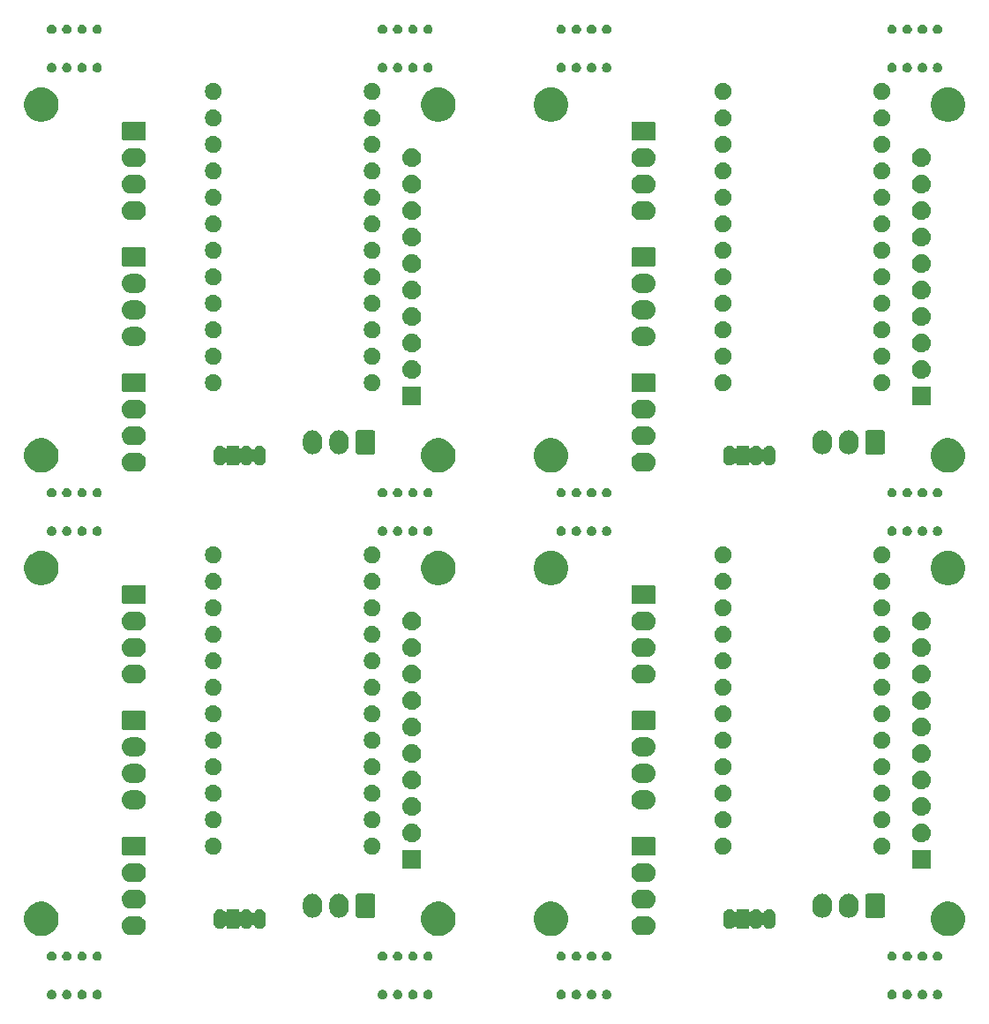
<source format=gbr>
G04 #@! TF.GenerationSoftware,KiCad,Pcbnew,5.0.2-bee76a0~70~ubuntu18.04.1*
G04 #@! TF.CreationDate,2020-04-02T20:28:14-04:00*
G04 #@! TF.ProjectId,output.panel,6f757470-7574-42e7-9061-6e656c2e6b69,rev?*
G04 #@! TF.SameCoordinates,Original*
G04 #@! TF.FileFunction,Soldermask,Bot*
G04 #@! TF.FilePolarity,Negative*
%FSLAX46Y46*%
G04 Gerber Fmt 4.6, Leading zero omitted, Abs format (unit mm)*
G04 Created by KiCad (PCBNEW 5.0.2-bee76a0~70~ubuntu18.04.1) date Thu 02 Apr 2020 08:28:14 PM EDT*
%MOMM*%
%LPD*%
G01*
G04 APERTURE LIST*
%ADD10C,0.100000*%
G04 APERTURE END LIST*
D10*
G36*
X74074261Y-126816331D02*
X74156334Y-126850327D01*
X74156335Y-126850328D01*
X74156338Y-126850329D01*
X74230205Y-126899686D01*
X74230209Y-126899689D01*
X74293020Y-126962500D01*
X74293022Y-126962503D01*
X74293023Y-126962504D01*
X74342380Y-127036371D01*
X74342381Y-127036374D01*
X74342382Y-127036375D01*
X74376378Y-127118448D01*
X74393709Y-127205579D01*
X74393709Y-127294421D01*
X74376378Y-127381552D01*
X74342382Y-127463625D01*
X74342380Y-127463629D01*
X74293023Y-127537496D01*
X74293020Y-127537500D01*
X74230209Y-127600311D01*
X74230206Y-127600313D01*
X74230205Y-127600314D01*
X74156338Y-127649671D01*
X74156335Y-127649672D01*
X74156334Y-127649673D01*
X74074261Y-127683669D01*
X73987130Y-127701000D01*
X73898288Y-127701000D01*
X73811157Y-127683669D01*
X73729084Y-127649673D01*
X73729083Y-127649672D01*
X73729080Y-127649671D01*
X73655213Y-127600314D01*
X73655212Y-127600313D01*
X73655209Y-127600311D01*
X73592398Y-127537500D01*
X73592395Y-127537496D01*
X73543038Y-127463629D01*
X73543036Y-127463625D01*
X73509040Y-127381552D01*
X73491709Y-127294421D01*
X73491709Y-127205579D01*
X73509040Y-127118448D01*
X73543036Y-127036375D01*
X73543037Y-127036374D01*
X73543038Y-127036371D01*
X73592395Y-126962504D01*
X73592396Y-126962503D01*
X73592398Y-126962500D01*
X73655209Y-126899689D01*
X73655213Y-126899686D01*
X73729080Y-126850329D01*
X73729083Y-126850328D01*
X73729084Y-126850327D01*
X73811157Y-126816331D01*
X73898288Y-126799000D01*
X73987130Y-126799000D01*
X74074261Y-126816331D01*
X74074261Y-126816331D01*
G37*
G36*
X105824305Y-126816331D02*
X105906378Y-126850327D01*
X105906379Y-126850328D01*
X105906382Y-126850329D01*
X105980249Y-126899686D01*
X105980253Y-126899689D01*
X106043064Y-126962500D01*
X106043066Y-126962503D01*
X106043067Y-126962504D01*
X106092424Y-127036371D01*
X106092425Y-127036374D01*
X106092426Y-127036375D01*
X106126422Y-127118448D01*
X106143753Y-127205579D01*
X106143753Y-127294421D01*
X106126422Y-127381552D01*
X106092426Y-127463625D01*
X106092424Y-127463629D01*
X106043067Y-127537496D01*
X106043064Y-127537500D01*
X105980253Y-127600311D01*
X105980250Y-127600313D01*
X105980249Y-127600314D01*
X105906382Y-127649671D01*
X105906379Y-127649672D01*
X105906378Y-127649673D01*
X105824305Y-127683669D01*
X105737174Y-127701000D01*
X105648332Y-127701000D01*
X105561201Y-127683669D01*
X105479128Y-127649673D01*
X105479127Y-127649672D01*
X105479124Y-127649671D01*
X105405257Y-127600314D01*
X105405256Y-127600313D01*
X105405253Y-127600311D01*
X105342442Y-127537500D01*
X105342439Y-127537496D01*
X105293082Y-127463629D01*
X105293080Y-127463625D01*
X105259084Y-127381552D01*
X105241753Y-127294421D01*
X105241753Y-127205579D01*
X105259084Y-127118448D01*
X105293080Y-127036375D01*
X105293081Y-127036374D01*
X105293082Y-127036371D01*
X105342439Y-126962504D01*
X105342440Y-126962503D01*
X105342442Y-126962500D01*
X105405253Y-126899689D01*
X105405257Y-126899686D01*
X105479124Y-126850329D01*
X105479127Y-126850328D01*
X105479128Y-126850327D01*
X105561201Y-126816331D01*
X105648332Y-126799000D01*
X105737174Y-126799000D01*
X105824305Y-126816331D01*
X105824305Y-126816331D01*
G37*
G36*
X20803802Y-126816331D02*
X20885875Y-126850327D01*
X20885876Y-126850328D01*
X20885879Y-126850329D01*
X20959746Y-126899686D01*
X20959750Y-126899689D01*
X21022561Y-126962500D01*
X21022563Y-126962503D01*
X21022564Y-126962504D01*
X21071921Y-127036371D01*
X21071922Y-127036374D01*
X21071923Y-127036375D01*
X21105919Y-127118448D01*
X21123250Y-127205579D01*
X21123250Y-127294421D01*
X21105919Y-127381552D01*
X21071923Y-127463625D01*
X21071921Y-127463629D01*
X21022564Y-127537496D01*
X21022561Y-127537500D01*
X20959750Y-127600311D01*
X20959747Y-127600313D01*
X20959746Y-127600314D01*
X20885879Y-127649671D01*
X20885876Y-127649672D01*
X20885875Y-127649673D01*
X20803802Y-127683669D01*
X20716671Y-127701000D01*
X20627829Y-127701000D01*
X20540698Y-127683669D01*
X20458625Y-127649673D01*
X20458624Y-127649672D01*
X20458621Y-127649671D01*
X20384754Y-127600314D01*
X20384753Y-127600313D01*
X20384750Y-127600311D01*
X20321939Y-127537500D01*
X20321936Y-127537496D01*
X20272579Y-127463629D01*
X20272577Y-127463625D01*
X20238581Y-127381552D01*
X20221250Y-127294421D01*
X20221250Y-127205579D01*
X20238581Y-127118448D01*
X20272577Y-127036375D01*
X20272578Y-127036374D01*
X20272579Y-127036371D01*
X20321936Y-126962504D01*
X20321937Y-126962503D01*
X20321939Y-126962500D01*
X20384750Y-126899689D01*
X20384754Y-126899686D01*
X20458621Y-126850329D01*
X20458624Y-126850328D01*
X20458625Y-126850327D01*
X20540698Y-126816331D01*
X20627829Y-126799000D01*
X20716671Y-126799000D01*
X20803802Y-126816331D01*
X20803802Y-126816331D01*
G37*
G36*
X22262302Y-126816331D02*
X22344375Y-126850327D01*
X22344376Y-126850328D01*
X22344379Y-126850329D01*
X22418246Y-126899686D01*
X22418250Y-126899689D01*
X22481061Y-126962500D01*
X22481063Y-126962503D01*
X22481064Y-126962504D01*
X22530421Y-127036371D01*
X22530422Y-127036374D01*
X22530423Y-127036375D01*
X22564419Y-127118448D01*
X22581750Y-127205579D01*
X22581750Y-127294421D01*
X22564419Y-127381552D01*
X22530423Y-127463625D01*
X22530421Y-127463629D01*
X22481064Y-127537496D01*
X22481061Y-127537500D01*
X22418250Y-127600311D01*
X22418247Y-127600313D01*
X22418246Y-127600314D01*
X22344379Y-127649671D01*
X22344376Y-127649672D01*
X22344375Y-127649673D01*
X22262302Y-127683669D01*
X22175171Y-127701000D01*
X22086329Y-127701000D01*
X21999198Y-127683669D01*
X21917125Y-127649673D01*
X21917124Y-127649672D01*
X21917121Y-127649671D01*
X21843254Y-127600314D01*
X21843253Y-127600313D01*
X21843250Y-127600311D01*
X21780439Y-127537500D01*
X21780436Y-127537496D01*
X21731079Y-127463629D01*
X21731077Y-127463625D01*
X21697081Y-127381552D01*
X21679750Y-127294421D01*
X21679750Y-127205579D01*
X21697081Y-127118448D01*
X21731077Y-127036375D01*
X21731078Y-127036374D01*
X21731079Y-127036371D01*
X21780436Y-126962504D01*
X21780437Y-126962503D01*
X21780439Y-126962500D01*
X21843250Y-126899689D01*
X21843254Y-126899686D01*
X21917121Y-126850329D01*
X21917124Y-126850328D01*
X21917125Y-126850327D01*
X21999198Y-126816331D01*
X22086329Y-126799000D01*
X22175171Y-126799000D01*
X22262302Y-126816331D01*
X22262302Y-126816331D01*
G37*
G36*
X23720802Y-126816331D02*
X23802875Y-126850327D01*
X23802876Y-126850328D01*
X23802879Y-126850329D01*
X23876746Y-126899686D01*
X23876750Y-126899689D01*
X23939561Y-126962500D01*
X23939563Y-126962503D01*
X23939564Y-126962504D01*
X23988921Y-127036371D01*
X23988922Y-127036374D01*
X23988923Y-127036375D01*
X24022919Y-127118448D01*
X24040250Y-127205579D01*
X24040250Y-127294421D01*
X24022919Y-127381552D01*
X23988923Y-127463625D01*
X23988921Y-127463629D01*
X23939564Y-127537496D01*
X23939561Y-127537500D01*
X23876750Y-127600311D01*
X23876747Y-127600313D01*
X23876746Y-127600314D01*
X23802879Y-127649671D01*
X23802876Y-127649672D01*
X23802875Y-127649673D01*
X23720802Y-127683669D01*
X23633671Y-127701000D01*
X23544829Y-127701000D01*
X23457698Y-127683669D01*
X23375625Y-127649673D01*
X23375624Y-127649672D01*
X23375621Y-127649671D01*
X23301754Y-127600314D01*
X23301753Y-127600313D01*
X23301750Y-127600311D01*
X23238939Y-127537500D01*
X23238936Y-127537496D01*
X23189579Y-127463629D01*
X23189577Y-127463625D01*
X23155581Y-127381552D01*
X23138250Y-127294421D01*
X23138250Y-127205579D01*
X23155581Y-127118448D01*
X23189577Y-127036375D01*
X23189578Y-127036374D01*
X23189579Y-127036371D01*
X23238936Y-126962504D01*
X23238937Y-126962503D01*
X23238939Y-126962500D01*
X23301750Y-126899689D01*
X23301754Y-126899686D01*
X23375621Y-126850329D01*
X23375624Y-126850328D01*
X23375625Y-126850327D01*
X23457698Y-126816331D01*
X23544829Y-126799000D01*
X23633671Y-126799000D01*
X23720802Y-126816331D01*
X23720802Y-126816331D01*
G37*
G36*
X25179302Y-126816331D02*
X25261375Y-126850327D01*
X25261376Y-126850328D01*
X25261379Y-126850329D01*
X25335246Y-126899686D01*
X25335250Y-126899689D01*
X25398061Y-126962500D01*
X25398063Y-126962503D01*
X25398064Y-126962504D01*
X25447421Y-127036371D01*
X25447422Y-127036374D01*
X25447423Y-127036375D01*
X25481419Y-127118448D01*
X25498750Y-127205579D01*
X25498750Y-127294421D01*
X25481419Y-127381552D01*
X25447423Y-127463625D01*
X25447421Y-127463629D01*
X25398064Y-127537496D01*
X25398061Y-127537500D01*
X25335250Y-127600311D01*
X25335247Y-127600313D01*
X25335246Y-127600314D01*
X25261379Y-127649671D01*
X25261376Y-127649672D01*
X25261375Y-127649673D01*
X25179302Y-127683669D01*
X25092171Y-127701000D01*
X25003329Y-127701000D01*
X24916198Y-127683669D01*
X24834125Y-127649673D01*
X24834124Y-127649672D01*
X24834121Y-127649671D01*
X24760254Y-127600314D01*
X24760253Y-127600313D01*
X24760250Y-127600311D01*
X24697439Y-127537500D01*
X24697436Y-127537496D01*
X24648079Y-127463629D01*
X24648077Y-127463625D01*
X24614081Y-127381552D01*
X24596750Y-127294421D01*
X24596750Y-127205579D01*
X24614081Y-127118448D01*
X24648077Y-127036375D01*
X24648078Y-127036374D01*
X24648079Y-127036371D01*
X24697436Y-126962504D01*
X24697437Y-126962503D01*
X24697439Y-126962500D01*
X24760250Y-126899689D01*
X24760254Y-126899686D01*
X24834121Y-126850329D01*
X24834124Y-126850328D01*
X24834125Y-126850327D01*
X24916198Y-126816331D01*
X25003329Y-126799000D01*
X25092171Y-126799000D01*
X25179302Y-126816331D01*
X25179302Y-126816331D01*
G37*
G36*
X101448805Y-126816331D02*
X101530878Y-126850327D01*
X101530879Y-126850328D01*
X101530882Y-126850329D01*
X101604749Y-126899686D01*
X101604753Y-126899689D01*
X101667564Y-126962500D01*
X101667566Y-126962503D01*
X101667567Y-126962504D01*
X101716924Y-127036371D01*
X101716925Y-127036374D01*
X101716926Y-127036375D01*
X101750922Y-127118448D01*
X101768253Y-127205579D01*
X101768253Y-127294421D01*
X101750922Y-127381552D01*
X101716926Y-127463625D01*
X101716924Y-127463629D01*
X101667567Y-127537496D01*
X101667564Y-127537500D01*
X101604753Y-127600311D01*
X101604750Y-127600313D01*
X101604749Y-127600314D01*
X101530882Y-127649671D01*
X101530879Y-127649672D01*
X101530878Y-127649673D01*
X101448805Y-127683669D01*
X101361674Y-127701000D01*
X101272832Y-127701000D01*
X101185701Y-127683669D01*
X101103628Y-127649673D01*
X101103627Y-127649672D01*
X101103624Y-127649671D01*
X101029757Y-127600314D01*
X101029756Y-127600313D01*
X101029753Y-127600311D01*
X100966942Y-127537500D01*
X100966939Y-127537496D01*
X100917582Y-127463629D01*
X100917580Y-127463625D01*
X100883584Y-127381552D01*
X100866253Y-127294421D01*
X100866253Y-127205579D01*
X100883584Y-127118448D01*
X100917580Y-127036375D01*
X100917581Y-127036374D01*
X100917582Y-127036371D01*
X100966939Y-126962504D01*
X100966940Y-126962503D01*
X100966942Y-126962500D01*
X101029753Y-126899689D01*
X101029757Y-126899686D01*
X101103624Y-126850329D01*
X101103627Y-126850328D01*
X101103628Y-126850327D01*
X101185701Y-126816331D01*
X101272832Y-126799000D01*
X101361674Y-126799000D01*
X101448805Y-126816331D01*
X101448805Y-126816331D01*
G37*
G36*
X102907305Y-126816331D02*
X102989378Y-126850327D01*
X102989379Y-126850328D01*
X102989382Y-126850329D01*
X103063249Y-126899686D01*
X103063253Y-126899689D01*
X103126064Y-126962500D01*
X103126066Y-126962503D01*
X103126067Y-126962504D01*
X103175424Y-127036371D01*
X103175425Y-127036374D01*
X103175426Y-127036375D01*
X103209422Y-127118448D01*
X103226753Y-127205579D01*
X103226753Y-127294421D01*
X103209422Y-127381552D01*
X103175426Y-127463625D01*
X103175424Y-127463629D01*
X103126067Y-127537496D01*
X103126064Y-127537500D01*
X103063253Y-127600311D01*
X103063250Y-127600313D01*
X103063249Y-127600314D01*
X102989382Y-127649671D01*
X102989379Y-127649672D01*
X102989378Y-127649673D01*
X102907305Y-127683669D01*
X102820174Y-127701000D01*
X102731332Y-127701000D01*
X102644201Y-127683669D01*
X102562128Y-127649673D01*
X102562127Y-127649672D01*
X102562124Y-127649671D01*
X102488257Y-127600314D01*
X102488256Y-127600313D01*
X102488253Y-127600311D01*
X102425442Y-127537500D01*
X102425439Y-127537496D01*
X102376082Y-127463629D01*
X102376080Y-127463625D01*
X102342084Y-127381552D01*
X102324753Y-127294421D01*
X102324753Y-127205579D01*
X102342084Y-127118448D01*
X102376080Y-127036375D01*
X102376081Y-127036374D01*
X102376082Y-127036371D01*
X102425439Y-126962504D01*
X102425440Y-126962503D01*
X102425442Y-126962500D01*
X102488253Y-126899689D01*
X102488257Y-126899686D01*
X102562124Y-126850329D01*
X102562127Y-126850328D01*
X102562128Y-126850327D01*
X102644201Y-126816331D01*
X102731332Y-126799000D01*
X102820174Y-126799000D01*
X102907305Y-126816331D01*
X102907305Y-126816331D01*
G37*
G36*
X104365805Y-126816331D02*
X104447878Y-126850327D01*
X104447879Y-126850328D01*
X104447882Y-126850329D01*
X104521749Y-126899686D01*
X104521753Y-126899689D01*
X104584564Y-126962500D01*
X104584566Y-126962503D01*
X104584567Y-126962504D01*
X104633924Y-127036371D01*
X104633925Y-127036374D01*
X104633926Y-127036375D01*
X104667922Y-127118448D01*
X104685253Y-127205579D01*
X104685253Y-127294421D01*
X104667922Y-127381552D01*
X104633926Y-127463625D01*
X104633924Y-127463629D01*
X104584567Y-127537496D01*
X104584564Y-127537500D01*
X104521753Y-127600311D01*
X104521750Y-127600313D01*
X104521749Y-127600314D01*
X104447882Y-127649671D01*
X104447879Y-127649672D01*
X104447878Y-127649673D01*
X104365805Y-127683669D01*
X104278674Y-127701000D01*
X104189832Y-127701000D01*
X104102701Y-127683669D01*
X104020628Y-127649673D01*
X104020627Y-127649672D01*
X104020624Y-127649671D01*
X103946757Y-127600314D01*
X103946756Y-127600313D01*
X103946753Y-127600311D01*
X103883942Y-127537500D01*
X103883939Y-127537496D01*
X103834582Y-127463629D01*
X103834580Y-127463625D01*
X103800584Y-127381552D01*
X103783253Y-127294421D01*
X103783253Y-127205579D01*
X103800584Y-127118448D01*
X103834580Y-127036375D01*
X103834581Y-127036374D01*
X103834582Y-127036371D01*
X103883939Y-126962504D01*
X103883940Y-126962503D01*
X103883942Y-126962500D01*
X103946753Y-126899689D01*
X103946757Y-126899686D01*
X104020624Y-126850329D01*
X104020627Y-126850328D01*
X104020628Y-126850327D01*
X104102701Y-126816331D01*
X104189832Y-126799000D01*
X104278674Y-126799000D01*
X104365805Y-126816331D01*
X104365805Y-126816331D01*
G37*
G36*
X52553847Y-126816331D02*
X52635920Y-126850327D01*
X52635921Y-126850328D01*
X52635924Y-126850329D01*
X52709791Y-126899686D01*
X52709795Y-126899689D01*
X52772606Y-126962500D01*
X52772608Y-126962503D01*
X52772609Y-126962504D01*
X52821966Y-127036371D01*
X52821967Y-127036374D01*
X52821968Y-127036375D01*
X52855964Y-127118448D01*
X52873295Y-127205579D01*
X52873295Y-127294421D01*
X52855964Y-127381552D01*
X52821968Y-127463625D01*
X52821966Y-127463629D01*
X52772609Y-127537496D01*
X52772606Y-127537500D01*
X52709795Y-127600311D01*
X52709792Y-127600313D01*
X52709791Y-127600314D01*
X52635924Y-127649671D01*
X52635921Y-127649672D01*
X52635920Y-127649673D01*
X52553847Y-127683669D01*
X52466716Y-127701000D01*
X52377874Y-127701000D01*
X52290743Y-127683669D01*
X52208670Y-127649673D01*
X52208669Y-127649672D01*
X52208666Y-127649671D01*
X52134799Y-127600314D01*
X52134798Y-127600313D01*
X52134795Y-127600311D01*
X52071984Y-127537500D01*
X52071981Y-127537496D01*
X52022624Y-127463629D01*
X52022622Y-127463625D01*
X51988626Y-127381552D01*
X51971295Y-127294421D01*
X51971295Y-127205579D01*
X51988626Y-127118448D01*
X52022622Y-127036375D01*
X52022623Y-127036374D01*
X52022624Y-127036371D01*
X52071981Y-126962504D01*
X52071982Y-126962503D01*
X52071984Y-126962500D01*
X52134795Y-126899689D01*
X52134799Y-126899686D01*
X52208666Y-126850329D01*
X52208669Y-126850328D01*
X52208670Y-126850327D01*
X52290743Y-126816331D01*
X52377874Y-126799000D01*
X52466716Y-126799000D01*
X52553847Y-126816331D01*
X52553847Y-126816331D01*
G37*
G36*
X54012327Y-126816331D02*
X54094400Y-126850327D01*
X54094401Y-126850328D01*
X54094404Y-126850329D01*
X54168271Y-126899686D01*
X54168275Y-126899689D01*
X54231086Y-126962500D01*
X54231088Y-126962503D01*
X54231089Y-126962504D01*
X54280446Y-127036371D01*
X54280447Y-127036374D01*
X54280448Y-127036375D01*
X54314444Y-127118448D01*
X54331775Y-127205579D01*
X54331775Y-127294421D01*
X54314444Y-127381552D01*
X54280448Y-127463625D01*
X54280446Y-127463629D01*
X54231089Y-127537496D01*
X54231086Y-127537500D01*
X54168275Y-127600311D01*
X54168272Y-127600313D01*
X54168271Y-127600314D01*
X54094404Y-127649671D01*
X54094401Y-127649672D01*
X54094400Y-127649673D01*
X54012327Y-127683669D01*
X53925196Y-127701000D01*
X53836354Y-127701000D01*
X53749223Y-127683669D01*
X53667150Y-127649673D01*
X53667149Y-127649672D01*
X53667146Y-127649671D01*
X53593279Y-127600314D01*
X53593278Y-127600313D01*
X53593275Y-127600311D01*
X53530464Y-127537500D01*
X53530461Y-127537496D01*
X53481104Y-127463629D01*
X53481102Y-127463625D01*
X53447106Y-127381552D01*
X53429775Y-127294421D01*
X53429775Y-127205579D01*
X53447106Y-127118448D01*
X53481102Y-127036375D01*
X53481103Y-127036374D01*
X53481104Y-127036371D01*
X53530461Y-126962504D01*
X53530462Y-126962503D01*
X53530464Y-126962500D01*
X53593275Y-126899689D01*
X53593279Y-126899686D01*
X53667146Y-126850329D01*
X53667149Y-126850328D01*
X53667150Y-126850327D01*
X53749223Y-126816331D01*
X53836354Y-126799000D01*
X53925196Y-126799000D01*
X54012327Y-126816331D01*
X54012327Y-126816331D01*
G37*
G36*
X55470807Y-126816331D02*
X55552880Y-126850327D01*
X55552881Y-126850328D01*
X55552884Y-126850329D01*
X55626751Y-126899686D01*
X55626755Y-126899689D01*
X55689566Y-126962500D01*
X55689568Y-126962503D01*
X55689569Y-126962504D01*
X55738926Y-127036371D01*
X55738927Y-127036374D01*
X55738928Y-127036375D01*
X55772924Y-127118448D01*
X55790255Y-127205579D01*
X55790255Y-127294421D01*
X55772924Y-127381552D01*
X55738928Y-127463625D01*
X55738926Y-127463629D01*
X55689569Y-127537496D01*
X55689566Y-127537500D01*
X55626755Y-127600311D01*
X55626752Y-127600313D01*
X55626751Y-127600314D01*
X55552884Y-127649671D01*
X55552881Y-127649672D01*
X55552880Y-127649673D01*
X55470807Y-127683669D01*
X55383676Y-127701000D01*
X55294834Y-127701000D01*
X55207703Y-127683669D01*
X55125630Y-127649673D01*
X55125629Y-127649672D01*
X55125626Y-127649671D01*
X55051759Y-127600314D01*
X55051758Y-127600313D01*
X55051755Y-127600311D01*
X54988944Y-127537500D01*
X54988941Y-127537496D01*
X54939584Y-127463629D01*
X54939582Y-127463625D01*
X54905586Y-127381552D01*
X54888255Y-127294421D01*
X54888255Y-127205579D01*
X54905586Y-127118448D01*
X54939582Y-127036375D01*
X54939583Y-127036374D01*
X54939584Y-127036371D01*
X54988941Y-126962504D01*
X54988942Y-126962503D01*
X54988944Y-126962500D01*
X55051755Y-126899689D01*
X55051759Y-126899686D01*
X55125626Y-126850329D01*
X55125629Y-126850328D01*
X55125630Y-126850327D01*
X55207703Y-126816331D01*
X55294834Y-126799000D01*
X55383676Y-126799000D01*
X55470807Y-126816331D01*
X55470807Y-126816331D01*
G37*
G36*
X56929287Y-126816331D02*
X57011360Y-126850327D01*
X57011361Y-126850328D01*
X57011364Y-126850329D01*
X57085231Y-126899686D01*
X57085235Y-126899689D01*
X57148046Y-126962500D01*
X57148048Y-126962503D01*
X57148049Y-126962504D01*
X57197406Y-127036371D01*
X57197407Y-127036374D01*
X57197408Y-127036375D01*
X57231404Y-127118448D01*
X57248735Y-127205579D01*
X57248735Y-127294421D01*
X57231404Y-127381552D01*
X57197408Y-127463625D01*
X57197406Y-127463629D01*
X57148049Y-127537496D01*
X57148046Y-127537500D01*
X57085235Y-127600311D01*
X57085232Y-127600313D01*
X57085231Y-127600314D01*
X57011364Y-127649671D01*
X57011361Y-127649672D01*
X57011360Y-127649673D01*
X56929287Y-127683669D01*
X56842156Y-127701000D01*
X56753314Y-127701000D01*
X56666183Y-127683669D01*
X56584110Y-127649673D01*
X56584109Y-127649672D01*
X56584106Y-127649671D01*
X56510239Y-127600314D01*
X56510238Y-127600313D01*
X56510235Y-127600311D01*
X56447424Y-127537500D01*
X56447421Y-127537496D01*
X56398064Y-127463629D01*
X56398062Y-127463625D01*
X56364066Y-127381552D01*
X56346735Y-127294421D01*
X56346735Y-127205579D01*
X56364066Y-127118448D01*
X56398062Y-127036375D01*
X56398063Y-127036374D01*
X56398064Y-127036371D01*
X56447421Y-126962504D01*
X56447422Y-126962503D01*
X56447424Y-126962500D01*
X56510235Y-126899689D01*
X56510239Y-126899686D01*
X56584106Y-126850329D01*
X56584109Y-126850328D01*
X56584110Y-126850327D01*
X56666183Y-126816331D01*
X56753314Y-126799000D01*
X56842156Y-126799000D01*
X56929287Y-126816331D01*
X56929287Y-126816331D01*
G37*
G36*
X69698869Y-126816331D02*
X69780942Y-126850327D01*
X69780943Y-126850328D01*
X69780946Y-126850329D01*
X69854813Y-126899686D01*
X69854817Y-126899689D01*
X69917628Y-126962500D01*
X69917630Y-126962503D01*
X69917631Y-126962504D01*
X69966988Y-127036371D01*
X69966989Y-127036374D01*
X69966990Y-127036375D01*
X70000986Y-127118448D01*
X70018317Y-127205579D01*
X70018317Y-127294421D01*
X70000986Y-127381552D01*
X69966990Y-127463625D01*
X69966988Y-127463629D01*
X69917631Y-127537496D01*
X69917628Y-127537500D01*
X69854817Y-127600311D01*
X69854814Y-127600313D01*
X69854813Y-127600314D01*
X69780946Y-127649671D01*
X69780943Y-127649672D01*
X69780942Y-127649673D01*
X69698869Y-127683669D01*
X69611738Y-127701000D01*
X69522896Y-127701000D01*
X69435765Y-127683669D01*
X69353692Y-127649673D01*
X69353691Y-127649672D01*
X69353688Y-127649671D01*
X69279821Y-127600314D01*
X69279820Y-127600313D01*
X69279817Y-127600311D01*
X69217006Y-127537500D01*
X69217003Y-127537496D01*
X69167646Y-127463629D01*
X69167644Y-127463625D01*
X69133648Y-127381552D01*
X69116317Y-127294421D01*
X69116317Y-127205579D01*
X69133648Y-127118448D01*
X69167644Y-127036375D01*
X69167645Y-127036374D01*
X69167646Y-127036371D01*
X69217003Y-126962504D01*
X69217004Y-126962503D01*
X69217006Y-126962500D01*
X69279817Y-126899689D01*
X69279821Y-126899686D01*
X69353688Y-126850329D01*
X69353691Y-126850328D01*
X69353692Y-126850327D01*
X69435765Y-126816331D01*
X69522896Y-126799000D01*
X69611738Y-126799000D01*
X69698869Y-126816331D01*
X69698869Y-126816331D01*
G37*
G36*
X71157333Y-126816331D02*
X71239406Y-126850327D01*
X71239407Y-126850328D01*
X71239410Y-126850329D01*
X71313277Y-126899686D01*
X71313281Y-126899689D01*
X71376092Y-126962500D01*
X71376094Y-126962503D01*
X71376095Y-126962504D01*
X71425452Y-127036371D01*
X71425453Y-127036374D01*
X71425454Y-127036375D01*
X71459450Y-127118448D01*
X71476781Y-127205579D01*
X71476781Y-127294421D01*
X71459450Y-127381552D01*
X71425454Y-127463625D01*
X71425452Y-127463629D01*
X71376095Y-127537496D01*
X71376092Y-127537500D01*
X71313281Y-127600311D01*
X71313278Y-127600313D01*
X71313277Y-127600314D01*
X71239410Y-127649671D01*
X71239407Y-127649672D01*
X71239406Y-127649673D01*
X71157333Y-127683669D01*
X71070202Y-127701000D01*
X70981360Y-127701000D01*
X70894229Y-127683669D01*
X70812156Y-127649673D01*
X70812155Y-127649672D01*
X70812152Y-127649671D01*
X70738285Y-127600314D01*
X70738284Y-127600313D01*
X70738281Y-127600311D01*
X70675470Y-127537500D01*
X70675467Y-127537496D01*
X70626110Y-127463629D01*
X70626108Y-127463625D01*
X70592112Y-127381552D01*
X70574781Y-127294421D01*
X70574781Y-127205579D01*
X70592112Y-127118448D01*
X70626108Y-127036375D01*
X70626109Y-127036374D01*
X70626110Y-127036371D01*
X70675467Y-126962504D01*
X70675468Y-126962503D01*
X70675470Y-126962500D01*
X70738281Y-126899689D01*
X70738285Y-126899686D01*
X70812152Y-126850329D01*
X70812155Y-126850328D01*
X70812156Y-126850327D01*
X70894229Y-126816331D01*
X70981360Y-126799000D01*
X71070202Y-126799000D01*
X71157333Y-126816331D01*
X71157333Y-126816331D01*
G37*
G36*
X72615797Y-126816331D02*
X72697870Y-126850327D01*
X72697871Y-126850328D01*
X72697874Y-126850329D01*
X72771741Y-126899686D01*
X72771745Y-126899689D01*
X72834556Y-126962500D01*
X72834558Y-126962503D01*
X72834559Y-126962504D01*
X72883916Y-127036371D01*
X72883917Y-127036374D01*
X72883918Y-127036375D01*
X72917914Y-127118448D01*
X72935245Y-127205579D01*
X72935245Y-127294421D01*
X72917914Y-127381552D01*
X72883918Y-127463625D01*
X72883916Y-127463629D01*
X72834559Y-127537496D01*
X72834556Y-127537500D01*
X72771745Y-127600311D01*
X72771742Y-127600313D01*
X72771741Y-127600314D01*
X72697874Y-127649671D01*
X72697871Y-127649672D01*
X72697870Y-127649673D01*
X72615797Y-127683669D01*
X72528666Y-127701000D01*
X72439824Y-127701000D01*
X72352693Y-127683669D01*
X72270620Y-127649673D01*
X72270619Y-127649672D01*
X72270616Y-127649671D01*
X72196749Y-127600314D01*
X72196748Y-127600313D01*
X72196745Y-127600311D01*
X72133934Y-127537500D01*
X72133931Y-127537496D01*
X72084574Y-127463629D01*
X72084572Y-127463625D01*
X72050576Y-127381552D01*
X72033245Y-127294421D01*
X72033245Y-127205579D01*
X72050576Y-127118448D01*
X72084572Y-127036375D01*
X72084573Y-127036374D01*
X72084574Y-127036371D01*
X72133931Y-126962504D01*
X72133932Y-126962503D01*
X72133934Y-126962500D01*
X72196745Y-126899689D01*
X72196749Y-126899686D01*
X72270616Y-126850329D01*
X72270619Y-126850328D01*
X72270620Y-126850327D01*
X72352693Y-126816331D01*
X72439824Y-126799000D01*
X72528666Y-126799000D01*
X72615797Y-126816331D01*
X72615797Y-126816331D01*
G37*
G36*
X69698799Y-123141331D02*
X69780872Y-123175327D01*
X69780873Y-123175328D01*
X69780876Y-123175329D01*
X69854743Y-123224686D01*
X69854747Y-123224689D01*
X69917558Y-123287500D01*
X69917560Y-123287503D01*
X69917561Y-123287504D01*
X69966918Y-123361371D01*
X69966919Y-123361374D01*
X69966920Y-123361375D01*
X70000916Y-123443448D01*
X70018247Y-123530579D01*
X70018247Y-123619421D01*
X70000916Y-123706552D01*
X69966920Y-123788625D01*
X69966918Y-123788629D01*
X69917561Y-123862496D01*
X69917558Y-123862500D01*
X69854747Y-123925311D01*
X69854744Y-123925313D01*
X69854743Y-123925314D01*
X69780876Y-123974671D01*
X69780873Y-123974672D01*
X69780872Y-123974673D01*
X69698799Y-124008669D01*
X69611668Y-124026000D01*
X69522826Y-124026000D01*
X69435695Y-124008669D01*
X69353622Y-123974673D01*
X69353621Y-123974672D01*
X69353618Y-123974671D01*
X69279751Y-123925314D01*
X69279750Y-123925313D01*
X69279747Y-123925311D01*
X69216936Y-123862500D01*
X69216933Y-123862496D01*
X69167576Y-123788629D01*
X69167574Y-123788625D01*
X69133578Y-123706552D01*
X69116247Y-123619421D01*
X69116247Y-123530579D01*
X69133578Y-123443448D01*
X69167574Y-123361375D01*
X69167575Y-123361374D01*
X69167576Y-123361371D01*
X69216933Y-123287504D01*
X69216934Y-123287503D01*
X69216936Y-123287500D01*
X69279747Y-123224689D01*
X69279751Y-123224686D01*
X69353618Y-123175329D01*
X69353621Y-123175328D01*
X69353622Y-123175327D01*
X69435695Y-123141331D01*
X69522826Y-123124000D01*
X69611668Y-123124000D01*
X69698799Y-123141331D01*
X69698799Y-123141331D01*
G37*
G36*
X25179287Y-123141331D02*
X25261360Y-123175327D01*
X25261361Y-123175328D01*
X25261364Y-123175329D01*
X25335231Y-123224686D01*
X25335235Y-123224689D01*
X25398046Y-123287500D01*
X25398048Y-123287503D01*
X25398049Y-123287504D01*
X25447406Y-123361371D01*
X25447407Y-123361374D01*
X25447408Y-123361375D01*
X25481404Y-123443448D01*
X25498735Y-123530579D01*
X25498735Y-123619421D01*
X25481404Y-123706552D01*
X25447408Y-123788625D01*
X25447406Y-123788629D01*
X25398049Y-123862496D01*
X25398046Y-123862500D01*
X25335235Y-123925311D01*
X25335232Y-123925313D01*
X25335231Y-123925314D01*
X25261364Y-123974671D01*
X25261361Y-123974672D01*
X25261360Y-123974673D01*
X25179287Y-124008669D01*
X25092156Y-124026000D01*
X25003314Y-124026000D01*
X24916183Y-124008669D01*
X24834110Y-123974673D01*
X24834109Y-123974672D01*
X24834106Y-123974671D01*
X24760239Y-123925314D01*
X24760238Y-123925313D01*
X24760235Y-123925311D01*
X24697424Y-123862500D01*
X24697421Y-123862496D01*
X24648064Y-123788629D01*
X24648062Y-123788625D01*
X24614066Y-123706552D01*
X24596735Y-123619421D01*
X24596735Y-123530579D01*
X24614066Y-123443448D01*
X24648062Y-123361375D01*
X24648063Y-123361374D01*
X24648064Y-123361371D01*
X24697421Y-123287504D01*
X24697422Y-123287503D01*
X24697424Y-123287500D01*
X24760235Y-123224689D01*
X24760239Y-123224686D01*
X24834106Y-123175329D01*
X24834109Y-123175328D01*
X24834110Y-123175327D01*
X24916183Y-123141331D01*
X25003314Y-123124000D01*
X25092156Y-123124000D01*
X25179287Y-123141331D01*
X25179287Y-123141331D01*
G37*
G36*
X23720791Y-123141331D02*
X23802864Y-123175327D01*
X23802865Y-123175328D01*
X23802868Y-123175329D01*
X23876735Y-123224686D01*
X23876739Y-123224689D01*
X23939550Y-123287500D01*
X23939552Y-123287503D01*
X23939553Y-123287504D01*
X23988910Y-123361371D01*
X23988911Y-123361374D01*
X23988912Y-123361375D01*
X24022908Y-123443448D01*
X24040239Y-123530579D01*
X24040239Y-123619421D01*
X24022908Y-123706552D01*
X23988912Y-123788625D01*
X23988910Y-123788629D01*
X23939553Y-123862496D01*
X23939550Y-123862500D01*
X23876739Y-123925311D01*
X23876736Y-123925313D01*
X23876735Y-123925314D01*
X23802868Y-123974671D01*
X23802865Y-123974672D01*
X23802864Y-123974673D01*
X23720791Y-124008669D01*
X23633660Y-124026000D01*
X23544818Y-124026000D01*
X23457687Y-124008669D01*
X23375614Y-123974673D01*
X23375613Y-123974672D01*
X23375610Y-123974671D01*
X23301743Y-123925314D01*
X23301742Y-123925313D01*
X23301739Y-123925311D01*
X23238928Y-123862500D01*
X23238925Y-123862496D01*
X23189568Y-123788629D01*
X23189566Y-123788625D01*
X23155570Y-123706552D01*
X23138239Y-123619421D01*
X23138239Y-123530579D01*
X23155570Y-123443448D01*
X23189566Y-123361375D01*
X23189567Y-123361374D01*
X23189568Y-123361371D01*
X23238925Y-123287504D01*
X23238926Y-123287503D01*
X23238928Y-123287500D01*
X23301739Y-123224689D01*
X23301743Y-123224686D01*
X23375610Y-123175329D01*
X23375613Y-123175328D01*
X23375614Y-123175327D01*
X23457687Y-123141331D01*
X23544818Y-123124000D01*
X23633660Y-123124000D01*
X23720791Y-123141331D01*
X23720791Y-123141331D01*
G37*
G36*
X22262295Y-123141331D02*
X22344368Y-123175327D01*
X22344369Y-123175328D01*
X22344372Y-123175329D01*
X22418239Y-123224686D01*
X22418243Y-123224689D01*
X22481054Y-123287500D01*
X22481056Y-123287503D01*
X22481057Y-123287504D01*
X22530414Y-123361371D01*
X22530415Y-123361374D01*
X22530416Y-123361375D01*
X22564412Y-123443448D01*
X22581743Y-123530579D01*
X22581743Y-123619421D01*
X22564412Y-123706552D01*
X22530416Y-123788625D01*
X22530414Y-123788629D01*
X22481057Y-123862496D01*
X22481054Y-123862500D01*
X22418243Y-123925311D01*
X22418240Y-123925313D01*
X22418239Y-123925314D01*
X22344372Y-123974671D01*
X22344369Y-123974672D01*
X22344368Y-123974673D01*
X22262295Y-124008669D01*
X22175164Y-124026000D01*
X22086322Y-124026000D01*
X21999191Y-124008669D01*
X21917118Y-123974673D01*
X21917117Y-123974672D01*
X21917114Y-123974671D01*
X21843247Y-123925314D01*
X21843246Y-123925313D01*
X21843243Y-123925311D01*
X21780432Y-123862500D01*
X21780429Y-123862496D01*
X21731072Y-123788629D01*
X21731070Y-123788625D01*
X21697074Y-123706552D01*
X21679743Y-123619421D01*
X21679743Y-123530579D01*
X21697074Y-123443448D01*
X21731070Y-123361375D01*
X21731071Y-123361374D01*
X21731072Y-123361371D01*
X21780429Y-123287504D01*
X21780430Y-123287503D01*
X21780432Y-123287500D01*
X21843243Y-123224689D01*
X21843247Y-123224686D01*
X21917114Y-123175329D01*
X21917117Y-123175328D01*
X21917118Y-123175327D01*
X21999191Y-123141331D01*
X22086322Y-123124000D01*
X22175164Y-123124000D01*
X22262295Y-123141331D01*
X22262295Y-123141331D01*
G37*
G36*
X20803799Y-123141331D02*
X20885872Y-123175327D01*
X20885873Y-123175328D01*
X20885876Y-123175329D01*
X20959743Y-123224686D01*
X20959747Y-123224689D01*
X21022558Y-123287500D01*
X21022560Y-123287503D01*
X21022561Y-123287504D01*
X21071918Y-123361371D01*
X21071919Y-123361374D01*
X21071920Y-123361375D01*
X21105916Y-123443448D01*
X21123247Y-123530579D01*
X21123247Y-123619421D01*
X21105916Y-123706552D01*
X21071920Y-123788625D01*
X21071918Y-123788629D01*
X21022561Y-123862496D01*
X21022558Y-123862500D01*
X20959747Y-123925311D01*
X20959744Y-123925313D01*
X20959743Y-123925314D01*
X20885876Y-123974671D01*
X20885873Y-123974672D01*
X20885872Y-123974673D01*
X20803799Y-124008669D01*
X20716668Y-124026000D01*
X20627826Y-124026000D01*
X20540695Y-124008669D01*
X20458622Y-123974673D01*
X20458621Y-123974672D01*
X20458618Y-123974671D01*
X20384751Y-123925314D01*
X20384750Y-123925313D01*
X20384747Y-123925311D01*
X20321936Y-123862500D01*
X20321933Y-123862496D01*
X20272576Y-123788629D01*
X20272574Y-123788625D01*
X20238578Y-123706552D01*
X20221247Y-123619421D01*
X20221247Y-123530579D01*
X20238578Y-123443448D01*
X20272574Y-123361375D01*
X20272575Y-123361374D01*
X20272576Y-123361371D01*
X20321933Y-123287504D01*
X20321934Y-123287503D01*
X20321936Y-123287500D01*
X20384747Y-123224689D01*
X20384751Y-123224686D01*
X20458618Y-123175329D01*
X20458621Y-123175328D01*
X20458622Y-123175327D01*
X20540695Y-123141331D01*
X20627826Y-123124000D01*
X20716668Y-123124000D01*
X20803799Y-123141331D01*
X20803799Y-123141331D01*
G37*
G36*
X104365799Y-123141331D02*
X104447872Y-123175327D01*
X104447873Y-123175328D01*
X104447876Y-123175329D01*
X104521743Y-123224686D01*
X104521747Y-123224689D01*
X104584558Y-123287500D01*
X104584560Y-123287503D01*
X104584561Y-123287504D01*
X104633918Y-123361371D01*
X104633919Y-123361374D01*
X104633920Y-123361375D01*
X104667916Y-123443448D01*
X104685247Y-123530579D01*
X104685247Y-123619421D01*
X104667916Y-123706552D01*
X104633920Y-123788625D01*
X104633918Y-123788629D01*
X104584561Y-123862496D01*
X104584558Y-123862500D01*
X104521747Y-123925311D01*
X104521744Y-123925313D01*
X104521743Y-123925314D01*
X104447876Y-123974671D01*
X104447873Y-123974672D01*
X104447872Y-123974673D01*
X104365799Y-124008669D01*
X104278668Y-124026000D01*
X104189826Y-124026000D01*
X104102695Y-124008669D01*
X104020622Y-123974673D01*
X104020621Y-123974672D01*
X104020618Y-123974671D01*
X103946751Y-123925314D01*
X103946750Y-123925313D01*
X103946747Y-123925311D01*
X103883936Y-123862500D01*
X103883933Y-123862496D01*
X103834576Y-123788629D01*
X103834574Y-123788625D01*
X103800578Y-123706552D01*
X103783247Y-123619421D01*
X103783247Y-123530579D01*
X103800578Y-123443448D01*
X103834574Y-123361375D01*
X103834575Y-123361374D01*
X103834576Y-123361371D01*
X103883933Y-123287504D01*
X103883934Y-123287503D01*
X103883936Y-123287500D01*
X103946747Y-123224689D01*
X103946751Y-123224686D01*
X104020618Y-123175329D01*
X104020621Y-123175328D01*
X104020622Y-123175327D01*
X104102695Y-123141331D01*
X104189826Y-123124000D01*
X104278668Y-123124000D01*
X104365799Y-123141331D01*
X104365799Y-123141331D01*
G37*
G36*
X101448807Y-123141331D02*
X101530880Y-123175327D01*
X101530881Y-123175328D01*
X101530884Y-123175329D01*
X101604751Y-123224686D01*
X101604755Y-123224689D01*
X101667566Y-123287500D01*
X101667568Y-123287503D01*
X101667569Y-123287504D01*
X101716926Y-123361371D01*
X101716927Y-123361374D01*
X101716928Y-123361375D01*
X101750924Y-123443448D01*
X101768255Y-123530579D01*
X101768255Y-123619421D01*
X101750924Y-123706552D01*
X101716928Y-123788625D01*
X101716926Y-123788629D01*
X101667569Y-123862496D01*
X101667566Y-123862500D01*
X101604755Y-123925311D01*
X101604752Y-123925313D01*
X101604751Y-123925314D01*
X101530884Y-123974671D01*
X101530881Y-123974672D01*
X101530880Y-123974673D01*
X101448807Y-124008669D01*
X101361676Y-124026000D01*
X101272834Y-124026000D01*
X101185703Y-124008669D01*
X101103630Y-123974673D01*
X101103629Y-123974672D01*
X101103626Y-123974671D01*
X101029759Y-123925314D01*
X101029758Y-123925313D01*
X101029755Y-123925311D01*
X100966944Y-123862500D01*
X100966941Y-123862496D01*
X100917584Y-123788629D01*
X100917582Y-123788625D01*
X100883586Y-123706552D01*
X100866255Y-123619421D01*
X100866255Y-123530579D01*
X100883586Y-123443448D01*
X100917582Y-123361375D01*
X100917583Y-123361374D01*
X100917584Y-123361371D01*
X100966941Y-123287504D01*
X100966942Y-123287503D01*
X100966944Y-123287500D01*
X101029755Y-123224689D01*
X101029759Y-123224686D01*
X101103626Y-123175329D01*
X101103629Y-123175328D01*
X101103630Y-123175327D01*
X101185703Y-123141331D01*
X101272834Y-123124000D01*
X101361676Y-123124000D01*
X101448807Y-123141331D01*
X101448807Y-123141331D01*
G37*
G36*
X56929306Y-123141331D02*
X57011379Y-123175327D01*
X57011380Y-123175328D01*
X57011383Y-123175329D01*
X57085250Y-123224686D01*
X57085254Y-123224689D01*
X57148065Y-123287500D01*
X57148067Y-123287503D01*
X57148068Y-123287504D01*
X57197425Y-123361371D01*
X57197426Y-123361374D01*
X57197427Y-123361375D01*
X57231423Y-123443448D01*
X57248754Y-123530579D01*
X57248754Y-123619421D01*
X57231423Y-123706552D01*
X57197427Y-123788625D01*
X57197425Y-123788629D01*
X57148068Y-123862496D01*
X57148065Y-123862500D01*
X57085254Y-123925311D01*
X57085251Y-123925313D01*
X57085250Y-123925314D01*
X57011383Y-123974671D01*
X57011380Y-123974672D01*
X57011379Y-123974673D01*
X56929306Y-124008669D01*
X56842175Y-124026000D01*
X56753333Y-124026000D01*
X56666202Y-124008669D01*
X56584129Y-123974673D01*
X56584128Y-123974672D01*
X56584125Y-123974671D01*
X56510258Y-123925314D01*
X56510257Y-123925313D01*
X56510254Y-123925311D01*
X56447443Y-123862500D01*
X56447440Y-123862496D01*
X56398083Y-123788629D01*
X56398081Y-123788625D01*
X56364085Y-123706552D01*
X56346754Y-123619421D01*
X56346754Y-123530579D01*
X56364085Y-123443448D01*
X56398081Y-123361375D01*
X56398082Y-123361374D01*
X56398083Y-123361371D01*
X56447440Y-123287504D01*
X56447441Y-123287503D01*
X56447443Y-123287500D01*
X56510254Y-123224689D01*
X56510258Y-123224686D01*
X56584125Y-123175329D01*
X56584128Y-123175328D01*
X56584129Y-123175327D01*
X56666202Y-123141331D01*
X56753333Y-123124000D01*
X56842175Y-123124000D01*
X56929306Y-123141331D01*
X56929306Y-123141331D01*
G37*
G36*
X54012290Y-123141331D02*
X54094363Y-123175327D01*
X54094364Y-123175328D01*
X54094367Y-123175329D01*
X54168234Y-123224686D01*
X54168238Y-123224689D01*
X54231049Y-123287500D01*
X54231051Y-123287503D01*
X54231052Y-123287504D01*
X54280409Y-123361371D01*
X54280410Y-123361374D01*
X54280411Y-123361375D01*
X54314407Y-123443448D01*
X54331738Y-123530579D01*
X54331738Y-123619421D01*
X54314407Y-123706552D01*
X54280411Y-123788625D01*
X54280409Y-123788629D01*
X54231052Y-123862496D01*
X54231049Y-123862500D01*
X54168238Y-123925311D01*
X54168235Y-123925313D01*
X54168234Y-123925314D01*
X54094367Y-123974671D01*
X54094364Y-123974672D01*
X54094363Y-123974673D01*
X54012290Y-124008669D01*
X53925159Y-124026000D01*
X53836317Y-124026000D01*
X53749186Y-124008669D01*
X53667113Y-123974673D01*
X53667112Y-123974672D01*
X53667109Y-123974671D01*
X53593242Y-123925314D01*
X53593241Y-123925313D01*
X53593238Y-123925311D01*
X53530427Y-123862500D01*
X53530424Y-123862496D01*
X53481067Y-123788629D01*
X53481065Y-123788625D01*
X53447069Y-123706552D01*
X53429738Y-123619421D01*
X53429738Y-123530579D01*
X53447069Y-123443448D01*
X53481065Y-123361375D01*
X53481066Y-123361374D01*
X53481067Y-123361371D01*
X53530424Y-123287504D01*
X53530425Y-123287503D01*
X53530427Y-123287500D01*
X53593238Y-123224689D01*
X53593242Y-123224686D01*
X53667109Y-123175329D01*
X53667112Y-123175328D01*
X53667113Y-123175327D01*
X53749186Y-123141331D01*
X53836317Y-123124000D01*
X53925159Y-123124000D01*
X54012290Y-123141331D01*
X54012290Y-123141331D01*
G37*
G36*
X52553782Y-123141331D02*
X52635855Y-123175327D01*
X52635856Y-123175328D01*
X52635859Y-123175329D01*
X52709726Y-123224686D01*
X52709730Y-123224689D01*
X52772541Y-123287500D01*
X52772543Y-123287503D01*
X52772544Y-123287504D01*
X52821901Y-123361371D01*
X52821902Y-123361374D01*
X52821903Y-123361375D01*
X52855899Y-123443448D01*
X52873230Y-123530579D01*
X52873230Y-123619421D01*
X52855899Y-123706552D01*
X52821903Y-123788625D01*
X52821901Y-123788629D01*
X52772544Y-123862496D01*
X52772541Y-123862500D01*
X52709730Y-123925311D01*
X52709727Y-123925313D01*
X52709726Y-123925314D01*
X52635859Y-123974671D01*
X52635856Y-123974672D01*
X52635855Y-123974673D01*
X52553782Y-124008669D01*
X52466651Y-124026000D01*
X52377809Y-124026000D01*
X52290678Y-124008669D01*
X52208605Y-123974673D01*
X52208604Y-123974672D01*
X52208601Y-123974671D01*
X52134734Y-123925314D01*
X52134733Y-123925313D01*
X52134730Y-123925311D01*
X52071919Y-123862500D01*
X52071916Y-123862496D01*
X52022559Y-123788629D01*
X52022557Y-123788625D01*
X51988561Y-123706552D01*
X51971230Y-123619421D01*
X51971230Y-123530579D01*
X51988561Y-123443448D01*
X52022557Y-123361375D01*
X52022558Y-123361374D01*
X52022559Y-123361371D01*
X52071916Y-123287504D01*
X52071917Y-123287503D01*
X52071919Y-123287500D01*
X52134730Y-123224689D01*
X52134734Y-123224686D01*
X52208601Y-123175329D01*
X52208604Y-123175328D01*
X52208605Y-123175327D01*
X52290678Y-123141331D01*
X52377809Y-123124000D01*
X52466651Y-123124000D01*
X52553782Y-123141331D01*
X52553782Y-123141331D01*
G37*
G36*
X74074323Y-123141331D02*
X74156396Y-123175327D01*
X74156397Y-123175328D01*
X74156400Y-123175329D01*
X74230267Y-123224686D01*
X74230271Y-123224689D01*
X74293082Y-123287500D01*
X74293084Y-123287503D01*
X74293085Y-123287504D01*
X74342442Y-123361371D01*
X74342443Y-123361374D01*
X74342444Y-123361375D01*
X74376440Y-123443448D01*
X74393771Y-123530579D01*
X74393771Y-123619421D01*
X74376440Y-123706552D01*
X74342444Y-123788625D01*
X74342442Y-123788629D01*
X74293085Y-123862496D01*
X74293082Y-123862500D01*
X74230271Y-123925311D01*
X74230268Y-123925313D01*
X74230267Y-123925314D01*
X74156400Y-123974671D01*
X74156397Y-123974672D01*
X74156396Y-123974673D01*
X74074323Y-124008669D01*
X73987192Y-124026000D01*
X73898350Y-124026000D01*
X73811219Y-124008669D01*
X73729146Y-123974673D01*
X73729145Y-123974672D01*
X73729142Y-123974671D01*
X73655275Y-123925314D01*
X73655274Y-123925313D01*
X73655271Y-123925311D01*
X73592460Y-123862500D01*
X73592457Y-123862496D01*
X73543100Y-123788629D01*
X73543098Y-123788625D01*
X73509102Y-123706552D01*
X73491771Y-123619421D01*
X73491771Y-123530579D01*
X73509102Y-123443448D01*
X73543098Y-123361375D01*
X73543099Y-123361374D01*
X73543100Y-123361371D01*
X73592457Y-123287504D01*
X73592458Y-123287503D01*
X73592460Y-123287500D01*
X73655271Y-123224689D01*
X73655275Y-123224686D01*
X73729142Y-123175329D01*
X73729145Y-123175328D01*
X73729146Y-123175327D01*
X73811219Y-123141331D01*
X73898350Y-123124000D01*
X73987192Y-123124000D01*
X74074323Y-123141331D01*
X74074323Y-123141331D01*
G37*
G36*
X102907303Y-123141331D02*
X102989376Y-123175327D01*
X102989377Y-123175328D01*
X102989380Y-123175329D01*
X103063247Y-123224686D01*
X103063251Y-123224689D01*
X103126062Y-123287500D01*
X103126064Y-123287503D01*
X103126065Y-123287504D01*
X103175422Y-123361371D01*
X103175423Y-123361374D01*
X103175424Y-123361375D01*
X103209420Y-123443448D01*
X103226751Y-123530579D01*
X103226751Y-123619421D01*
X103209420Y-123706552D01*
X103175424Y-123788625D01*
X103175422Y-123788629D01*
X103126065Y-123862496D01*
X103126062Y-123862500D01*
X103063251Y-123925311D01*
X103063248Y-123925313D01*
X103063247Y-123925314D01*
X102989380Y-123974671D01*
X102989377Y-123974672D01*
X102989376Y-123974673D01*
X102907303Y-124008669D01*
X102820172Y-124026000D01*
X102731330Y-124026000D01*
X102644199Y-124008669D01*
X102562126Y-123974673D01*
X102562125Y-123974672D01*
X102562122Y-123974671D01*
X102488255Y-123925314D01*
X102488254Y-123925313D01*
X102488251Y-123925311D01*
X102425440Y-123862500D01*
X102425437Y-123862496D01*
X102376080Y-123788629D01*
X102376078Y-123788625D01*
X102342082Y-123706552D01*
X102324751Y-123619421D01*
X102324751Y-123530579D01*
X102342082Y-123443448D01*
X102376078Y-123361375D01*
X102376079Y-123361374D01*
X102376080Y-123361371D01*
X102425437Y-123287504D01*
X102425438Y-123287503D01*
X102425440Y-123287500D01*
X102488251Y-123224689D01*
X102488255Y-123224686D01*
X102562122Y-123175329D01*
X102562125Y-123175328D01*
X102562126Y-123175327D01*
X102644199Y-123141331D01*
X102731330Y-123124000D01*
X102820172Y-123124000D01*
X102907303Y-123141331D01*
X102907303Y-123141331D01*
G37*
G36*
X71157307Y-123141331D02*
X71239380Y-123175327D01*
X71239381Y-123175328D01*
X71239384Y-123175329D01*
X71313251Y-123224686D01*
X71313255Y-123224689D01*
X71376066Y-123287500D01*
X71376068Y-123287503D01*
X71376069Y-123287504D01*
X71425426Y-123361371D01*
X71425427Y-123361374D01*
X71425428Y-123361375D01*
X71459424Y-123443448D01*
X71476755Y-123530579D01*
X71476755Y-123619421D01*
X71459424Y-123706552D01*
X71425428Y-123788625D01*
X71425426Y-123788629D01*
X71376069Y-123862496D01*
X71376066Y-123862500D01*
X71313255Y-123925311D01*
X71313252Y-123925313D01*
X71313251Y-123925314D01*
X71239384Y-123974671D01*
X71239381Y-123974672D01*
X71239380Y-123974673D01*
X71157307Y-124008669D01*
X71070176Y-124026000D01*
X70981334Y-124026000D01*
X70894203Y-124008669D01*
X70812130Y-123974673D01*
X70812129Y-123974672D01*
X70812126Y-123974671D01*
X70738259Y-123925314D01*
X70738258Y-123925313D01*
X70738255Y-123925311D01*
X70675444Y-123862500D01*
X70675441Y-123862496D01*
X70626084Y-123788629D01*
X70626082Y-123788625D01*
X70592086Y-123706552D01*
X70574755Y-123619421D01*
X70574755Y-123530579D01*
X70592086Y-123443448D01*
X70626082Y-123361375D01*
X70626083Y-123361374D01*
X70626084Y-123361371D01*
X70675441Y-123287504D01*
X70675442Y-123287503D01*
X70675444Y-123287500D01*
X70738255Y-123224689D01*
X70738259Y-123224686D01*
X70812126Y-123175329D01*
X70812129Y-123175328D01*
X70812130Y-123175327D01*
X70894203Y-123141331D01*
X70981334Y-123124000D01*
X71070176Y-123124000D01*
X71157307Y-123141331D01*
X71157307Y-123141331D01*
G37*
G36*
X72615815Y-123141331D02*
X72697888Y-123175327D01*
X72697889Y-123175328D01*
X72697892Y-123175329D01*
X72771759Y-123224686D01*
X72771763Y-123224689D01*
X72834574Y-123287500D01*
X72834576Y-123287503D01*
X72834577Y-123287504D01*
X72883934Y-123361371D01*
X72883935Y-123361374D01*
X72883936Y-123361375D01*
X72917932Y-123443448D01*
X72935263Y-123530579D01*
X72935263Y-123619421D01*
X72917932Y-123706552D01*
X72883936Y-123788625D01*
X72883934Y-123788629D01*
X72834577Y-123862496D01*
X72834574Y-123862500D01*
X72771763Y-123925311D01*
X72771760Y-123925313D01*
X72771759Y-123925314D01*
X72697892Y-123974671D01*
X72697889Y-123974672D01*
X72697888Y-123974673D01*
X72615815Y-124008669D01*
X72528684Y-124026000D01*
X72439842Y-124026000D01*
X72352711Y-124008669D01*
X72270638Y-123974673D01*
X72270637Y-123974672D01*
X72270634Y-123974671D01*
X72196767Y-123925314D01*
X72196766Y-123925313D01*
X72196763Y-123925311D01*
X72133952Y-123862500D01*
X72133949Y-123862496D01*
X72084592Y-123788629D01*
X72084590Y-123788625D01*
X72050594Y-123706552D01*
X72033263Y-123619421D01*
X72033263Y-123530579D01*
X72050594Y-123443448D01*
X72084590Y-123361375D01*
X72084591Y-123361374D01*
X72084592Y-123361371D01*
X72133949Y-123287504D01*
X72133950Y-123287503D01*
X72133952Y-123287500D01*
X72196763Y-123224689D01*
X72196767Y-123224686D01*
X72270634Y-123175329D01*
X72270637Y-123175328D01*
X72270638Y-123175327D01*
X72352711Y-123141331D01*
X72439842Y-123124000D01*
X72528684Y-123124000D01*
X72615815Y-123141331D01*
X72615815Y-123141331D01*
G37*
G36*
X105824295Y-123141331D02*
X105906368Y-123175327D01*
X105906369Y-123175328D01*
X105906372Y-123175329D01*
X105980239Y-123224686D01*
X105980243Y-123224689D01*
X106043054Y-123287500D01*
X106043056Y-123287503D01*
X106043057Y-123287504D01*
X106092414Y-123361371D01*
X106092415Y-123361374D01*
X106092416Y-123361375D01*
X106126412Y-123443448D01*
X106143743Y-123530579D01*
X106143743Y-123619421D01*
X106126412Y-123706552D01*
X106092416Y-123788625D01*
X106092414Y-123788629D01*
X106043057Y-123862496D01*
X106043054Y-123862500D01*
X105980243Y-123925311D01*
X105980240Y-123925313D01*
X105980239Y-123925314D01*
X105906372Y-123974671D01*
X105906369Y-123974672D01*
X105906368Y-123974673D01*
X105824295Y-124008669D01*
X105737164Y-124026000D01*
X105648322Y-124026000D01*
X105561191Y-124008669D01*
X105479118Y-123974673D01*
X105479117Y-123974672D01*
X105479114Y-123974671D01*
X105405247Y-123925314D01*
X105405246Y-123925313D01*
X105405243Y-123925311D01*
X105342432Y-123862500D01*
X105342429Y-123862496D01*
X105293072Y-123788629D01*
X105293070Y-123788625D01*
X105259074Y-123706552D01*
X105241743Y-123619421D01*
X105241743Y-123530579D01*
X105259074Y-123443448D01*
X105293070Y-123361375D01*
X105293071Y-123361374D01*
X105293072Y-123361371D01*
X105342429Y-123287504D01*
X105342430Y-123287503D01*
X105342432Y-123287500D01*
X105405243Y-123224689D01*
X105405247Y-123224686D01*
X105479114Y-123175329D01*
X105479117Y-123175328D01*
X105479118Y-123175327D01*
X105561191Y-123141331D01*
X105648322Y-123124000D01*
X105737164Y-123124000D01*
X105824295Y-123141331D01*
X105824295Y-123141331D01*
G37*
G36*
X55470798Y-123141331D02*
X55552871Y-123175327D01*
X55552872Y-123175328D01*
X55552875Y-123175329D01*
X55626742Y-123224686D01*
X55626746Y-123224689D01*
X55689557Y-123287500D01*
X55689559Y-123287503D01*
X55689560Y-123287504D01*
X55738917Y-123361371D01*
X55738918Y-123361374D01*
X55738919Y-123361375D01*
X55772915Y-123443448D01*
X55790246Y-123530579D01*
X55790246Y-123619421D01*
X55772915Y-123706552D01*
X55738919Y-123788625D01*
X55738917Y-123788629D01*
X55689560Y-123862496D01*
X55689557Y-123862500D01*
X55626746Y-123925311D01*
X55626743Y-123925313D01*
X55626742Y-123925314D01*
X55552875Y-123974671D01*
X55552872Y-123974672D01*
X55552871Y-123974673D01*
X55470798Y-124008669D01*
X55383667Y-124026000D01*
X55294825Y-124026000D01*
X55207694Y-124008669D01*
X55125621Y-123974673D01*
X55125620Y-123974672D01*
X55125617Y-123974671D01*
X55051750Y-123925314D01*
X55051749Y-123925313D01*
X55051746Y-123925311D01*
X54988935Y-123862500D01*
X54988932Y-123862496D01*
X54939575Y-123788629D01*
X54939573Y-123788625D01*
X54905577Y-123706552D01*
X54888246Y-123619421D01*
X54888246Y-123530579D01*
X54905577Y-123443448D01*
X54939573Y-123361375D01*
X54939574Y-123361374D01*
X54939575Y-123361371D01*
X54988932Y-123287504D01*
X54988933Y-123287503D01*
X54988935Y-123287500D01*
X55051746Y-123224689D01*
X55051750Y-123224686D01*
X55125617Y-123175329D01*
X55125620Y-123175328D01*
X55125621Y-123175327D01*
X55207694Y-123141331D01*
X55294825Y-123124000D01*
X55383667Y-123124000D01*
X55470798Y-123141331D01*
X55470798Y-123141331D01*
G37*
G36*
X68955256Y-118406298D02*
X69061579Y-118427447D01*
X69362042Y-118551903D01*
X69470176Y-118624156D01*
X69632454Y-118732587D01*
X69862413Y-118962546D01*
X69862415Y-118962549D01*
X69994617Y-119160402D01*
X70043098Y-119232960D01*
X70053563Y-119258224D01*
X70167553Y-119533421D01*
X70167892Y-119535124D01*
X70230803Y-119851398D01*
X70231000Y-119852391D01*
X70231000Y-120177609D01*
X70167553Y-120496579D01*
X70080336Y-120707139D01*
X70048779Y-120783326D01*
X70043097Y-120797042D01*
X69928308Y-120968835D01*
X69862413Y-121067454D01*
X69632454Y-121297413D01*
X69632451Y-121297415D01*
X69362042Y-121478097D01*
X69061579Y-121602553D01*
X68955256Y-121623702D01*
X68742611Y-121666000D01*
X68417389Y-121666000D01*
X68204744Y-121623702D01*
X68098421Y-121602553D01*
X67797958Y-121478097D01*
X67527549Y-121297415D01*
X67527546Y-121297413D01*
X67297587Y-121067454D01*
X67231692Y-120968835D01*
X67116903Y-120797042D01*
X67111222Y-120783326D01*
X67079664Y-120707139D01*
X66992447Y-120496579D01*
X66929000Y-120177609D01*
X66929000Y-119852391D01*
X66929198Y-119851398D01*
X66992108Y-119535124D01*
X66992447Y-119533421D01*
X67106437Y-119258224D01*
X67116902Y-119232960D01*
X67165384Y-119160402D01*
X67297585Y-118962549D01*
X67297587Y-118962546D01*
X67527546Y-118732587D01*
X67689824Y-118624156D01*
X67797958Y-118551903D01*
X68098421Y-118427447D01*
X68204744Y-118406298D01*
X68417389Y-118364000D01*
X68742611Y-118364000D01*
X68955256Y-118406298D01*
X68955256Y-118406298D01*
G37*
G36*
X107055256Y-118406298D02*
X107161579Y-118427447D01*
X107462042Y-118551903D01*
X107570176Y-118624156D01*
X107732454Y-118732587D01*
X107962413Y-118962546D01*
X107962415Y-118962549D01*
X108094617Y-119160402D01*
X108143098Y-119232960D01*
X108153563Y-119258224D01*
X108267553Y-119533421D01*
X108267892Y-119535124D01*
X108330803Y-119851398D01*
X108331000Y-119852391D01*
X108331000Y-120177609D01*
X108267553Y-120496579D01*
X108180336Y-120707139D01*
X108148779Y-120783326D01*
X108143097Y-120797042D01*
X108028308Y-120968835D01*
X107962413Y-121067454D01*
X107732454Y-121297413D01*
X107732451Y-121297415D01*
X107462042Y-121478097D01*
X107161579Y-121602553D01*
X107055256Y-121623702D01*
X106842611Y-121666000D01*
X106517389Y-121666000D01*
X106304744Y-121623702D01*
X106198421Y-121602553D01*
X105897958Y-121478097D01*
X105627549Y-121297415D01*
X105627546Y-121297413D01*
X105397587Y-121067454D01*
X105331692Y-120968835D01*
X105216903Y-120797042D01*
X105211222Y-120783326D01*
X105179664Y-120707139D01*
X105092447Y-120496579D01*
X105029000Y-120177609D01*
X105029000Y-119852391D01*
X105029198Y-119851398D01*
X105092108Y-119535124D01*
X105092447Y-119533421D01*
X105206437Y-119258224D01*
X105216902Y-119232960D01*
X105265384Y-119160402D01*
X105397585Y-118962549D01*
X105397587Y-118962546D01*
X105627546Y-118732587D01*
X105789824Y-118624156D01*
X105897958Y-118551903D01*
X106198421Y-118427447D01*
X106304744Y-118406298D01*
X106517389Y-118364000D01*
X106842611Y-118364000D01*
X107055256Y-118406298D01*
X107055256Y-118406298D01*
G37*
G36*
X58160256Y-118406298D02*
X58266579Y-118427447D01*
X58567042Y-118551903D01*
X58675176Y-118624156D01*
X58837454Y-118732587D01*
X59067413Y-118962546D01*
X59067415Y-118962549D01*
X59199617Y-119160402D01*
X59248098Y-119232960D01*
X59258563Y-119258224D01*
X59372553Y-119533421D01*
X59372892Y-119535124D01*
X59435803Y-119851398D01*
X59436000Y-119852391D01*
X59436000Y-120177609D01*
X59372553Y-120496579D01*
X59285336Y-120707139D01*
X59253779Y-120783326D01*
X59248097Y-120797042D01*
X59133308Y-120968835D01*
X59067413Y-121067454D01*
X58837454Y-121297413D01*
X58837451Y-121297415D01*
X58567042Y-121478097D01*
X58266579Y-121602553D01*
X58160256Y-121623702D01*
X57947611Y-121666000D01*
X57622389Y-121666000D01*
X57409744Y-121623702D01*
X57303421Y-121602553D01*
X57002958Y-121478097D01*
X56732549Y-121297415D01*
X56732546Y-121297413D01*
X56502587Y-121067454D01*
X56436692Y-120968835D01*
X56321903Y-120797042D01*
X56316222Y-120783326D01*
X56284664Y-120707139D01*
X56197447Y-120496579D01*
X56134000Y-120177609D01*
X56134000Y-119852391D01*
X56134198Y-119851398D01*
X56197108Y-119535124D01*
X56197447Y-119533421D01*
X56311437Y-119258224D01*
X56321902Y-119232960D01*
X56370384Y-119160402D01*
X56502585Y-118962549D01*
X56502587Y-118962546D01*
X56732546Y-118732587D01*
X56894824Y-118624156D01*
X57002958Y-118551903D01*
X57303421Y-118427447D01*
X57409744Y-118406298D01*
X57622389Y-118364000D01*
X57947611Y-118364000D01*
X58160256Y-118406298D01*
X58160256Y-118406298D01*
G37*
G36*
X20060256Y-118406298D02*
X20166579Y-118427447D01*
X20467042Y-118551903D01*
X20575176Y-118624156D01*
X20737454Y-118732587D01*
X20967413Y-118962546D01*
X20967415Y-118962549D01*
X21099617Y-119160402D01*
X21148098Y-119232960D01*
X21158563Y-119258224D01*
X21272553Y-119533421D01*
X21272892Y-119535124D01*
X21335803Y-119851398D01*
X21336000Y-119852391D01*
X21336000Y-120177609D01*
X21272553Y-120496579D01*
X21185336Y-120707139D01*
X21153779Y-120783326D01*
X21148097Y-120797042D01*
X21033308Y-120968835D01*
X20967413Y-121067454D01*
X20737454Y-121297413D01*
X20737451Y-121297415D01*
X20467042Y-121478097D01*
X20166579Y-121602553D01*
X20060256Y-121623702D01*
X19847611Y-121666000D01*
X19522389Y-121666000D01*
X19309744Y-121623702D01*
X19203421Y-121602553D01*
X18902958Y-121478097D01*
X18632549Y-121297415D01*
X18632546Y-121297413D01*
X18402587Y-121067454D01*
X18336692Y-120968835D01*
X18221903Y-120797042D01*
X18216222Y-120783326D01*
X18184664Y-120707139D01*
X18097447Y-120496579D01*
X18034000Y-120177609D01*
X18034000Y-119852391D01*
X18034198Y-119851398D01*
X18097108Y-119535124D01*
X18097447Y-119533421D01*
X18211437Y-119258224D01*
X18221902Y-119232960D01*
X18270384Y-119160402D01*
X18402585Y-118962549D01*
X18402587Y-118962546D01*
X18632546Y-118732587D01*
X18794824Y-118624156D01*
X18902958Y-118551903D01*
X19203421Y-118427447D01*
X19309744Y-118406298D01*
X19522389Y-118364000D01*
X19847611Y-118364000D01*
X20060256Y-118406298D01*
X20060256Y-118406298D01*
G37*
G36*
X28887050Y-119732625D02*
X28985548Y-119742326D01*
X29101287Y-119777435D01*
X29159158Y-119794990D01*
X29224675Y-119830010D01*
X29319156Y-119880511D01*
X29338029Y-119896000D01*
X29459396Y-119995604D01*
X29574488Y-120135843D01*
X29660010Y-120295842D01*
X29660010Y-120295843D01*
X29712674Y-120469452D01*
X29730456Y-120650000D01*
X29712674Y-120830548D01*
X29677565Y-120946287D01*
X29660010Y-121004158D01*
X29626179Y-121067451D01*
X29574489Y-121164156D01*
X29459396Y-121304396D01*
X29319156Y-121419489D01*
X29244679Y-121459298D01*
X29159158Y-121505010D01*
X29101287Y-121522565D01*
X28985548Y-121557674D01*
X28895345Y-121566558D01*
X28850245Y-121571000D01*
X28299755Y-121571000D01*
X28254655Y-121566558D01*
X28164452Y-121557674D01*
X28048713Y-121522565D01*
X27990842Y-121505010D01*
X27905321Y-121459298D01*
X27830844Y-121419489D01*
X27690604Y-121304396D01*
X27575511Y-121164156D01*
X27523821Y-121067451D01*
X27489990Y-121004158D01*
X27472435Y-120946287D01*
X27437326Y-120830548D01*
X27419544Y-120650000D01*
X27437326Y-120469452D01*
X27489990Y-120295843D01*
X27489990Y-120295842D01*
X27575512Y-120135843D01*
X27690604Y-119995604D01*
X27811971Y-119896000D01*
X27830844Y-119880511D01*
X27925325Y-119830010D01*
X27990842Y-119794990D01*
X28048713Y-119777435D01*
X28164452Y-119742326D01*
X28262950Y-119732625D01*
X28299755Y-119729000D01*
X28850245Y-119729000D01*
X28887050Y-119732625D01*
X28887050Y-119732625D01*
G37*
G36*
X77782050Y-119732625D02*
X77880548Y-119742326D01*
X77996287Y-119777435D01*
X78054158Y-119794990D01*
X78119675Y-119830010D01*
X78214156Y-119880511D01*
X78233029Y-119896000D01*
X78354396Y-119995604D01*
X78469488Y-120135843D01*
X78555010Y-120295842D01*
X78555010Y-120295843D01*
X78607674Y-120469452D01*
X78625456Y-120650000D01*
X78607674Y-120830548D01*
X78572565Y-120946287D01*
X78555010Y-121004158D01*
X78521179Y-121067451D01*
X78469489Y-121164156D01*
X78354396Y-121304396D01*
X78214156Y-121419489D01*
X78139679Y-121459298D01*
X78054158Y-121505010D01*
X77996287Y-121522565D01*
X77880548Y-121557674D01*
X77790345Y-121566558D01*
X77745245Y-121571000D01*
X77194755Y-121571000D01*
X77149655Y-121566558D01*
X77059452Y-121557674D01*
X76943713Y-121522565D01*
X76885842Y-121505010D01*
X76800321Y-121459298D01*
X76725844Y-121419489D01*
X76585604Y-121304396D01*
X76470511Y-121164156D01*
X76418821Y-121067451D01*
X76384990Y-121004158D01*
X76367435Y-120946287D01*
X76332326Y-120830548D01*
X76314544Y-120650000D01*
X76332326Y-120469452D01*
X76384990Y-120295843D01*
X76384990Y-120295842D01*
X76470512Y-120135843D01*
X76585604Y-119995604D01*
X76706971Y-119896000D01*
X76725844Y-119880511D01*
X76820325Y-119830010D01*
X76885842Y-119794990D01*
X76943713Y-119777435D01*
X77059452Y-119742326D01*
X77157950Y-119732625D01*
X77194755Y-119729000D01*
X77745245Y-119729000D01*
X77782050Y-119732625D01*
X77782050Y-119732625D01*
G37*
G36*
X40754876Y-119072479D02*
X40865337Y-119105987D01*
X40967136Y-119160400D01*
X40967138Y-119160402D01*
X41056369Y-119233631D01*
X41067073Y-119246674D01*
X41129599Y-119322860D01*
X41184013Y-119424662D01*
X41217521Y-119535123D01*
X41226000Y-119621214D01*
X41226000Y-120408786D01*
X41217521Y-120494877D01*
X41184013Y-120605338D01*
X41129600Y-120707137D01*
X41056369Y-120796369D01*
X40967137Y-120869600D01*
X40865338Y-120924013D01*
X40754877Y-120957521D01*
X40640000Y-120968835D01*
X40525124Y-120957521D01*
X40414663Y-120924013D01*
X40312864Y-120869600D01*
X40223632Y-120796369D01*
X40150402Y-120707139D01*
X40129249Y-120667563D01*
X40115239Y-120641352D01*
X40101628Y-120620982D01*
X40084301Y-120603655D01*
X40063927Y-120590040D01*
X40041288Y-120580663D01*
X40017254Y-120575882D01*
X39992750Y-120575882D01*
X39968717Y-120580662D01*
X39946078Y-120590039D01*
X39925703Y-120603653D01*
X39908376Y-120620980D01*
X39894761Y-120641355D01*
X39859599Y-120707138D01*
X39786369Y-120796369D01*
X39697137Y-120869600D01*
X39595338Y-120924013D01*
X39484877Y-120957521D01*
X39370000Y-120968835D01*
X39255124Y-120957521D01*
X39144663Y-120924013D01*
X39042864Y-120869600D01*
X38953632Y-120796369D01*
X38907626Y-120740311D01*
X38890298Y-120722984D01*
X38869924Y-120709370D01*
X38847285Y-120699993D01*
X38823251Y-120695213D01*
X38798747Y-120695213D01*
X38774714Y-120699994D01*
X38752075Y-120709371D01*
X38731700Y-120722985D01*
X38714373Y-120740313D01*
X38700759Y-120760687D01*
X38691382Y-120783326D01*
X38686000Y-120819611D01*
X38686000Y-120966000D01*
X37514000Y-120966000D01*
X37514000Y-120819611D01*
X37511598Y-120795226D01*
X37504485Y-120771777D01*
X37492934Y-120750166D01*
X37477388Y-120731224D01*
X37458446Y-120715678D01*
X37436835Y-120704127D01*
X37413386Y-120697014D01*
X37389000Y-120694612D01*
X37364614Y-120697014D01*
X37341165Y-120704127D01*
X37319554Y-120715678D01*
X37292374Y-120740312D01*
X37246369Y-120796369D01*
X37157137Y-120869600D01*
X37055338Y-120924013D01*
X36944877Y-120957521D01*
X36830000Y-120968835D01*
X36715124Y-120957521D01*
X36604663Y-120924013D01*
X36502864Y-120869600D01*
X36413632Y-120796369D01*
X36340401Y-120707137D01*
X36294351Y-120620982D01*
X36285988Y-120605337D01*
X36252479Y-120494876D01*
X36244000Y-120408785D01*
X36244000Y-119621216D01*
X36252479Y-119535125D01*
X36252479Y-119535124D01*
X36285987Y-119424663D01*
X36340400Y-119322864D01*
X36375713Y-119279835D01*
X36413631Y-119233631D01*
X36431694Y-119218807D01*
X36502860Y-119160401D01*
X36604662Y-119105987D01*
X36715123Y-119072479D01*
X36830000Y-119061165D01*
X36944876Y-119072479D01*
X37055337Y-119105987D01*
X37157136Y-119160400D01*
X37157138Y-119160402D01*
X37246369Y-119233631D01*
X37292377Y-119289692D01*
X37309702Y-119307016D01*
X37330076Y-119320630D01*
X37352715Y-119330007D01*
X37376749Y-119334787D01*
X37401253Y-119334787D01*
X37425286Y-119330006D01*
X37447925Y-119320629D01*
X37468300Y-119307015D01*
X37485627Y-119289687D01*
X37499241Y-119269313D01*
X37508618Y-119246674D01*
X37514000Y-119210389D01*
X37514000Y-119064000D01*
X38686000Y-119064000D01*
X38686000Y-119210389D01*
X38688402Y-119234775D01*
X38695515Y-119258224D01*
X38707066Y-119279835D01*
X38722612Y-119298777D01*
X38741554Y-119314323D01*
X38763165Y-119325874D01*
X38786614Y-119332987D01*
X38811000Y-119335389D01*
X38835386Y-119332987D01*
X38858835Y-119325874D01*
X38880446Y-119314323D01*
X38907626Y-119289689D01*
X38924348Y-119269313D01*
X38953631Y-119233631D01*
X38971694Y-119218807D01*
X39042860Y-119160401D01*
X39144662Y-119105987D01*
X39255123Y-119072479D01*
X39370000Y-119061165D01*
X39484876Y-119072479D01*
X39595337Y-119105987D01*
X39697136Y-119160400D01*
X39697138Y-119160402D01*
X39786369Y-119233631D01*
X39797073Y-119246674D01*
X39859599Y-119322860D01*
X39894760Y-119388643D01*
X39908373Y-119409018D01*
X39925700Y-119426345D01*
X39946075Y-119439959D01*
X39968714Y-119449336D01*
X39992747Y-119454117D01*
X40017252Y-119454117D01*
X40041285Y-119449337D01*
X40063924Y-119439959D01*
X40084299Y-119426346D01*
X40101626Y-119409019D01*
X40115240Y-119388644D01*
X40150401Y-119322863D01*
X40185713Y-119279835D01*
X40223631Y-119233631D01*
X40241694Y-119218807D01*
X40312860Y-119160401D01*
X40414662Y-119105987D01*
X40525123Y-119072479D01*
X40640000Y-119061165D01*
X40754876Y-119072479D01*
X40754876Y-119072479D01*
G37*
G36*
X89649876Y-119072479D02*
X89760337Y-119105987D01*
X89862136Y-119160400D01*
X89862138Y-119160402D01*
X89951369Y-119233631D01*
X89962073Y-119246674D01*
X90024599Y-119322860D01*
X90079013Y-119424662D01*
X90112521Y-119535123D01*
X90121000Y-119621214D01*
X90121000Y-120408786D01*
X90112521Y-120494877D01*
X90079013Y-120605338D01*
X90024600Y-120707137D01*
X89951369Y-120796369D01*
X89862137Y-120869600D01*
X89760338Y-120924013D01*
X89649877Y-120957521D01*
X89535000Y-120968835D01*
X89420124Y-120957521D01*
X89309663Y-120924013D01*
X89207864Y-120869600D01*
X89118632Y-120796369D01*
X89045402Y-120707139D01*
X89024249Y-120667563D01*
X89010239Y-120641352D01*
X88996628Y-120620982D01*
X88979301Y-120603655D01*
X88958927Y-120590040D01*
X88936288Y-120580663D01*
X88912254Y-120575882D01*
X88887750Y-120575882D01*
X88863717Y-120580662D01*
X88841078Y-120590039D01*
X88820703Y-120603653D01*
X88803376Y-120620980D01*
X88789761Y-120641355D01*
X88754599Y-120707138D01*
X88681369Y-120796369D01*
X88592137Y-120869600D01*
X88490338Y-120924013D01*
X88379877Y-120957521D01*
X88265000Y-120968835D01*
X88150124Y-120957521D01*
X88039663Y-120924013D01*
X87937864Y-120869600D01*
X87848632Y-120796369D01*
X87802626Y-120740311D01*
X87785298Y-120722984D01*
X87764924Y-120709370D01*
X87742285Y-120699993D01*
X87718251Y-120695213D01*
X87693747Y-120695213D01*
X87669714Y-120699994D01*
X87647075Y-120709371D01*
X87626700Y-120722985D01*
X87609373Y-120740313D01*
X87595759Y-120760687D01*
X87586382Y-120783326D01*
X87581000Y-120819611D01*
X87581000Y-120966000D01*
X86409000Y-120966000D01*
X86409000Y-120819612D01*
X86406598Y-120795226D01*
X86399485Y-120771777D01*
X86387934Y-120750166D01*
X86372388Y-120731224D01*
X86353446Y-120715678D01*
X86331835Y-120704127D01*
X86308386Y-120697014D01*
X86284000Y-120694612D01*
X86259614Y-120697014D01*
X86236165Y-120704127D01*
X86214554Y-120715678D01*
X86187374Y-120740312D01*
X86141369Y-120796369D01*
X86052137Y-120869600D01*
X85950338Y-120924013D01*
X85839877Y-120957521D01*
X85725000Y-120968835D01*
X85610124Y-120957521D01*
X85499663Y-120924013D01*
X85397864Y-120869600D01*
X85308632Y-120796369D01*
X85235401Y-120707137D01*
X85189351Y-120620982D01*
X85180988Y-120605337D01*
X85147479Y-120494876D01*
X85139000Y-120408785D01*
X85139000Y-119621216D01*
X85147479Y-119535125D01*
X85147479Y-119535124D01*
X85180987Y-119424663D01*
X85235400Y-119322864D01*
X85270713Y-119279835D01*
X85308631Y-119233631D01*
X85326694Y-119218807D01*
X85397860Y-119160401D01*
X85499662Y-119105987D01*
X85610123Y-119072479D01*
X85725000Y-119061165D01*
X85839876Y-119072479D01*
X85950337Y-119105987D01*
X86052136Y-119160400D01*
X86052138Y-119160402D01*
X86141369Y-119233631D01*
X86187377Y-119289692D01*
X86204702Y-119307016D01*
X86225076Y-119320630D01*
X86247715Y-119330007D01*
X86271749Y-119334787D01*
X86296253Y-119334787D01*
X86320286Y-119330006D01*
X86342925Y-119320629D01*
X86363300Y-119307015D01*
X86380627Y-119289687D01*
X86394241Y-119269313D01*
X86403618Y-119246674D01*
X86409000Y-119210389D01*
X86409000Y-119064000D01*
X87581000Y-119064000D01*
X87581000Y-119210389D01*
X87583402Y-119234775D01*
X87590515Y-119258224D01*
X87602066Y-119279835D01*
X87617612Y-119298777D01*
X87636554Y-119314323D01*
X87658165Y-119325874D01*
X87681614Y-119332987D01*
X87706000Y-119335389D01*
X87730386Y-119332987D01*
X87753835Y-119325874D01*
X87775446Y-119314323D01*
X87802626Y-119289689D01*
X87819348Y-119269313D01*
X87848631Y-119233631D01*
X87866694Y-119218807D01*
X87937860Y-119160401D01*
X88039662Y-119105987D01*
X88150123Y-119072479D01*
X88265000Y-119061165D01*
X88379876Y-119072479D01*
X88490337Y-119105987D01*
X88592136Y-119160400D01*
X88592138Y-119160402D01*
X88681369Y-119233631D01*
X88692073Y-119246674D01*
X88754599Y-119322860D01*
X88789760Y-119388643D01*
X88803373Y-119409018D01*
X88820700Y-119426345D01*
X88841075Y-119439959D01*
X88863714Y-119449336D01*
X88887747Y-119454117D01*
X88912252Y-119454117D01*
X88936285Y-119449337D01*
X88958924Y-119439959D01*
X88979299Y-119426346D01*
X88996626Y-119409019D01*
X89010240Y-119388644D01*
X89045401Y-119322863D01*
X89080713Y-119279835D01*
X89118631Y-119233631D01*
X89136694Y-119218807D01*
X89207860Y-119160401D01*
X89309662Y-119105987D01*
X89420123Y-119072479D01*
X89535000Y-119061165D01*
X89649876Y-119072479D01*
X89649876Y-119072479D01*
G37*
G36*
X94795548Y-117607326D02*
X94911287Y-117642435D01*
X94969158Y-117659990D01*
X94992315Y-117672368D01*
X95129156Y-117745511D01*
X95269396Y-117860604D01*
X95384489Y-118000844D01*
X95470010Y-118160843D01*
X95522674Y-118334452D01*
X95522674Y-118334455D01*
X95535449Y-118464157D01*
X95536000Y-118469757D01*
X95536000Y-119020244D01*
X95522674Y-119155548D01*
X95495031Y-119246674D01*
X95470010Y-119329158D01*
X95469556Y-119330007D01*
X95384489Y-119489156D01*
X95269396Y-119629396D01*
X95129155Y-119744489D01*
X95034674Y-119794990D01*
X94969157Y-119830010D01*
X94922550Y-119844148D01*
X94795547Y-119882674D01*
X94615000Y-119900456D01*
X94434452Y-119882674D01*
X94307449Y-119844148D01*
X94260842Y-119830010D01*
X94119686Y-119754560D01*
X94100844Y-119744489D01*
X93960604Y-119629396D01*
X93845511Y-119489155D01*
X93791183Y-119387514D01*
X93759990Y-119329157D01*
X93730809Y-119232960D01*
X93707326Y-119155547D01*
X93694000Y-119020243D01*
X93694000Y-118469756D01*
X93707326Y-118334452D01*
X93759990Y-118160843D01*
X93759990Y-118160842D01*
X93845513Y-118000843D01*
X93904103Y-117929452D01*
X93960605Y-117860604D01*
X94100845Y-117745511D01*
X94237686Y-117672368D01*
X94260843Y-117659990D01*
X94318714Y-117642435D01*
X94434453Y-117607326D01*
X94615000Y-117589544D01*
X94795548Y-117607326D01*
X94795548Y-117607326D01*
G37*
G36*
X48440548Y-117607326D02*
X48556287Y-117642435D01*
X48614158Y-117659990D01*
X48637315Y-117672368D01*
X48774156Y-117745511D01*
X48914396Y-117860604D01*
X49029489Y-118000844D01*
X49115010Y-118160843D01*
X49167674Y-118334452D01*
X49167674Y-118334455D01*
X49180449Y-118464157D01*
X49181000Y-118469757D01*
X49181000Y-119020244D01*
X49167674Y-119155548D01*
X49140031Y-119246674D01*
X49115010Y-119329158D01*
X49114556Y-119330007D01*
X49029489Y-119489156D01*
X48914396Y-119629396D01*
X48774155Y-119744489D01*
X48679674Y-119794990D01*
X48614157Y-119830010D01*
X48567550Y-119844148D01*
X48440547Y-119882674D01*
X48260000Y-119900456D01*
X48079452Y-119882674D01*
X47952449Y-119844148D01*
X47905842Y-119830010D01*
X47764686Y-119754560D01*
X47745844Y-119744489D01*
X47605604Y-119629396D01*
X47490511Y-119489155D01*
X47436183Y-119387514D01*
X47404990Y-119329157D01*
X47375809Y-119232960D01*
X47352326Y-119155547D01*
X47339000Y-119020243D01*
X47339000Y-118469756D01*
X47352326Y-118334452D01*
X47404990Y-118160843D01*
X47404990Y-118160842D01*
X47490513Y-118000843D01*
X47549103Y-117929452D01*
X47605605Y-117860604D01*
X47745845Y-117745511D01*
X47882686Y-117672368D01*
X47905843Y-117659990D01*
X47963714Y-117642435D01*
X48079453Y-117607326D01*
X48260000Y-117589544D01*
X48440548Y-117607326D01*
X48440548Y-117607326D01*
G37*
G36*
X45900548Y-117607326D02*
X46016287Y-117642435D01*
X46074158Y-117659990D01*
X46097315Y-117672368D01*
X46234156Y-117745511D01*
X46374396Y-117860604D01*
X46489489Y-118000844D01*
X46575010Y-118160843D01*
X46627674Y-118334452D01*
X46627674Y-118334455D01*
X46640449Y-118464157D01*
X46641000Y-118469757D01*
X46641000Y-119020244D01*
X46627674Y-119155548D01*
X46600031Y-119246674D01*
X46575010Y-119329158D01*
X46574556Y-119330007D01*
X46489489Y-119489156D01*
X46374396Y-119629396D01*
X46234155Y-119744489D01*
X46139674Y-119794990D01*
X46074157Y-119830010D01*
X46027550Y-119844148D01*
X45900547Y-119882674D01*
X45720000Y-119900456D01*
X45539452Y-119882674D01*
X45412449Y-119844148D01*
X45365842Y-119830010D01*
X45224686Y-119754560D01*
X45205844Y-119744489D01*
X45065604Y-119629396D01*
X44950511Y-119489155D01*
X44896183Y-119387514D01*
X44864990Y-119329157D01*
X44835809Y-119232960D01*
X44812326Y-119155547D01*
X44799000Y-119020243D01*
X44799000Y-118469756D01*
X44812326Y-118334452D01*
X44864990Y-118160843D01*
X44864990Y-118160842D01*
X44950513Y-118000843D01*
X45009103Y-117929452D01*
X45065605Y-117860604D01*
X45205845Y-117745511D01*
X45342686Y-117672368D01*
X45365843Y-117659990D01*
X45423714Y-117642435D01*
X45539453Y-117607326D01*
X45720000Y-117589544D01*
X45900548Y-117607326D01*
X45900548Y-117607326D01*
G37*
G36*
X97335548Y-117607326D02*
X97451287Y-117642435D01*
X97509158Y-117659990D01*
X97532315Y-117672368D01*
X97669156Y-117745511D01*
X97809396Y-117860604D01*
X97924489Y-118000844D01*
X98010010Y-118160843D01*
X98062674Y-118334452D01*
X98062674Y-118334455D01*
X98075449Y-118464157D01*
X98076000Y-118469757D01*
X98076000Y-119020244D01*
X98062674Y-119155548D01*
X98035031Y-119246674D01*
X98010010Y-119329158D01*
X98009556Y-119330007D01*
X97924489Y-119489156D01*
X97809396Y-119629396D01*
X97669155Y-119744489D01*
X97574674Y-119794990D01*
X97509157Y-119830010D01*
X97462550Y-119844148D01*
X97335547Y-119882674D01*
X97155000Y-119900456D01*
X96974452Y-119882674D01*
X96847449Y-119844148D01*
X96800842Y-119830010D01*
X96659686Y-119754560D01*
X96640844Y-119744489D01*
X96500604Y-119629396D01*
X96385511Y-119489155D01*
X96331183Y-119387514D01*
X96299990Y-119329157D01*
X96270809Y-119232960D01*
X96247326Y-119155547D01*
X96234000Y-119020243D01*
X96234000Y-118469756D01*
X96247326Y-118334452D01*
X96299990Y-118160843D01*
X96299990Y-118160842D01*
X96385513Y-118000843D01*
X96444103Y-117929452D01*
X96500605Y-117860604D01*
X96640845Y-117745511D01*
X96777686Y-117672368D01*
X96800843Y-117659990D01*
X96858714Y-117642435D01*
X96974453Y-117607326D01*
X97155000Y-117589544D01*
X97335548Y-117607326D01*
X97335548Y-117607326D01*
G37*
G36*
X100474560Y-117597966D02*
X100507383Y-117607923D01*
X100537632Y-117624092D01*
X100564148Y-117645852D01*
X100585908Y-117672368D01*
X100602077Y-117702617D01*
X100612034Y-117735440D01*
X100616000Y-117775712D01*
X100616000Y-119714288D01*
X100612034Y-119754560D01*
X100602077Y-119787383D01*
X100585908Y-119817632D01*
X100564148Y-119844148D01*
X100537632Y-119865908D01*
X100507383Y-119882077D01*
X100474560Y-119892034D01*
X100434288Y-119896000D01*
X98955712Y-119896000D01*
X98915440Y-119892034D01*
X98882617Y-119882077D01*
X98852368Y-119865908D01*
X98825852Y-119844148D01*
X98804092Y-119817632D01*
X98787923Y-119787383D01*
X98777966Y-119754560D01*
X98774000Y-119714288D01*
X98774000Y-117775712D01*
X98777966Y-117735440D01*
X98787923Y-117702617D01*
X98804092Y-117672368D01*
X98825852Y-117645852D01*
X98852368Y-117624092D01*
X98882617Y-117607923D01*
X98915440Y-117597966D01*
X98955712Y-117594000D01*
X100434288Y-117594000D01*
X100474560Y-117597966D01*
X100474560Y-117597966D01*
G37*
G36*
X51579560Y-117597966D02*
X51612383Y-117607923D01*
X51642632Y-117624092D01*
X51669148Y-117645852D01*
X51690908Y-117672368D01*
X51707077Y-117702617D01*
X51717034Y-117735440D01*
X51721000Y-117775712D01*
X51721000Y-119714288D01*
X51717034Y-119754560D01*
X51707077Y-119787383D01*
X51690908Y-119817632D01*
X51669148Y-119844148D01*
X51642632Y-119865908D01*
X51612383Y-119882077D01*
X51579560Y-119892034D01*
X51539288Y-119896000D01*
X50060712Y-119896000D01*
X50020440Y-119892034D01*
X49987617Y-119882077D01*
X49957368Y-119865908D01*
X49930852Y-119844148D01*
X49909092Y-119817632D01*
X49892923Y-119787383D01*
X49882966Y-119754560D01*
X49879000Y-119714288D01*
X49879000Y-117775712D01*
X49882966Y-117735440D01*
X49892923Y-117702617D01*
X49909092Y-117672368D01*
X49930852Y-117645852D01*
X49957368Y-117624092D01*
X49987617Y-117607923D01*
X50020440Y-117597966D01*
X50060712Y-117594000D01*
X51539288Y-117594000D01*
X51579560Y-117597966D01*
X51579560Y-117597966D01*
G37*
G36*
X77790345Y-117193442D02*
X77880548Y-117202326D01*
X77996287Y-117237435D01*
X78054158Y-117254990D01*
X78139679Y-117300702D01*
X78214156Y-117340511D01*
X78354396Y-117455604D01*
X78469489Y-117595844D01*
X78496219Y-117645852D01*
X78555010Y-117755842D01*
X78555010Y-117755843D01*
X78607674Y-117929452D01*
X78625456Y-118110000D01*
X78607674Y-118290548D01*
X78594355Y-118334454D01*
X78555010Y-118464158D01*
X78552017Y-118469757D01*
X78469489Y-118624156D01*
X78354396Y-118764396D01*
X78214156Y-118879489D01*
X78139679Y-118919298D01*
X78054158Y-118965010D01*
X77996287Y-118982565D01*
X77880548Y-119017674D01*
X77790345Y-119026558D01*
X77745245Y-119031000D01*
X77194755Y-119031000D01*
X77149655Y-119026558D01*
X77059452Y-119017674D01*
X76943713Y-118982565D01*
X76885842Y-118965010D01*
X76800321Y-118919298D01*
X76725844Y-118879489D01*
X76585604Y-118764396D01*
X76470511Y-118624156D01*
X76387983Y-118469757D01*
X76384990Y-118464158D01*
X76345645Y-118334454D01*
X76332326Y-118290548D01*
X76314544Y-118110000D01*
X76332326Y-117929452D01*
X76384990Y-117755843D01*
X76384990Y-117755842D01*
X76443781Y-117645852D01*
X76470511Y-117595844D01*
X76585604Y-117455604D01*
X76725844Y-117340511D01*
X76800321Y-117300702D01*
X76885842Y-117254990D01*
X76943713Y-117237435D01*
X77059452Y-117202326D01*
X77149655Y-117193442D01*
X77194755Y-117189000D01*
X77745245Y-117189000D01*
X77790345Y-117193442D01*
X77790345Y-117193442D01*
G37*
G36*
X28895345Y-117193442D02*
X28985548Y-117202326D01*
X29101287Y-117237435D01*
X29159158Y-117254990D01*
X29244679Y-117300702D01*
X29319156Y-117340511D01*
X29459396Y-117455604D01*
X29574489Y-117595844D01*
X29601219Y-117645852D01*
X29660010Y-117755842D01*
X29660010Y-117755843D01*
X29712674Y-117929452D01*
X29730456Y-118110000D01*
X29712674Y-118290548D01*
X29699355Y-118334454D01*
X29660010Y-118464158D01*
X29657017Y-118469757D01*
X29574489Y-118624156D01*
X29459396Y-118764396D01*
X29319156Y-118879489D01*
X29244679Y-118919298D01*
X29159158Y-118965010D01*
X29101287Y-118982565D01*
X28985548Y-119017674D01*
X28895345Y-119026558D01*
X28850245Y-119031000D01*
X28299755Y-119031000D01*
X28254655Y-119026558D01*
X28164452Y-119017674D01*
X28048713Y-118982565D01*
X27990842Y-118965010D01*
X27905321Y-118919298D01*
X27830844Y-118879489D01*
X27690604Y-118764396D01*
X27575511Y-118624156D01*
X27492983Y-118469757D01*
X27489990Y-118464158D01*
X27450645Y-118334454D01*
X27437326Y-118290548D01*
X27419544Y-118110000D01*
X27437326Y-117929452D01*
X27489990Y-117755843D01*
X27489990Y-117755842D01*
X27548781Y-117645852D01*
X27575511Y-117595844D01*
X27690604Y-117455604D01*
X27830844Y-117340511D01*
X27905321Y-117300702D01*
X27990842Y-117254990D01*
X28048713Y-117237435D01*
X28164452Y-117202326D01*
X28254655Y-117193442D01*
X28299755Y-117189000D01*
X28850245Y-117189000D01*
X28895345Y-117193442D01*
X28895345Y-117193442D01*
G37*
G36*
X77790345Y-114653442D02*
X77880548Y-114662326D01*
X77996287Y-114697435D01*
X78054158Y-114714990D01*
X78139679Y-114760702D01*
X78214156Y-114800511D01*
X78214158Y-114800512D01*
X78214157Y-114800512D01*
X78354396Y-114915604D01*
X78469488Y-115055843D01*
X78555010Y-115215842D01*
X78555010Y-115215843D01*
X78607674Y-115389452D01*
X78625456Y-115570000D01*
X78607674Y-115750548D01*
X78572565Y-115866287D01*
X78555010Y-115924158D01*
X78509298Y-116009679D01*
X78469489Y-116084156D01*
X78354396Y-116224396D01*
X78214156Y-116339489D01*
X78139679Y-116379298D01*
X78054158Y-116425010D01*
X77996287Y-116442565D01*
X77880548Y-116477674D01*
X77790345Y-116486558D01*
X77745245Y-116491000D01*
X77194755Y-116491000D01*
X77149655Y-116486558D01*
X77059452Y-116477674D01*
X76943713Y-116442565D01*
X76885842Y-116425010D01*
X76800321Y-116379298D01*
X76725844Y-116339489D01*
X76585604Y-116224396D01*
X76470511Y-116084156D01*
X76430702Y-116009679D01*
X76384990Y-115924158D01*
X76367435Y-115866287D01*
X76332326Y-115750548D01*
X76314544Y-115570000D01*
X76332326Y-115389452D01*
X76384990Y-115215843D01*
X76384990Y-115215842D01*
X76470512Y-115055843D01*
X76585604Y-114915604D01*
X76725843Y-114800512D01*
X76725842Y-114800512D01*
X76725844Y-114800511D01*
X76800321Y-114760702D01*
X76885842Y-114714990D01*
X76943713Y-114697435D01*
X77059452Y-114662326D01*
X77149655Y-114653442D01*
X77194755Y-114649000D01*
X77745245Y-114649000D01*
X77790345Y-114653442D01*
X77790345Y-114653442D01*
G37*
G36*
X28895345Y-114653442D02*
X28985548Y-114662326D01*
X29101287Y-114697435D01*
X29159158Y-114714990D01*
X29244679Y-114760702D01*
X29319156Y-114800511D01*
X29319158Y-114800512D01*
X29319157Y-114800512D01*
X29459396Y-114915604D01*
X29574488Y-115055843D01*
X29660010Y-115215842D01*
X29660010Y-115215843D01*
X29712674Y-115389452D01*
X29730456Y-115570000D01*
X29712674Y-115750548D01*
X29677565Y-115866287D01*
X29660010Y-115924158D01*
X29614298Y-116009679D01*
X29574489Y-116084156D01*
X29459396Y-116224396D01*
X29319156Y-116339489D01*
X29244679Y-116379298D01*
X29159158Y-116425010D01*
X29101287Y-116442565D01*
X28985548Y-116477674D01*
X28895345Y-116486558D01*
X28850245Y-116491000D01*
X28299755Y-116491000D01*
X28254655Y-116486558D01*
X28164452Y-116477674D01*
X28048713Y-116442565D01*
X27990842Y-116425010D01*
X27905321Y-116379298D01*
X27830844Y-116339489D01*
X27690604Y-116224396D01*
X27575511Y-116084156D01*
X27535702Y-116009679D01*
X27489990Y-115924158D01*
X27472435Y-115866287D01*
X27437326Y-115750548D01*
X27419544Y-115570000D01*
X27437326Y-115389452D01*
X27489990Y-115215843D01*
X27489990Y-115215842D01*
X27575512Y-115055843D01*
X27690604Y-114915604D01*
X27830843Y-114800512D01*
X27830842Y-114800512D01*
X27830844Y-114800511D01*
X27905321Y-114760702D01*
X27990842Y-114714990D01*
X28048713Y-114697435D01*
X28164452Y-114662326D01*
X28254655Y-114653442D01*
X28299755Y-114649000D01*
X28850245Y-114649000D01*
X28895345Y-114653442D01*
X28895345Y-114653442D01*
G37*
G36*
X56146000Y-115201000D02*
X54344000Y-115201000D01*
X54344000Y-113399000D01*
X56146000Y-113399000D01*
X56146000Y-115201000D01*
X56146000Y-115201000D01*
G37*
G36*
X105041000Y-115201000D02*
X103239000Y-115201000D01*
X103239000Y-113399000D01*
X105041000Y-113399000D01*
X105041000Y-115201000D01*
X105041000Y-115201000D01*
G37*
G36*
X78479560Y-112112966D02*
X78512383Y-112122923D01*
X78542632Y-112139092D01*
X78569148Y-112160852D01*
X78590908Y-112187368D01*
X78607077Y-112217617D01*
X78617034Y-112250440D01*
X78621000Y-112290712D01*
X78621000Y-113769288D01*
X78617034Y-113809560D01*
X78607077Y-113842383D01*
X78590908Y-113872632D01*
X78569148Y-113899148D01*
X78542632Y-113920908D01*
X78512383Y-113937077D01*
X78479560Y-113947034D01*
X78439288Y-113951000D01*
X76500712Y-113951000D01*
X76460440Y-113947034D01*
X76427617Y-113937077D01*
X76397368Y-113920908D01*
X76370852Y-113899148D01*
X76349092Y-113872632D01*
X76332923Y-113842383D01*
X76322966Y-113809560D01*
X76319000Y-113769288D01*
X76319000Y-112290712D01*
X76322966Y-112250440D01*
X76332923Y-112217617D01*
X76349092Y-112187368D01*
X76370852Y-112160852D01*
X76397368Y-112139092D01*
X76427617Y-112122923D01*
X76460440Y-112112966D01*
X76500712Y-112109000D01*
X78439288Y-112109000D01*
X78479560Y-112112966D01*
X78479560Y-112112966D01*
G37*
G36*
X29584560Y-112112966D02*
X29617383Y-112122923D01*
X29647632Y-112139092D01*
X29674148Y-112160852D01*
X29695908Y-112187368D01*
X29712077Y-112217617D01*
X29722034Y-112250440D01*
X29726000Y-112290712D01*
X29726000Y-113769288D01*
X29722034Y-113809560D01*
X29712077Y-113842383D01*
X29695908Y-113872632D01*
X29674148Y-113899148D01*
X29647632Y-113920908D01*
X29617383Y-113937077D01*
X29584560Y-113947034D01*
X29544288Y-113951000D01*
X27605712Y-113951000D01*
X27565440Y-113947034D01*
X27532617Y-113937077D01*
X27502368Y-113920908D01*
X27475852Y-113899148D01*
X27454092Y-113872632D01*
X27437923Y-113842383D01*
X27427966Y-113809560D01*
X27424000Y-113769288D01*
X27424000Y-112290712D01*
X27427966Y-112250440D01*
X27437923Y-112217617D01*
X27454092Y-112187368D01*
X27475852Y-112160852D01*
X27502368Y-112139092D01*
X27532617Y-112122923D01*
X27565440Y-112112966D01*
X27605712Y-112109000D01*
X29544288Y-112109000D01*
X29584560Y-112112966D01*
X29584560Y-112112966D01*
G37*
G36*
X85327142Y-112248242D02*
X85475102Y-112309530D01*
X85493799Y-112322023D01*
X85608257Y-112398501D01*
X85721499Y-112511743D01*
X85722191Y-112512779D01*
X85810470Y-112644898D01*
X85871758Y-112792858D01*
X85903000Y-112949925D01*
X85903000Y-113110075D01*
X85871758Y-113267142D01*
X85824354Y-113381583D01*
X85810471Y-113415100D01*
X85721499Y-113548257D01*
X85608257Y-113661499D01*
X85542130Y-113705683D01*
X85475102Y-113750470D01*
X85327142Y-113811758D01*
X85170075Y-113843000D01*
X85009925Y-113843000D01*
X84852858Y-113811758D01*
X84704898Y-113750470D01*
X84637870Y-113705683D01*
X84571743Y-113661499D01*
X84458501Y-113548257D01*
X84369529Y-113415100D01*
X84355646Y-113381583D01*
X84308242Y-113267142D01*
X84277000Y-113110075D01*
X84277000Y-112949925D01*
X84308242Y-112792858D01*
X84369530Y-112644898D01*
X84457809Y-112512779D01*
X84458501Y-112511743D01*
X84571743Y-112398501D01*
X84686201Y-112322023D01*
X84704898Y-112309530D01*
X84852858Y-112248242D01*
X85009925Y-112217000D01*
X85170075Y-112217000D01*
X85327142Y-112248242D01*
X85327142Y-112248242D01*
G37*
G36*
X36432142Y-112248242D02*
X36580102Y-112309530D01*
X36598799Y-112322023D01*
X36713257Y-112398501D01*
X36826499Y-112511743D01*
X36827191Y-112512779D01*
X36915470Y-112644898D01*
X36976758Y-112792858D01*
X37008000Y-112949925D01*
X37008000Y-113110075D01*
X36976758Y-113267142D01*
X36929354Y-113381583D01*
X36915471Y-113415100D01*
X36826499Y-113548257D01*
X36713257Y-113661499D01*
X36647130Y-113705683D01*
X36580102Y-113750470D01*
X36432142Y-113811758D01*
X36275075Y-113843000D01*
X36114925Y-113843000D01*
X35957858Y-113811758D01*
X35809898Y-113750470D01*
X35742870Y-113705683D01*
X35676743Y-113661499D01*
X35563501Y-113548257D01*
X35474529Y-113415100D01*
X35460646Y-113381583D01*
X35413242Y-113267142D01*
X35382000Y-113110075D01*
X35382000Y-112949925D01*
X35413242Y-112792858D01*
X35474530Y-112644898D01*
X35562809Y-112512779D01*
X35563501Y-112511743D01*
X35676743Y-112398501D01*
X35791201Y-112322023D01*
X35809898Y-112309530D01*
X35957858Y-112248242D01*
X36114925Y-112217000D01*
X36275075Y-112217000D01*
X36432142Y-112248242D01*
X36432142Y-112248242D01*
G37*
G36*
X51672142Y-112248242D02*
X51820102Y-112309530D01*
X51838799Y-112322023D01*
X51953257Y-112398501D01*
X52066499Y-112511743D01*
X52067191Y-112512779D01*
X52155470Y-112644898D01*
X52216758Y-112792858D01*
X52248000Y-112949925D01*
X52248000Y-113110075D01*
X52216758Y-113267142D01*
X52169354Y-113381583D01*
X52155471Y-113415100D01*
X52066499Y-113548257D01*
X51953257Y-113661499D01*
X51887130Y-113705683D01*
X51820102Y-113750470D01*
X51672142Y-113811758D01*
X51515075Y-113843000D01*
X51354925Y-113843000D01*
X51197858Y-113811758D01*
X51049898Y-113750470D01*
X50982870Y-113705683D01*
X50916743Y-113661499D01*
X50803501Y-113548257D01*
X50714529Y-113415100D01*
X50700646Y-113381583D01*
X50653242Y-113267142D01*
X50622000Y-113110075D01*
X50622000Y-112949925D01*
X50653242Y-112792858D01*
X50714530Y-112644898D01*
X50802809Y-112512779D01*
X50803501Y-112511743D01*
X50916743Y-112398501D01*
X51031201Y-112322023D01*
X51049898Y-112309530D01*
X51197858Y-112248242D01*
X51354925Y-112217000D01*
X51515075Y-112217000D01*
X51672142Y-112248242D01*
X51672142Y-112248242D01*
G37*
G36*
X100567142Y-112248242D02*
X100715102Y-112309530D01*
X100733799Y-112322023D01*
X100848257Y-112398501D01*
X100961499Y-112511743D01*
X100962191Y-112512779D01*
X101050470Y-112644898D01*
X101111758Y-112792858D01*
X101143000Y-112949925D01*
X101143000Y-113110075D01*
X101111758Y-113267142D01*
X101064354Y-113381583D01*
X101050471Y-113415100D01*
X100961499Y-113548257D01*
X100848257Y-113661499D01*
X100782130Y-113705683D01*
X100715102Y-113750470D01*
X100567142Y-113811758D01*
X100410075Y-113843000D01*
X100249925Y-113843000D01*
X100092858Y-113811758D01*
X99944898Y-113750470D01*
X99877870Y-113705683D01*
X99811743Y-113661499D01*
X99698501Y-113548257D01*
X99609529Y-113415100D01*
X99595646Y-113381583D01*
X99548242Y-113267142D01*
X99517000Y-113110075D01*
X99517000Y-112949925D01*
X99548242Y-112792858D01*
X99609530Y-112644898D01*
X99697809Y-112512779D01*
X99698501Y-112511743D01*
X99811743Y-112398501D01*
X99926201Y-112322023D01*
X99944898Y-112309530D01*
X100092858Y-112248242D01*
X100249925Y-112217000D01*
X100410075Y-112217000D01*
X100567142Y-112248242D01*
X100567142Y-112248242D01*
G37*
G36*
X104250442Y-110865518D02*
X104316627Y-110872037D01*
X104429853Y-110906384D01*
X104486467Y-110923557D01*
X104625087Y-110997652D01*
X104642991Y-111007222D01*
X104644253Y-111008258D01*
X104780186Y-111119814D01*
X104854584Y-111210470D01*
X104892778Y-111257009D01*
X104892779Y-111257011D01*
X104976443Y-111413533D01*
X104976443Y-111413534D01*
X105027963Y-111583373D01*
X105045359Y-111760000D01*
X105027963Y-111936627D01*
X104993616Y-112049853D01*
X104976443Y-112106467D01*
X104959004Y-112139092D01*
X104892778Y-112262991D01*
X104870028Y-112290712D01*
X104780186Y-112400186D01*
X104678729Y-112483448D01*
X104642991Y-112512778D01*
X104642989Y-112512779D01*
X104486467Y-112596443D01*
X104429853Y-112613616D01*
X104316627Y-112647963D01*
X104250442Y-112654482D01*
X104184260Y-112661000D01*
X104095740Y-112661000D01*
X104029558Y-112654482D01*
X103963373Y-112647963D01*
X103850147Y-112613616D01*
X103793533Y-112596443D01*
X103637011Y-112512779D01*
X103637009Y-112512778D01*
X103601271Y-112483448D01*
X103499814Y-112400186D01*
X103409972Y-112290712D01*
X103387222Y-112262991D01*
X103320996Y-112139092D01*
X103303557Y-112106467D01*
X103286384Y-112049853D01*
X103252037Y-111936627D01*
X103234641Y-111760000D01*
X103252037Y-111583373D01*
X103303557Y-111413534D01*
X103303557Y-111413533D01*
X103387221Y-111257011D01*
X103387222Y-111257009D01*
X103425416Y-111210470D01*
X103499814Y-111119814D01*
X103635747Y-111008258D01*
X103637009Y-111007222D01*
X103654913Y-110997652D01*
X103793533Y-110923557D01*
X103850147Y-110906384D01*
X103963373Y-110872037D01*
X104029558Y-110865518D01*
X104095740Y-110859000D01*
X104184260Y-110859000D01*
X104250442Y-110865518D01*
X104250442Y-110865518D01*
G37*
G36*
X55355442Y-110865518D02*
X55421627Y-110872037D01*
X55534853Y-110906384D01*
X55591467Y-110923557D01*
X55730087Y-110997652D01*
X55747991Y-111007222D01*
X55749253Y-111008258D01*
X55885186Y-111119814D01*
X55959584Y-111210470D01*
X55997778Y-111257009D01*
X55997779Y-111257011D01*
X56081443Y-111413533D01*
X56081443Y-111413534D01*
X56132963Y-111583373D01*
X56150359Y-111760000D01*
X56132963Y-111936627D01*
X56098616Y-112049853D01*
X56081443Y-112106467D01*
X56064004Y-112139092D01*
X55997778Y-112262991D01*
X55975028Y-112290712D01*
X55885186Y-112400186D01*
X55783729Y-112483448D01*
X55747991Y-112512778D01*
X55747989Y-112512779D01*
X55591467Y-112596443D01*
X55534853Y-112613616D01*
X55421627Y-112647963D01*
X55355442Y-112654482D01*
X55289260Y-112661000D01*
X55200740Y-112661000D01*
X55134558Y-112654482D01*
X55068373Y-112647963D01*
X54955147Y-112613616D01*
X54898533Y-112596443D01*
X54742011Y-112512779D01*
X54742009Y-112512778D01*
X54706271Y-112483448D01*
X54604814Y-112400186D01*
X54514972Y-112290712D01*
X54492222Y-112262991D01*
X54425996Y-112139092D01*
X54408557Y-112106467D01*
X54391384Y-112049853D01*
X54357037Y-111936627D01*
X54339641Y-111760000D01*
X54357037Y-111583373D01*
X54408557Y-111413534D01*
X54408557Y-111413533D01*
X54492221Y-111257011D01*
X54492222Y-111257009D01*
X54530416Y-111210470D01*
X54604814Y-111119814D01*
X54740747Y-111008258D01*
X54742009Y-111007222D01*
X54759913Y-110997652D01*
X54898533Y-110923557D01*
X54955147Y-110906384D01*
X55068373Y-110872037D01*
X55134558Y-110865518D01*
X55200740Y-110859000D01*
X55289260Y-110859000D01*
X55355442Y-110865518D01*
X55355442Y-110865518D01*
G37*
G36*
X51672142Y-109708242D02*
X51820102Y-109769530D01*
X51887130Y-109814317D01*
X51953257Y-109858501D01*
X52066499Y-109971743D01*
X52067191Y-109972779D01*
X52155470Y-110104898D01*
X52216758Y-110252858D01*
X52248000Y-110409925D01*
X52248000Y-110570075D01*
X52216758Y-110727142D01*
X52169354Y-110841583D01*
X52155471Y-110875100D01*
X52067191Y-111007222D01*
X52066498Y-111008258D01*
X51953258Y-111121498D01*
X51820102Y-111210470D01*
X51672142Y-111271758D01*
X51515075Y-111303000D01*
X51354925Y-111303000D01*
X51197858Y-111271758D01*
X51049898Y-111210470D01*
X50916742Y-111121498D01*
X50803502Y-111008258D01*
X50802810Y-111007222D01*
X50714529Y-110875100D01*
X50700646Y-110841583D01*
X50653242Y-110727142D01*
X50622000Y-110570075D01*
X50622000Y-110409925D01*
X50653242Y-110252858D01*
X50714530Y-110104898D01*
X50802809Y-109972779D01*
X50803501Y-109971743D01*
X50916743Y-109858501D01*
X50982870Y-109814317D01*
X51049898Y-109769530D01*
X51197858Y-109708242D01*
X51354925Y-109677000D01*
X51515075Y-109677000D01*
X51672142Y-109708242D01*
X51672142Y-109708242D01*
G37*
G36*
X100567142Y-109708242D02*
X100715102Y-109769530D01*
X100782130Y-109814317D01*
X100848257Y-109858501D01*
X100961499Y-109971743D01*
X100962191Y-109972779D01*
X101050470Y-110104898D01*
X101111758Y-110252858D01*
X101143000Y-110409925D01*
X101143000Y-110570075D01*
X101111758Y-110727142D01*
X101064354Y-110841583D01*
X101050471Y-110875100D01*
X100962191Y-111007222D01*
X100961498Y-111008258D01*
X100848258Y-111121498D01*
X100715102Y-111210470D01*
X100567142Y-111271758D01*
X100410075Y-111303000D01*
X100249925Y-111303000D01*
X100092858Y-111271758D01*
X99944898Y-111210470D01*
X99811742Y-111121498D01*
X99698502Y-111008258D01*
X99697810Y-111007222D01*
X99609529Y-110875100D01*
X99595646Y-110841583D01*
X99548242Y-110727142D01*
X99517000Y-110570075D01*
X99517000Y-110409925D01*
X99548242Y-110252858D01*
X99609530Y-110104898D01*
X99697809Y-109972779D01*
X99698501Y-109971743D01*
X99811743Y-109858501D01*
X99877870Y-109814317D01*
X99944898Y-109769530D01*
X100092858Y-109708242D01*
X100249925Y-109677000D01*
X100410075Y-109677000D01*
X100567142Y-109708242D01*
X100567142Y-109708242D01*
G37*
G36*
X36432142Y-109708242D02*
X36580102Y-109769530D01*
X36647130Y-109814317D01*
X36713257Y-109858501D01*
X36826499Y-109971743D01*
X36827191Y-109972779D01*
X36915470Y-110104898D01*
X36976758Y-110252858D01*
X37008000Y-110409925D01*
X37008000Y-110570075D01*
X36976758Y-110727142D01*
X36929354Y-110841583D01*
X36915471Y-110875100D01*
X36827191Y-111007222D01*
X36826498Y-111008258D01*
X36713258Y-111121498D01*
X36580102Y-111210470D01*
X36432142Y-111271758D01*
X36275075Y-111303000D01*
X36114925Y-111303000D01*
X35957858Y-111271758D01*
X35809898Y-111210470D01*
X35676742Y-111121498D01*
X35563502Y-111008258D01*
X35562810Y-111007222D01*
X35474529Y-110875100D01*
X35460646Y-110841583D01*
X35413242Y-110727142D01*
X35382000Y-110570075D01*
X35382000Y-110409925D01*
X35413242Y-110252858D01*
X35474530Y-110104898D01*
X35562809Y-109972779D01*
X35563501Y-109971743D01*
X35676743Y-109858501D01*
X35742870Y-109814317D01*
X35809898Y-109769530D01*
X35957858Y-109708242D01*
X36114925Y-109677000D01*
X36275075Y-109677000D01*
X36432142Y-109708242D01*
X36432142Y-109708242D01*
G37*
G36*
X85327142Y-109708242D02*
X85475102Y-109769530D01*
X85542130Y-109814317D01*
X85608257Y-109858501D01*
X85721499Y-109971743D01*
X85722191Y-109972779D01*
X85810470Y-110104898D01*
X85871758Y-110252858D01*
X85903000Y-110409925D01*
X85903000Y-110570075D01*
X85871758Y-110727142D01*
X85824354Y-110841583D01*
X85810471Y-110875100D01*
X85722191Y-111007222D01*
X85721498Y-111008258D01*
X85608258Y-111121498D01*
X85475102Y-111210470D01*
X85327142Y-111271758D01*
X85170075Y-111303000D01*
X85009925Y-111303000D01*
X84852858Y-111271758D01*
X84704898Y-111210470D01*
X84571742Y-111121498D01*
X84458502Y-111008258D01*
X84457810Y-111007222D01*
X84369529Y-110875100D01*
X84355646Y-110841583D01*
X84308242Y-110727142D01*
X84277000Y-110570075D01*
X84277000Y-110409925D01*
X84308242Y-110252858D01*
X84369530Y-110104898D01*
X84457809Y-109972779D01*
X84458501Y-109971743D01*
X84571743Y-109858501D01*
X84637870Y-109814317D01*
X84704898Y-109769530D01*
X84852858Y-109708242D01*
X85009925Y-109677000D01*
X85170075Y-109677000D01*
X85327142Y-109708242D01*
X85327142Y-109708242D01*
G37*
G36*
X55355443Y-108325519D02*
X55421627Y-108332037D01*
X55534853Y-108366384D01*
X55591467Y-108383557D01*
X55730087Y-108457652D01*
X55747991Y-108467222D01*
X55749253Y-108468258D01*
X55885186Y-108579814D01*
X55959584Y-108670470D01*
X55997778Y-108717009D01*
X55997779Y-108717011D01*
X56081443Y-108873533D01*
X56081443Y-108873534D01*
X56132963Y-109043373D01*
X56150359Y-109220000D01*
X56132963Y-109396627D01*
X56099785Y-109506000D01*
X56081443Y-109566467D01*
X56022361Y-109677000D01*
X55997778Y-109722991D01*
X55968448Y-109758729D01*
X55885186Y-109860186D01*
X55783729Y-109943448D01*
X55747991Y-109972778D01*
X55747989Y-109972779D01*
X55591467Y-110056443D01*
X55534853Y-110073616D01*
X55421627Y-110107963D01*
X55355443Y-110114481D01*
X55289260Y-110121000D01*
X55200740Y-110121000D01*
X55134557Y-110114481D01*
X55068373Y-110107963D01*
X54955147Y-110073616D01*
X54898533Y-110056443D01*
X54742011Y-109972779D01*
X54742009Y-109972778D01*
X54706271Y-109943448D01*
X54604814Y-109860186D01*
X54521552Y-109758729D01*
X54492222Y-109722991D01*
X54467639Y-109677000D01*
X54408557Y-109566467D01*
X54390215Y-109506000D01*
X54357037Y-109396627D01*
X54339641Y-109220000D01*
X54357037Y-109043373D01*
X54408557Y-108873534D01*
X54408557Y-108873533D01*
X54492221Y-108717011D01*
X54492222Y-108717009D01*
X54530416Y-108670470D01*
X54604814Y-108579814D01*
X54740747Y-108468258D01*
X54742009Y-108467222D01*
X54759913Y-108457652D01*
X54898533Y-108383557D01*
X54955147Y-108366384D01*
X55068373Y-108332037D01*
X55134557Y-108325519D01*
X55200740Y-108319000D01*
X55289260Y-108319000D01*
X55355443Y-108325519D01*
X55355443Y-108325519D01*
G37*
G36*
X104250443Y-108325519D02*
X104316627Y-108332037D01*
X104429853Y-108366384D01*
X104486467Y-108383557D01*
X104625087Y-108457652D01*
X104642991Y-108467222D01*
X104644253Y-108468258D01*
X104780186Y-108579814D01*
X104854584Y-108670470D01*
X104892778Y-108717009D01*
X104892779Y-108717011D01*
X104976443Y-108873533D01*
X104976443Y-108873534D01*
X105027963Y-109043373D01*
X105045359Y-109220000D01*
X105027963Y-109396627D01*
X104994785Y-109506000D01*
X104976443Y-109566467D01*
X104917361Y-109677000D01*
X104892778Y-109722991D01*
X104863448Y-109758729D01*
X104780186Y-109860186D01*
X104678729Y-109943448D01*
X104642991Y-109972778D01*
X104642989Y-109972779D01*
X104486467Y-110056443D01*
X104429853Y-110073616D01*
X104316627Y-110107963D01*
X104250443Y-110114481D01*
X104184260Y-110121000D01*
X104095740Y-110121000D01*
X104029557Y-110114481D01*
X103963373Y-110107963D01*
X103850147Y-110073616D01*
X103793533Y-110056443D01*
X103637011Y-109972779D01*
X103637009Y-109972778D01*
X103601271Y-109943448D01*
X103499814Y-109860186D01*
X103416552Y-109758729D01*
X103387222Y-109722991D01*
X103362639Y-109677000D01*
X103303557Y-109566467D01*
X103285215Y-109506000D01*
X103252037Y-109396627D01*
X103234641Y-109220000D01*
X103252037Y-109043373D01*
X103303557Y-108873534D01*
X103303557Y-108873533D01*
X103387221Y-108717011D01*
X103387222Y-108717009D01*
X103425416Y-108670470D01*
X103499814Y-108579814D01*
X103635747Y-108468258D01*
X103637009Y-108467222D01*
X103654913Y-108457652D01*
X103793533Y-108383557D01*
X103850147Y-108366384D01*
X103963373Y-108332037D01*
X104029557Y-108325519D01*
X104095740Y-108319000D01*
X104184260Y-108319000D01*
X104250443Y-108325519D01*
X104250443Y-108325519D01*
G37*
G36*
X77790345Y-107668442D02*
X77880548Y-107677326D01*
X77996287Y-107712435D01*
X78054158Y-107729990D01*
X78139679Y-107775702D01*
X78214156Y-107815511D01*
X78214158Y-107815512D01*
X78214157Y-107815512D01*
X78354396Y-107930604D01*
X78469488Y-108070843D01*
X78555010Y-108230842D01*
X78555010Y-108230843D01*
X78607674Y-108404452D01*
X78625456Y-108585000D01*
X78607674Y-108765548D01*
X78574917Y-108873533D01*
X78555010Y-108939158D01*
X78509298Y-109024679D01*
X78469489Y-109099156D01*
X78354396Y-109239396D01*
X78214156Y-109354489D01*
X78139679Y-109394298D01*
X78054158Y-109440010D01*
X77996287Y-109457565D01*
X77880548Y-109492674D01*
X77790345Y-109501558D01*
X77745245Y-109506000D01*
X77194755Y-109506000D01*
X77149655Y-109501558D01*
X77059452Y-109492674D01*
X76943713Y-109457565D01*
X76885842Y-109440010D01*
X76800321Y-109394298D01*
X76725844Y-109354489D01*
X76585604Y-109239396D01*
X76470511Y-109099156D01*
X76430702Y-109024679D01*
X76384990Y-108939158D01*
X76365083Y-108873533D01*
X76332326Y-108765548D01*
X76314544Y-108585000D01*
X76332326Y-108404452D01*
X76384990Y-108230843D01*
X76384990Y-108230842D01*
X76470512Y-108070843D01*
X76585604Y-107930604D01*
X76725843Y-107815512D01*
X76725842Y-107815512D01*
X76725844Y-107815511D01*
X76800321Y-107775702D01*
X76885842Y-107729990D01*
X76943713Y-107712435D01*
X77059452Y-107677326D01*
X77149655Y-107668442D01*
X77194755Y-107664000D01*
X77745245Y-107664000D01*
X77790345Y-107668442D01*
X77790345Y-107668442D01*
G37*
G36*
X28895345Y-107668442D02*
X28985548Y-107677326D01*
X29101287Y-107712435D01*
X29159158Y-107729990D01*
X29244679Y-107775702D01*
X29319156Y-107815511D01*
X29319158Y-107815512D01*
X29319157Y-107815512D01*
X29459396Y-107930604D01*
X29574488Y-108070843D01*
X29660010Y-108230842D01*
X29660010Y-108230843D01*
X29712674Y-108404452D01*
X29730456Y-108585000D01*
X29712674Y-108765548D01*
X29679917Y-108873533D01*
X29660010Y-108939158D01*
X29614298Y-109024679D01*
X29574489Y-109099156D01*
X29459396Y-109239396D01*
X29319156Y-109354489D01*
X29244679Y-109394298D01*
X29159158Y-109440010D01*
X29101287Y-109457565D01*
X28985548Y-109492674D01*
X28895345Y-109501558D01*
X28850245Y-109506000D01*
X28299755Y-109506000D01*
X28254655Y-109501558D01*
X28164452Y-109492674D01*
X28048713Y-109457565D01*
X27990842Y-109440010D01*
X27905321Y-109394298D01*
X27830844Y-109354489D01*
X27690604Y-109239396D01*
X27575511Y-109099156D01*
X27535702Y-109024679D01*
X27489990Y-108939158D01*
X27470083Y-108873533D01*
X27437326Y-108765548D01*
X27419544Y-108585000D01*
X27437326Y-108404452D01*
X27489990Y-108230843D01*
X27489990Y-108230842D01*
X27575512Y-108070843D01*
X27690604Y-107930604D01*
X27830843Y-107815512D01*
X27830842Y-107815512D01*
X27830844Y-107815511D01*
X27905321Y-107775702D01*
X27990842Y-107729990D01*
X28048713Y-107712435D01*
X28164452Y-107677326D01*
X28254655Y-107668442D01*
X28299755Y-107664000D01*
X28850245Y-107664000D01*
X28895345Y-107668442D01*
X28895345Y-107668442D01*
G37*
G36*
X36432142Y-107168242D02*
X36580102Y-107229530D01*
X36647130Y-107274317D01*
X36713257Y-107318501D01*
X36826499Y-107431743D01*
X36827191Y-107432779D01*
X36915470Y-107564898D01*
X36976758Y-107712858D01*
X37008000Y-107869925D01*
X37008000Y-108030075D01*
X36976758Y-108187142D01*
X36958656Y-108230843D01*
X36915471Y-108335100D01*
X36827191Y-108467222D01*
X36826498Y-108468258D01*
X36713258Y-108581498D01*
X36580102Y-108670470D01*
X36432142Y-108731758D01*
X36275075Y-108763000D01*
X36114925Y-108763000D01*
X35957858Y-108731758D01*
X35809898Y-108670470D01*
X35676742Y-108581498D01*
X35563502Y-108468258D01*
X35562810Y-108467222D01*
X35474529Y-108335100D01*
X35431344Y-108230843D01*
X35413242Y-108187142D01*
X35382000Y-108030075D01*
X35382000Y-107869925D01*
X35413242Y-107712858D01*
X35474530Y-107564898D01*
X35562809Y-107432779D01*
X35563501Y-107431743D01*
X35676743Y-107318501D01*
X35742870Y-107274317D01*
X35809898Y-107229530D01*
X35957858Y-107168242D01*
X36114925Y-107137000D01*
X36275075Y-107137000D01*
X36432142Y-107168242D01*
X36432142Y-107168242D01*
G37*
G36*
X100567142Y-107168242D02*
X100715102Y-107229530D01*
X100782130Y-107274317D01*
X100848257Y-107318501D01*
X100961499Y-107431743D01*
X100962191Y-107432779D01*
X101050470Y-107564898D01*
X101111758Y-107712858D01*
X101143000Y-107869925D01*
X101143000Y-108030075D01*
X101111758Y-108187142D01*
X101093656Y-108230843D01*
X101050471Y-108335100D01*
X100962191Y-108467222D01*
X100961498Y-108468258D01*
X100848258Y-108581498D01*
X100715102Y-108670470D01*
X100567142Y-108731758D01*
X100410075Y-108763000D01*
X100249925Y-108763000D01*
X100092858Y-108731758D01*
X99944898Y-108670470D01*
X99811742Y-108581498D01*
X99698502Y-108468258D01*
X99697810Y-108467222D01*
X99609529Y-108335100D01*
X99566344Y-108230843D01*
X99548242Y-108187142D01*
X99517000Y-108030075D01*
X99517000Y-107869925D01*
X99548242Y-107712858D01*
X99609530Y-107564898D01*
X99697809Y-107432779D01*
X99698501Y-107431743D01*
X99811743Y-107318501D01*
X99877870Y-107274317D01*
X99944898Y-107229530D01*
X100092858Y-107168242D01*
X100249925Y-107137000D01*
X100410075Y-107137000D01*
X100567142Y-107168242D01*
X100567142Y-107168242D01*
G37*
G36*
X85327142Y-107168242D02*
X85475102Y-107229530D01*
X85542130Y-107274317D01*
X85608257Y-107318501D01*
X85721499Y-107431743D01*
X85722191Y-107432779D01*
X85810470Y-107564898D01*
X85871758Y-107712858D01*
X85903000Y-107869925D01*
X85903000Y-108030075D01*
X85871758Y-108187142D01*
X85853656Y-108230843D01*
X85810471Y-108335100D01*
X85722191Y-108467222D01*
X85721498Y-108468258D01*
X85608258Y-108581498D01*
X85475102Y-108670470D01*
X85327142Y-108731758D01*
X85170075Y-108763000D01*
X85009925Y-108763000D01*
X84852858Y-108731758D01*
X84704898Y-108670470D01*
X84571742Y-108581498D01*
X84458502Y-108468258D01*
X84457810Y-108467222D01*
X84369529Y-108335100D01*
X84326344Y-108230843D01*
X84308242Y-108187142D01*
X84277000Y-108030075D01*
X84277000Y-107869925D01*
X84308242Y-107712858D01*
X84369530Y-107564898D01*
X84457809Y-107432779D01*
X84458501Y-107431743D01*
X84571743Y-107318501D01*
X84637870Y-107274317D01*
X84704898Y-107229530D01*
X84852858Y-107168242D01*
X85009925Y-107137000D01*
X85170075Y-107137000D01*
X85327142Y-107168242D01*
X85327142Y-107168242D01*
G37*
G36*
X51672142Y-107168242D02*
X51820102Y-107229530D01*
X51887130Y-107274317D01*
X51953257Y-107318501D01*
X52066499Y-107431743D01*
X52067191Y-107432779D01*
X52155470Y-107564898D01*
X52216758Y-107712858D01*
X52248000Y-107869925D01*
X52248000Y-108030075D01*
X52216758Y-108187142D01*
X52198656Y-108230843D01*
X52155471Y-108335100D01*
X52067191Y-108467222D01*
X52066498Y-108468258D01*
X51953258Y-108581498D01*
X51820102Y-108670470D01*
X51672142Y-108731758D01*
X51515075Y-108763000D01*
X51354925Y-108763000D01*
X51197858Y-108731758D01*
X51049898Y-108670470D01*
X50916742Y-108581498D01*
X50803502Y-108468258D01*
X50802810Y-108467222D01*
X50714529Y-108335100D01*
X50671344Y-108230843D01*
X50653242Y-108187142D01*
X50622000Y-108030075D01*
X50622000Y-107869925D01*
X50653242Y-107712858D01*
X50714530Y-107564898D01*
X50802809Y-107432779D01*
X50803501Y-107431743D01*
X50916743Y-107318501D01*
X50982870Y-107274317D01*
X51049898Y-107229530D01*
X51197858Y-107168242D01*
X51354925Y-107137000D01*
X51515075Y-107137000D01*
X51672142Y-107168242D01*
X51672142Y-107168242D01*
G37*
G36*
X104250443Y-105785519D02*
X104316627Y-105792037D01*
X104429853Y-105826384D01*
X104486467Y-105843557D01*
X104625087Y-105917652D01*
X104642991Y-105927222D01*
X104644253Y-105928258D01*
X104780186Y-106039814D01*
X104854584Y-106130470D01*
X104892778Y-106177009D01*
X104892779Y-106177011D01*
X104976443Y-106333533D01*
X104976443Y-106333534D01*
X105027963Y-106503373D01*
X105045359Y-106680000D01*
X105027963Y-106856627D01*
X104994785Y-106966000D01*
X104976443Y-107026467D01*
X104917361Y-107137000D01*
X104892778Y-107182991D01*
X104863448Y-107218729D01*
X104780186Y-107320186D01*
X104678729Y-107403448D01*
X104642991Y-107432778D01*
X104642989Y-107432779D01*
X104486467Y-107516443D01*
X104429853Y-107533616D01*
X104316627Y-107567963D01*
X104250443Y-107574481D01*
X104184260Y-107581000D01*
X104095740Y-107581000D01*
X104029557Y-107574481D01*
X103963373Y-107567963D01*
X103850147Y-107533616D01*
X103793533Y-107516443D01*
X103637011Y-107432779D01*
X103637009Y-107432778D01*
X103601271Y-107403448D01*
X103499814Y-107320186D01*
X103416552Y-107218729D01*
X103387222Y-107182991D01*
X103362639Y-107137000D01*
X103303557Y-107026467D01*
X103285215Y-106966000D01*
X103252037Y-106856627D01*
X103234641Y-106680000D01*
X103252037Y-106503373D01*
X103303557Y-106333534D01*
X103303557Y-106333533D01*
X103387221Y-106177011D01*
X103387222Y-106177009D01*
X103425416Y-106130470D01*
X103499814Y-106039814D01*
X103635747Y-105928258D01*
X103637009Y-105927222D01*
X103654913Y-105917652D01*
X103793533Y-105843557D01*
X103850147Y-105826384D01*
X103963373Y-105792037D01*
X104029557Y-105785519D01*
X104095740Y-105779000D01*
X104184260Y-105779000D01*
X104250443Y-105785519D01*
X104250443Y-105785519D01*
G37*
G36*
X55355443Y-105785519D02*
X55421627Y-105792037D01*
X55534853Y-105826384D01*
X55591467Y-105843557D01*
X55730087Y-105917652D01*
X55747991Y-105927222D01*
X55749253Y-105928258D01*
X55885186Y-106039814D01*
X55959584Y-106130470D01*
X55997778Y-106177009D01*
X55997779Y-106177011D01*
X56081443Y-106333533D01*
X56081443Y-106333534D01*
X56132963Y-106503373D01*
X56150359Y-106680000D01*
X56132963Y-106856627D01*
X56099785Y-106966000D01*
X56081443Y-107026467D01*
X56022361Y-107137000D01*
X55997778Y-107182991D01*
X55968448Y-107218729D01*
X55885186Y-107320186D01*
X55783729Y-107403448D01*
X55747991Y-107432778D01*
X55747989Y-107432779D01*
X55591467Y-107516443D01*
X55534853Y-107533616D01*
X55421627Y-107567963D01*
X55355443Y-107574481D01*
X55289260Y-107581000D01*
X55200740Y-107581000D01*
X55134557Y-107574481D01*
X55068373Y-107567963D01*
X54955147Y-107533616D01*
X54898533Y-107516443D01*
X54742011Y-107432779D01*
X54742009Y-107432778D01*
X54706271Y-107403448D01*
X54604814Y-107320186D01*
X54521552Y-107218729D01*
X54492222Y-107182991D01*
X54467639Y-107137000D01*
X54408557Y-107026467D01*
X54390215Y-106966000D01*
X54357037Y-106856627D01*
X54339641Y-106680000D01*
X54357037Y-106503373D01*
X54408557Y-106333534D01*
X54408557Y-106333533D01*
X54492221Y-106177011D01*
X54492222Y-106177009D01*
X54530416Y-106130470D01*
X54604814Y-106039814D01*
X54740747Y-105928258D01*
X54742009Y-105927222D01*
X54759913Y-105917652D01*
X54898533Y-105843557D01*
X54955147Y-105826384D01*
X55068373Y-105792037D01*
X55134557Y-105785519D01*
X55200740Y-105779000D01*
X55289260Y-105779000D01*
X55355443Y-105785519D01*
X55355443Y-105785519D01*
G37*
G36*
X28895345Y-105128442D02*
X28985548Y-105137326D01*
X29101287Y-105172435D01*
X29159158Y-105189990D01*
X29244679Y-105235702D01*
X29319156Y-105275511D01*
X29319158Y-105275512D01*
X29319157Y-105275512D01*
X29459396Y-105390604D01*
X29574488Y-105530843D01*
X29660010Y-105690842D01*
X29660010Y-105690843D01*
X29712674Y-105864452D01*
X29730456Y-106045000D01*
X29712674Y-106225548D01*
X29679917Y-106333533D01*
X29660010Y-106399158D01*
X29614298Y-106484679D01*
X29574489Y-106559156D01*
X29459396Y-106699396D01*
X29319156Y-106814489D01*
X29244679Y-106854298D01*
X29159158Y-106900010D01*
X29101287Y-106917565D01*
X28985548Y-106952674D01*
X28895345Y-106961558D01*
X28850245Y-106966000D01*
X28299755Y-106966000D01*
X28254655Y-106961558D01*
X28164452Y-106952674D01*
X28048713Y-106917565D01*
X27990842Y-106900010D01*
X27905321Y-106854298D01*
X27830844Y-106814489D01*
X27690604Y-106699396D01*
X27575511Y-106559156D01*
X27535702Y-106484679D01*
X27489990Y-106399158D01*
X27470083Y-106333533D01*
X27437326Y-106225548D01*
X27419544Y-106045000D01*
X27437326Y-105864452D01*
X27489990Y-105690843D01*
X27489990Y-105690842D01*
X27575512Y-105530843D01*
X27690604Y-105390604D01*
X27830843Y-105275512D01*
X27830842Y-105275512D01*
X27830844Y-105275511D01*
X27905321Y-105235702D01*
X27990842Y-105189990D01*
X28048713Y-105172435D01*
X28164452Y-105137326D01*
X28254655Y-105128442D01*
X28299755Y-105124000D01*
X28850245Y-105124000D01*
X28895345Y-105128442D01*
X28895345Y-105128442D01*
G37*
G36*
X77790345Y-105128442D02*
X77880548Y-105137326D01*
X77996287Y-105172435D01*
X78054158Y-105189990D01*
X78139679Y-105235702D01*
X78214156Y-105275511D01*
X78214158Y-105275512D01*
X78214157Y-105275512D01*
X78354396Y-105390604D01*
X78469488Y-105530843D01*
X78555010Y-105690842D01*
X78555010Y-105690843D01*
X78607674Y-105864452D01*
X78625456Y-106045000D01*
X78607674Y-106225548D01*
X78574917Y-106333533D01*
X78555010Y-106399158D01*
X78509298Y-106484679D01*
X78469489Y-106559156D01*
X78354396Y-106699396D01*
X78214156Y-106814489D01*
X78139679Y-106854298D01*
X78054158Y-106900010D01*
X77996287Y-106917565D01*
X77880548Y-106952674D01*
X77790345Y-106961558D01*
X77745245Y-106966000D01*
X77194755Y-106966000D01*
X77149655Y-106961558D01*
X77059452Y-106952674D01*
X76943713Y-106917565D01*
X76885842Y-106900010D01*
X76800321Y-106854298D01*
X76725844Y-106814489D01*
X76585604Y-106699396D01*
X76470511Y-106559156D01*
X76430702Y-106484679D01*
X76384990Y-106399158D01*
X76365083Y-106333533D01*
X76332326Y-106225548D01*
X76314544Y-106045000D01*
X76332326Y-105864452D01*
X76384990Y-105690843D01*
X76384990Y-105690842D01*
X76470512Y-105530843D01*
X76585604Y-105390604D01*
X76725843Y-105275512D01*
X76725842Y-105275512D01*
X76725844Y-105275511D01*
X76800321Y-105235702D01*
X76885842Y-105189990D01*
X76943713Y-105172435D01*
X77059452Y-105137326D01*
X77149655Y-105128442D01*
X77194755Y-105124000D01*
X77745245Y-105124000D01*
X77790345Y-105128442D01*
X77790345Y-105128442D01*
G37*
G36*
X51672142Y-104628242D02*
X51820102Y-104689530D01*
X51887130Y-104734317D01*
X51953257Y-104778501D01*
X52066499Y-104891743D01*
X52067191Y-104892779D01*
X52155470Y-105024898D01*
X52216758Y-105172858D01*
X52248000Y-105329925D01*
X52248000Y-105490075D01*
X52216758Y-105647142D01*
X52198656Y-105690843D01*
X52155471Y-105795100D01*
X52067191Y-105927222D01*
X52066498Y-105928258D01*
X51953258Y-106041498D01*
X51820102Y-106130470D01*
X51672142Y-106191758D01*
X51515075Y-106223000D01*
X51354925Y-106223000D01*
X51197858Y-106191758D01*
X51049898Y-106130470D01*
X50916742Y-106041498D01*
X50803502Y-105928258D01*
X50802810Y-105927222D01*
X50714529Y-105795100D01*
X50671344Y-105690843D01*
X50653242Y-105647142D01*
X50622000Y-105490075D01*
X50622000Y-105329925D01*
X50653242Y-105172858D01*
X50714530Y-105024898D01*
X50802809Y-104892779D01*
X50803501Y-104891743D01*
X50916743Y-104778501D01*
X50982870Y-104734317D01*
X51049898Y-104689530D01*
X51197858Y-104628242D01*
X51354925Y-104597000D01*
X51515075Y-104597000D01*
X51672142Y-104628242D01*
X51672142Y-104628242D01*
G37*
G36*
X85327142Y-104628242D02*
X85475102Y-104689530D01*
X85542130Y-104734317D01*
X85608257Y-104778501D01*
X85721499Y-104891743D01*
X85722191Y-104892779D01*
X85810470Y-105024898D01*
X85871758Y-105172858D01*
X85903000Y-105329925D01*
X85903000Y-105490075D01*
X85871758Y-105647142D01*
X85853656Y-105690843D01*
X85810471Y-105795100D01*
X85722191Y-105927222D01*
X85721498Y-105928258D01*
X85608258Y-106041498D01*
X85475102Y-106130470D01*
X85327142Y-106191758D01*
X85170075Y-106223000D01*
X85009925Y-106223000D01*
X84852858Y-106191758D01*
X84704898Y-106130470D01*
X84571742Y-106041498D01*
X84458502Y-105928258D01*
X84457810Y-105927222D01*
X84369529Y-105795100D01*
X84326344Y-105690843D01*
X84308242Y-105647142D01*
X84277000Y-105490075D01*
X84277000Y-105329925D01*
X84308242Y-105172858D01*
X84369530Y-105024898D01*
X84457809Y-104892779D01*
X84458501Y-104891743D01*
X84571743Y-104778501D01*
X84637870Y-104734317D01*
X84704898Y-104689530D01*
X84852858Y-104628242D01*
X85009925Y-104597000D01*
X85170075Y-104597000D01*
X85327142Y-104628242D01*
X85327142Y-104628242D01*
G37*
G36*
X36432142Y-104628242D02*
X36580102Y-104689530D01*
X36647130Y-104734317D01*
X36713257Y-104778501D01*
X36826499Y-104891743D01*
X36827191Y-104892779D01*
X36915470Y-105024898D01*
X36976758Y-105172858D01*
X37008000Y-105329925D01*
X37008000Y-105490075D01*
X36976758Y-105647142D01*
X36958656Y-105690843D01*
X36915471Y-105795100D01*
X36827191Y-105927222D01*
X36826498Y-105928258D01*
X36713258Y-106041498D01*
X36580102Y-106130470D01*
X36432142Y-106191758D01*
X36275075Y-106223000D01*
X36114925Y-106223000D01*
X35957858Y-106191758D01*
X35809898Y-106130470D01*
X35676742Y-106041498D01*
X35563502Y-105928258D01*
X35562810Y-105927222D01*
X35474529Y-105795100D01*
X35431344Y-105690843D01*
X35413242Y-105647142D01*
X35382000Y-105490075D01*
X35382000Y-105329925D01*
X35413242Y-105172858D01*
X35474530Y-105024898D01*
X35562809Y-104892779D01*
X35563501Y-104891743D01*
X35676743Y-104778501D01*
X35742870Y-104734317D01*
X35809898Y-104689530D01*
X35957858Y-104628242D01*
X36114925Y-104597000D01*
X36275075Y-104597000D01*
X36432142Y-104628242D01*
X36432142Y-104628242D01*
G37*
G36*
X100567142Y-104628242D02*
X100715102Y-104689530D01*
X100782130Y-104734317D01*
X100848257Y-104778501D01*
X100961499Y-104891743D01*
X100962191Y-104892779D01*
X101050470Y-105024898D01*
X101111758Y-105172858D01*
X101143000Y-105329925D01*
X101143000Y-105490075D01*
X101111758Y-105647142D01*
X101093656Y-105690843D01*
X101050471Y-105795100D01*
X100962191Y-105927222D01*
X100961498Y-105928258D01*
X100848258Y-106041498D01*
X100715102Y-106130470D01*
X100567142Y-106191758D01*
X100410075Y-106223000D01*
X100249925Y-106223000D01*
X100092858Y-106191758D01*
X99944898Y-106130470D01*
X99811742Y-106041498D01*
X99698502Y-105928258D01*
X99697810Y-105927222D01*
X99609529Y-105795100D01*
X99566344Y-105690843D01*
X99548242Y-105647142D01*
X99517000Y-105490075D01*
X99517000Y-105329925D01*
X99548242Y-105172858D01*
X99609530Y-105024898D01*
X99697809Y-104892779D01*
X99698501Y-104891743D01*
X99811743Y-104778501D01*
X99877870Y-104734317D01*
X99944898Y-104689530D01*
X100092858Y-104628242D01*
X100249925Y-104597000D01*
X100410075Y-104597000D01*
X100567142Y-104628242D01*
X100567142Y-104628242D01*
G37*
G36*
X104250443Y-103245519D02*
X104316627Y-103252037D01*
X104429853Y-103286384D01*
X104486467Y-103303557D01*
X104625087Y-103377652D01*
X104642991Y-103387222D01*
X104644253Y-103388258D01*
X104780186Y-103499814D01*
X104854584Y-103590470D01*
X104892778Y-103637009D01*
X104892779Y-103637011D01*
X104976443Y-103793533D01*
X104976443Y-103793534D01*
X105027963Y-103963373D01*
X105045359Y-104140000D01*
X105027963Y-104316627D01*
X104994785Y-104426000D01*
X104976443Y-104486467D01*
X104917361Y-104597000D01*
X104892778Y-104642991D01*
X104863448Y-104678729D01*
X104780186Y-104780186D01*
X104678729Y-104863448D01*
X104642991Y-104892778D01*
X104642989Y-104892779D01*
X104486467Y-104976443D01*
X104429853Y-104993616D01*
X104316627Y-105027963D01*
X104250442Y-105034482D01*
X104184260Y-105041000D01*
X104095740Y-105041000D01*
X104029557Y-105034481D01*
X103963373Y-105027963D01*
X103850147Y-104993616D01*
X103793533Y-104976443D01*
X103637011Y-104892779D01*
X103637009Y-104892778D01*
X103601271Y-104863448D01*
X103499814Y-104780186D01*
X103416552Y-104678729D01*
X103387222Y-104642991D01*
X103362639Y-104597000D01*
X103303557Y-104486467D01*
X103285215Y-104426000D01*
X103252037Y-104316627D01*
X103234641Y-104140000D01*
X103252037Y-103963373D01*
X103303557Y-103793534D01*
X103303557Y-103793533D01*
X103387221Y-103637011D01*
X103387222Y-103637009D01*
X103425416Y-103590470D01*
X103499814Y-103499814D01*
X103635747Y-103388258D01*
X103637009Y-103387222D01*
X103654913Y-103377652D01*
X103793533Y-103303557D01*
X103850147Y-103286384D01*
X103963373Y-103252037D01*
X104029558Y-103245518D01*
X104095740Y-103239000D01*
X104184260Y-103239000D01*
X104250443Y-103245519D01*
X104250443Y-103245519D01*
G37*
G36*
X55355443Y-103245519D02*
X55421627Y-103252037D01*
X55534853Y-103286384D01*
X55591467Y-103303557D01*
X55730087Y-103377652D01*
X55747991Y-103387222D01*
X55749253Y-103388258D01*
X55885186Y-103499814D01*
X55959584Y-103590470D01*
X55997778Y-103637009D01*
X55997779Y-103637011D01*
X56081443Y-103793533D01*
X56081443Y-103793534D01*
X56132963Y-103963373D01*
X56150359Y-104140000D01*
X56132963Y-104316627D01*
X56099785Y-104426000D01*
X56081443Y-104486467D01*
X56022361Y-104597000D01*
X55997778Y-104642991D01*
X55968448Y-104678729D01*
X55885186Y-104780186D01*
X55783729Y-104863448D01*
X55747991Y-104892778D01*
X55747989Y-104892779D01*
X55591467Y-104976443D01*
X55534853Y-104993616D01*
X55421627Y-105027963D01*
X55355442Y-105034482D01*
X55289260Y-105041000D01*
X55200740Y-105041000D01*
X55134557Y-105034481D01*
X55068373Y-105027963D01*
X54955147Y-104993616D01*
X54898533Y-104976443D01*
X54742011Y-104892779D01*
X54742009Y-104892778D01*
X54706271Y-104863448D01*
X54604814Y-104780186D01*
X54521552Y-104678729D01*
X54492222Y-104642991D01*
X54467639Y-104597000D01*
X54408557Y-104486467D01*
X54390215Y-104426000D01*
X54357037Y-104316627D01*
X54339641Y-104140000D01*
X54357037Y-103963373D01*
X54408557Y-103793534D01*
X54408557Y-103793533D01*
X54492221Y-103637011D01*
X54492222Y-103637009D01*
X54530416Y-103590470D01*
X54604814Y-103499814D01*
X54740747Y-103388258D01*
X54742009Y-103387222D01*
X54759913Y-103377652D01*
X54898533Y-103303557D01*
X54955147Y-103286384D01*
X55068373Y-103252037D01*
X55134558Y-103245518D01*
X55200740Y-103239000D01*
X55289260Y-103239000D01*
X55355443Y-103245519D01*
X55355443Y-103245519D01*
G37*
G36*
X28895345Y-102588442D02*
X28985548Y-102597326D01*
X29101287Y-102632435D01*
X29159158Y-102649990D01*
X29244679Y-102695702D01*
X29319156Y-102735511D01*
X29319158Y-102735512D01*
X29319157Y-102735512D01*
X29459396Y-102850604D01*
X29574488Y-102990843D01*
X29660010Y-103150842D01*
X29660010Y-103150843D01*
X29712674Y-103324452D01*
X29730456Y-103505000D01*
X29712674Y-103685548D01*
X29679917Y-103793533D01*
X29660010Y-103859158D01*
X29614298Y-103944679D01*
X29574489Y-104019156D01*
X29459396Y-104159396D01*
X29319156Y-104274489D01*
X29244679Y-104314298D01*
X29159158Y-104360010D01*
X29101287Y-104377565D01*
X28985548Y-104412674D01*
X28895345Y-104421558D01*
X28850245Y-104426000D01*
X28299755Y-104426000D01*
X28254655Y-104421558D01*
X28164452Y-104412674D01*
X28048713Y-104377565D01*
X27990842Y-104360010D01*
X27905321Y-104314298D01*
X27830844Y-104274489D01*
X27690604Y-104159396D01*
X27575511Y-104019156D01*
X27535702Y-103944679D01*
X27489990Y-103859158D01*
X27470083Y-103793533D01*
X27437326Y-103685548D01*
X27419544Y-103505000D01*
X27437326Y-103324452D01*
X27489990Y-103150843D01*
X27489990Y-103150842D01*
X27575512Y-102990843D01*
X27690604Y-102850604D01*
X27830843Y-102735512D01*
X27830842Y-102735512D01*
X27830844Y-102735511D01*
X27905321Y-102695702D01*
X27990842Y-102649990D01*
X28048713Y-102632435D01*
X28164452Y-102597326D01*
X28254655Y-102588442D01*
X28299755Y-102584000D01*
X28850245Y-102584000D01*
X28895345Y-102588442D01*
X28895345Y-102588442D01*
G37*
G36*
X77790345Y-102588442D02*
X77880548Y-102597326D01*
X77996287Y-102632435D01*
X78054158Y-102649990D01*
X78139679Y-102695702D01*
X78214156Y-102735511D01*
X78214158Y-102735512D01*
X78214157Y-102735512D01*
X78354396Y-102850604D01*
X78469488Y-102990843D01*
X78555010Y-103150842D01*
X78555010Y-103150843D01*
X78607674Y-103324452D01*
X78625456Y-103505000D01*
X78607674Y-103685548D01*
X78574917Y-103793533D01*
X78555010Y-103859158D01*
X78509298Y-103944679D01*
X78469489Y-104019156D01*
X78354396Y-104159396D01*
X78214156Y-104274489D01*
X78139679Y-104314298D01*
X78054158Y-104360010D01*
X77996287Y-104377565D01*
X77880548Y-104412674D01*
X77790345Y-104421558D01*
X77745245Y-104426000D01*
X77194755Y-104426000D01*
X77149655Y-104421558D01*
X77059452Y-104412674D01*
X76943713Y-104377565D01*
X76885842Y-104360010D01*
X76800321Y-104314298D01*
X76725844Y-104274489D01*
X76585604Y-104159396D01*
X76470511Y-104019156D01*
X76430702Y-103944679D01*
X76384990Y-103859158D01*
X76365083Y-103793533D01*
X76332326Y-103685548D01*
X76314544Y-103505000D01*
X76332326Y-103324452D01*
X76384990Y-103150843D01*
X76384990Y-103150842D01*
X76470512Y-102990843D01*
X76585604Y-102850604D01*
X76725843Y-102735512D01*
X76725842Y-102735512D01*
X76725844Y-102735511D01*
X76800321Y-102695702D01*
X76885842Y-102649990D01*
X76943713Y-102632435D01*
X77059452Y-102597326D01*
X77149655Y-102588442D01*
X77194755Y-102584000D01*
X77745245Y-102584000D01*
X77790345Y-102588442D01*
X77790345Y-102588442D01*
G37*
G36*
X100567142Y-102088242D02*
X100715102Y-102149530D01*
X100782130Y-102194317D01*
X100848257Y-102238501D01*
X100961499Y-102351743D01*
X100962191Y-102352779D01*
X101050470Y-102484898D01*
X101111758Y-102632858D01*
X101143000Y-102789925D01*
X101143000Y-102950075D01*
X101111758Y-103107142D01*
X101093656Y-103150843D01*
X101050471Y-103255100D01*
X100962191Y-103387222D01*
X100961498Y-103388258D01*
X100848258Y-103501498D01*
X100715102Y-103590470D01*
X100567142Y-103651758D01*
X100410075Y-103683000D01*
X100249925Y-103683000D01*
X100092858Y-103651758D01*
X99944898Y-103590470D01*
X99811742Y-103501498D01*
X99698502Y-103388258D01*
X99697810Y-103387222D01*
X99609529Y-103255100D01*
X99566344Y-103150843D01*
X99548242Y-103107142D01*
X99517000Y-102950075D01*
X99517000Y-102789925D01*
X99548242Y-102632858D01*
X99609530Y-102484898D01*
X99697809Y-102352779D01*
X99698501Y-102351743D01*
X99811743Y-102238501D01*
X99877870Y-102194317D01*
X99944898Y-102149530D01*
X100092858Y-102088242D01*
X100249925Y-102057000D01*
X100410075Y-102057000D01*
X100567142Y-102088242D01*
X100567142Y-102088242D01*
G37*
G36*
X85327142Y-102088242D02*
X85475102Y-102149530D01*
X85542130Y-102194317D01*
X85608257Y-102238501D01*
X85721499Y-102351743D01*
X85722191Y-102352779D01*
X85810470Y-102484898D01*
X85871758Y-102632858D01*
X85903000Y-102789925D01*
X85903000Y-102950075D01*
X85871758Y-103107142D01*
X85853656Y-103150843D01*
X85810471Y-103255100D01*
X85722191Y-103387222D01*
X85721498Y-103388258D01*
X85608258Y-103501498D01*
X85475102Y-103590470D01*
X85327142Y-103651758D01*
X85170075Y-103683000D01*
X85009925Y-103683000D01*
X84852858Y-103651758D01*
X84704898Y-103590470D01*
X84571742Y-103501498D01*
X84458502Y-103388258D01*
X84457810Y-103387222D01*
X84369529Y-103255100D01*
X84326344Y-103150843D01*
X84308242Y-103107142D01*
X84277000Y-102950075D01*
X84277000Y-102789925D01*
X84308242Y-102632858D01*
X84369530Y-102484898D01*
X84457809Y-102352779D01*
X84458501Y-102351743D01*
X84571743Y-102238501D01*
X84637870Y-102194317D01*
X84704898Y-102149530D01*
X84852858Y-102088242D01*
X85009925Y-102057000D01*
X85170075Y-102057000D01*
X85327142Y-102088242D01*
X85327142Y-102088242D01*
G37*
G36*
X51672142Y-102088242D02*
X51820102Y-102149530D01*
X51887130Y-102194317D01*
X51953257Y-102238501D01*
X52066499Y-102351743D01*
X52067191Y-102352779D01*
X52155470Y-102484898D01*
X52216758Y-102632858D01*
X52248000Y-102789925D01*
X52248000Y-102950075D01*
X52216758Y-103107142D01*
X52198656Y-103150843D01*
X52155471Y-103255100D01*
X52067191Y-103387222D01*
X52066498Y-103388258D01*
X51953258Y-103501498D01*
X51820102Y-103590470D01*
X51672142Y-103651758D01*
X51515075Y-103683000D01*
X51354925Y-103683000D01*
X51197858Y-103651758D01*
X51049898Y-103590470D01*
X50916742Y-103501498D01*
X50803502Y-103388258D01*
X50802810Y-103387222D01*
X50714529Y-103255100D01*
X50671344Y-103150843D01*
X50653242Y-103107142D01*
X50622000Y-102950075D01*
X50622000Y-102789925D01*
X50653242Y-102632858D01*
X50714530Y-102484898D01*
X50802809Y-102352779D01*
X50803501Y-102351743D01*
X50916743Y-102238501D01*
X50982870Y-102194317D01*
X51049898Y-102149530D01*
X51197858Y-102088242D01*
X51354925Y-102057000D01*
X51515075Y-102057000D01*
X51672142Y-102088242D01*
X51672142Y-102088242D01*
G37*
G36*
X36432142Y-102088242D02*
X36580102Y-102149530D01*
X36647130Y-102194317D01*
X36713257Y-102238501D01*
X36826499Y-102351743D01*
X36827191Y-102352779D01*
X36915470Y-102484898D01*
X36976758Y-102632858D01*
X37008000Y-102789925D01*
X37008000Y-102950075D01*
X36976758Y-103107142D01*
X36958656Y-103150843D01*
X36915471Y-103255100D01*
X36827191Y-103387222D01*
X36826498Y-103388258D01*
X36713258Y-103501498D01*
X36580102Y-103590470D01*
X36432142Y-103651758D01*
X36275075Y-103683000D01*
X36114925Y-103683000D01*
X35957858Y-103651758D01*
X35809898Y-103590470D01*
X35676742Y-103501498D01*
X35563502Y-103388258D01*
X35562810Y-103387222D01*
X35474529Y-103255100D01*
X35431344Y-103150843D01*
X35413242Y-103107142D01*
X35382000Y-102950075D01*
X35382000Y-102789925D01*
X35413242Y-102632858D01*
X35474530Y-102484898D01*
X35562809Y-102352779D01*
X35563501Y-102351743D01*
X35676743Y-102238501D01*
X35742870Y-102194317D01*
X35809898Y-102149530D01*
X35957858Y-102088242D01*
X36114925Y-102057000D01*
X36275075Y-102057000D01*
X36432142Y-102088242D01*
X36432142Y-102088242D01*
G37*
G36*
X104250443Y-100705519D02*
X104316627Y-100712037D01*
X104429853Y-100746384D01*
X104486467Y-100763557D01*
X104625087Y-100837652D01*
X104642991Y-100847222D01*
X104644253Y-100848258D01*
X104780186Y-100959814D01*
X104854584Y-101050470D01*
X104892778Y-101097009D01*
X104892779Y-101097011D01*
X104976443Y-101253533D01*
X104976443Y-101253534D01*
X105027963Y-101423373D01*
X105045359Y-101600000D01*
X105027963Y-101776627D01*
X105018299Y-101808485D01*
X104976443Y-101946467D01*
X104917361Y-102057000D01*
X104892778Y-102102991D01*
X104863448Y-102138729D01*
X104780186Y-102240186D01*
X104678729Y-102323448D01*
X104642991Y-102352778D01*
X104642989Y-102352779D01*
X104486467Y-102436443D01*
X104429853Y-102453616D01*
X104316627Y-102487963D01*
X104250442Y-102494482D01*
X104184260Y-102501000D01*
X104095740Y-102501000D01*
X104029558Y-102494482D01*
X103963373Y-102487963D01*
X103850147Y-102453616D01*
X103793533Y-102436443D01*
X103637011Y-102352779D01*
X103637009Y-102352778D01*
X103601271Y-102323448D01*
X103499814Y-102240186D01*
X103416552Y-102138729D01*
X103387222Y-102102991D01*
X103362639Y-102057000D01*
X103303557Y-101946467D01*
X103261701Y-101808485D01*
X103252037Y-101776627D01*
X103234641Y-101600000D01*
X103252037Y-101423373D01*
X103303557Y-101253534D01*
X103303557Y-101253533D01*
X103387221Y-101097011D01*
X103387222Y-101097009D01*
X103425416Y-101050470D01*
X103499814Y-100959814D01*
X103635747Y-100848258D01*
X103637009Y-100847222D01*
X103654913Y-100837652D01*
X103793533Y-100763557D01*
X103850147Y-100746384D01*
X103963373Y-100712037D01*
X104029557Y-100705519D01*
X104095740Y-100699000D01*
X104184260Y-100699000D01*
X104250443Y-100705519D01*
X104250443Y-100705519D01*
G37*
G36*
X55355443Y-100705519D02*
X55421627Y-100712037D01*
X55534853Y-100746384D01*
X55591467Y-100763557D01*
X55730087Y-100837652D01*
X55747991Y-100847222D01*
X55749253Y-100848258D01*
X55885186Y-100959814D01*
X55959584Y-101050470D01*
X55997778Y-101097009D01*
X55997779Y-101097011D01*
X56081443Y-101253533D01*
X56081443Y-101253534D01*
X56132963Y-101423373D01*
X56150359Y-101600000D01*
X56132963Y-101776627D01*
X56123299Y-101808485D01*
X56081443Y-101946467D01*
X56022361Y-102057000D01*
X55997778Y-102102991D01*
X55968448Y-102138729D01*
X55885186Y-102240186D01*
X55783729Y-102323448D01*
X55747991Y-102352778D01*
X55747989Y-102352779D01*
X55591467Y-102436443D01*
X55534853Y-102453616D01*
X55421627Y-102487963D01*
X55355442Y-102494482D01*
X55289260Y-102501000D01*
X55200740Y-102501000D01*
X55134558Y-102494482D01*
X55068373Y-102487963D01*
X54955147Y-102453616D01*
X54898533Y-102436443D01*
X54742011Y-102352779D01*
X54742009Y-102352778D01*
X54706271Y-102323448D01*
X54604814Y-102240186D01*
X54521552Y-102138729D01*
X54492222Y-102102991D01*
X54467639Y-102057000D01*
X54408557Y-101946467D01*
X54366701Y-101808485D01*
X54357037Y-101776627D01*
X54339641Y-101600000D01*
X54357037Y-101423373D01*
X54408557Y-101253534D01*
X54408557Y-101253533D01*
X54492221Y-101097011D01*
X54492222Y-101097009D01*
X54530416Y-101050470D01*
X54604814Y-100959814D01*
X54740747Y-100848258D01*
X54742009Y-100847222D01*
X54759913Y-100837652D01*
X54898533Y-100763557D01*
X54955147Y-100746384D01*
X55068373Y-100712037D01*
X55134557Y-100705519D01*
X55200740Y-100699000D01*
X55289260Y-100699000D01*
X55355443Y-100705519D01*
X55355443Y-100705519D01*
G37*
G36*
X29584560Y-100047966D02*
X29617383Y-100057923D01*
X29647632Y-100074092D01*
X29674148Y-100095852D01*
X29695908Y-100122368D01*
X29712077Y-100152617D01*
X29722034Y-100185440D01*
X29726000Y-100225712D01*
X29726000Y-101704288D01*
X29722034Y-101744560D01*
X29712077Y-101777383D01*
X29695908Y-101807632D01*
X29674148Y-101834148D01*
X29647632Y-101855908D01*
X29617383Y-101872077D01*
X29584560Y-101882034D01*
X29544288Y-101886000D01*
X27605712Y-101886000D01*
X27565440Y-101882034D01*
X27532617Y-101872077D01*
X27502368Y-101855908D01*
X27475852Y-101834148D01*
X27454092Y-101807632D01*
X27437923Y-101777383D01*
X27427966Y-101744560D01*
X27424000Y-101704288D01*
X27424000Y-100225712D01*
X27427966Y-100185440D01*
X27437923Y-100152617D01*
X27454092Y-100122368D01*
X27475852Y-100095852D01*
X27502368Y-100074092D01*
X27532617Y-100057923D01*
X27565440Y-100047966D01*
X27605712Y-100044000D01*
X29544288Y-100044000D01*
X29584560Y-100047966D01*
X29584560Y-100047966D01*
G37*
G36*
X78479560Y-100047966D02*
X78512383Y-100057923D01*
X78542632Y-100074092D01*
X78569148Y-100095852D01*
X78590908Y-100122368D01*
X78607077Y-100152617D01*
X78617034Y-100185440D01*
X78621000Y-100225712D01*
X78621000Y-101704288D01*
X78617034Y-101744560D01*
X78607077Y-101777383D01*
X78590908Y-101807632D01*
X78569148Y-101834148D01*
X78542632Y-101855908D01*
X78512383Y-101872077D01*
X78479560Y-101882034D01*
X78439288Y-101886000D01*
X76500712Y-101886000D01*
X76460440Y-101882034D01*
X76427617Y-101872077D01*
X76397368Y-101855908D01*
X76370852Y-101834148D01*
X76349092Y-101807632D01*
X76332923Y-101777383D01*
X76322966Y-101744560D01*
X76319000Y-101704288D01*
X76319000Y-100225712D01*
X76322966Y-100185440D01*
X76332923Y-100152617D01*
X76349092Y-100122368D01*
X76370852Y-100095852D01*
X76397368Y-100074092D01*
X76427617Y-100057923D01*
X76460440Y-100047966D01*
X76500712Y-100044000D01*
X78439288Y-100044000D01*
X78479560Y-100047966D01*
X78479560Y-100047966D01*
G37*
G36*
X100567142Y-99548242D02*
X100715102Y-99609530D01*
X100782130Y-99654317D01*
X100848257Y-99698501D01*
X100961499Y-99811743D01*
X100962191Y-99812779D01*
X101050470Y-99944898D01*
X101111758Y-100092858D01*
X101143000Y-100249925D01*
X101143000Y-100410075D01*
X101111758Y-100567142D01*
X101064354Y-100681583D01*
X101050471Y-100715100D01*
X100962191Y-100847222D01*
X100961498Y-100848258D01*
X100848258Y-100961498D01*
X100715102Y-101050470D01*
X100567142Y-101111758D01*
X100410075Y-101143000D01*
X100249925Y-101143000D01*
X100092858Y-101111758D01*
X99944898Y-101050470D01*
X99811742Y-100961498D01*
X99698502Y-100848258D01*
X99697810Y-100847222D01*
X99609529Y-100715100D01*
X99595646Y-100681583D01*
X99548242Y-100567142D01*
X99517000Y-100410075D01*
X99517000Y-100249925D01*
X99548242Y-100092858D01*
X99609530Y-99944898D01*
X99697809Y-99812779D01*
X99698501Y-99811743D01*
X99811743Y-99698501D01*
X99877870Y-99654317D01*
X99944898Y-99609530D01*
X100092858Y-99548242D01*
X100249925Y-99517000D01*
X100410075Y-99517000D01*
X100567142Y-99548242D01*
X100567142Y-99548242D01*
G37*
G36*
X51672142Y-99548242D02*
X51820102Y-99609530D01*
X51887130Y-99654317D01*
X51953257Y-99698501D01*
X52066499Y-99811743D01*
X52067191Y-99812779D01*
X52155470Y-99944898D01*
X52216758Y-100092858D01*
X52248000Y-100249925D01*
X52248000Y-100410075D01*
X52216758Y-100567142D01*
X52169354Y-100681583D01*
X52155471Y-100715100D01*
X52067191Y-100847222D01*
X52066498Y-100848258D01*
X51953258Y-100961498D01*
X51820102Y-101050470D01*
X51672142Y-101111758D01*
X51515075Y-101143000D01*
X51354925Y-101143000D01*
X51197858Y-101111758D01*
X51049898Y-101050470D01*
X50916742Y-100961498D01*
X50803502Y-100848258D01*
X50802810Y-100847222D01*
X50714529Y-100715100D01*
X50700646Y-100681583D01*
X50653242Y-100567142D01*
X50622000Y-100410075D01*
X50622000Y-100249925D01*
X50653242Y-100092858D01*
X50714530Y-99944898D01*
X50802809Y-99812779D01*
X50803501Y-99811743D01*
X50916743Y-99698501D01*
X50982870Y-99654317D01*
X51049898Y-99609530D01*
X51197858Y-99548242D01*
X51354925Y-99517000D01*
X51515075Y-99517000D01*
X51672142Y-99548242D01*
X51672142Y-99548242D01*
G37*
G36*
X36432142Y-99548242D02*
X36580102Y-99609530D01*
X36647130Y-99654317D01*
X36713257Y-99698501D01*
X36826499Y-99811743D01*
X36827191Y-99812779D01*
X36915470Y-99944898D01*
X36976758Y-100092858D01*
X37008000Y-100249925D01*
X37008000Y-100410075D01*
X36976758Y-100567142D01*
X36929354Y-100681583D01*
X36915471Y-100715100D01*
X36827191Y-100847222D01*
X36826498Y-100848258D01*
X36713258Y-100961498D01*
X36580102Y-101050470D01*
X36432142Y-101111758D01*
X36275075Y-101143000D01*
X36114925Y-101143000D01*
X35957858Y-101111758D01*
X35809898Y-101050470D01*
X35676742Y-100961498D01*
X35563502Y-100848258D01*
X35562810Y-100847222D01*
X35474529Y-100715100D01*
X35460646Y-100681583D01*
X35413242Y-100567142D01*
X35382000Y-100410075D01*
X35382000Y-100249925D01*
X35413242Y-100092858D01*
X35474530Y-99944898D01*
X35562809Y-99812779D01*
X35563501Y-99811743D01*
X35676743Y-99698501D01*
X35742870Y-99654317D01*
X35809898Y-99609530D01*
X35957858Y-99548242D01*
X36114925Y-99517000D01*
X36275075Y-99517000D01*
X36432142Y-99548242D01*
X36432142Y-99548242D01*
G37*
G36*
X85327142Y-99548242D02*
X85475102Y-99609530D01*
X85542130Y-99654317D01*
X85608257Y-99698501D01*
X85721499Y-99811743D01*
X85722191Y-99812779D01*
X85810470Y-99944898D01*
X85871758Y-100092858D01*
X85903000Y-100249925D01*
X85903000Y-100410075D01*
X85871758Y-100567142D01*
X85824354Y-100681583D01*
X85810471Y-100715100D01*
X85722191Y-100847222D01*
X85721498Y-100848258D01*
X85608258Y-100961498D01*
X85475102Y-101050470D01*
X85327142Y-101111758D01*
X85170075Y-101143000D01*
X85009925Y-101143000D01*
X84852858Y-101111758D01*
X84704898Y-101050470D01*
X84571742Y-100961498D01*
X84458502Y-100848258D01*
X84457810Y-100847222D01*
X84369529Y-100715100D01*
X84355646Y-100681583D01*
X84308242Y-100567142D01*
X84277000Y-100410075D01*
X84277000Y-100249925D01*
X84308242Y-100092858D01*
X84369530Y-99944898D01*
X84457809Y-99812779D01*
X84458501Y-99811743D01*
X84571743Y-99698501D01*
X84637870Y-99654317D01*
X84704898Y-99609530D01*
X84852858Y-99548242D01*
X85009925Y-99517000D01*
X85170075Y-99517000D01*
X85327142Y-99548242D01*
X85327142Y-99548242D01*
G37*
G36*
X104250443Y-98165519D02*
X104316627Y-98172037D01*
X104429853Y-98206384D01*
X104486467Y-98223557D01*
X104625087Y-98297652D01*
X104642991Y-98307222D01*
X104644253Y-98308258D01*
X104780186Y-98419814D01*
X104854584Y-98510470D01*
X104892778Y-98557009D01*
X104892779Y-98557011D01*
X104976443Y-98713533D01*
X104976443Y-98713534D01*
X105027963Y-98883373D01*
X105045359Y-99060000D01*
X105027963Y-99236627D01*
X104993616Y-99349853D01*
X104976443Y-99406467D01*
X104917361Y-99517000D01*
X104892778Y-99562991D01*
X104863448Y-99598729D01*
X104780186Y-99700186D01*
X104678729Y-99783448D01*
X104642991Y-99812778D01*
X104642989Y-99812779D01*
X104486467Y-99896443D01*
X104429853Y-99913616D01*
X104316627Y-99947963D01*
X104250443Y-99954481D01*
X104184260Y-99961000D01*
X104095740Y-99961000D01*
X104029557Y-99954481D01*
X103963373Y-99947963D01*
X103850147Y-99913616D01*
X103793533Y-99896443D01*
X103637011Y-99812779D01*
X103637009Y-99812778D01*
X103601271Y-99783448D01*
X103499814Y-99700186D01*
X103416552Y-99598729D01*
X103387222Y-99562991D01*
X103362639Y-99517000D01*
X103303557Y-99406467D01*
X103286384Y-99349853D01*
X103252037Y-99236627D01*
X103234641Y-99060000D01*
X103252037Y-98883373D01*
X103303557Y-98713534D01*
X103303557Y-98713533D01*
X103387221Y-98557011D01*
X103387222Y-98557009D01*
X103425416Y-98510470D01*
X103499814Y-98419814D01*
X103635747Y-98308258D01*
X103637009Y-98307222D01*
X103654913Y-98297652D01*
X103793533Y-98223557D01*
X103850147Y-98206384D01*
X103963373Y-98172037D01*
X104029557Y-98165519D01*
X104095740Y-98159000D01*
X104184260Y-98159000D01*
X104250443Y-98165519D01*
X104250443Y-98165519D01*
G37*
G36*
X55355443Y-98165519D02*
X55421627Y-98172037D01*
X55534853Y-98206384D01*
X55591467Y-98223557D01*
X55730087Y-98297652D01*
X55747991Y-98307222D01*
X55749253Y-98308258D01*
X55885186Y-98419814D01*
X55959584Y-98510470D01*
X55997778Y-98557009D01*
X55997779Y-98557011D01*
X56081443Y-98713533D01*
X56081443Y-98713534D01*
X56132963Y-98883373D01*
X56150359Y-99060000D01*
X56132963Y-99236627D01*
X56098616Y-99349853D01*
X56081443Y-99406467D01*
X56022361Y-99517000D01*
X55997778Y-99562991D01*
X55968448Y-99598729D01*
X55885186Y-99700186D01*
X55783729Y-99783448D01*
X55747991Y-99812778D01*
X55747989Y-99812779D01*
X55591467Y-99896443D01*
X55534853Y-99913616D01*
X55421627Y-99947963D01*
X55355443Y-99954481D01*
X55289260Y-99961000D01*
X55200740Y-99961000D01*
X55134557Y-99954481D01*
X55068373Y-99947963D01*
X54955147Y-99913616D01*
X54898533Y-99896443D01*
X54742011Y-99812779D01*
X54742009Y-99812778D01*
X54706271Y-99783448D01*
X54604814Y-99700186D01*
X54521552Y-99598729D01*
X54492222Y-99562991D01*
X54467639Y-99517000D01*
X54408557Y-99406467D01*
X54391384Y-99349853D01*
X54357037Y-99236627D01*
X54339641Y-99060000D01*
X54357037Y-98883373D01*
X54408557Y-98713534D01*
X54408557Y-98713533D01*
X54492221Y-98557011D01*
X54492222Y-98557009D01*
X54530416Y-98510470D01*
X54604814Y-98419814D01*
X54740747Y-98308258D01*
X54742009Y-98307222D01*
X54759913Y-98297652D01*
X54898533Y-98223557D01*
X54955147Y-98206384D01*
X55068373Y-98172037D01*
X55134557Y-98165519D01*
X55200740Y-98159000D01*
X55289260Y-98159000D01*
X55355443Y-98165519D01*
X55355443Y-98165519D01*
G37*
G36*
X36432142Y-97008242D02*
X36580102Y-97069530D01*
X36647130Y-97114317D01*
X36713257Y-97158501D01*
X36826499Y-97271743D01*
X36838356Y-97289489D01*
X36915470Y-97404898D01*
X36976758Y-97552858D01*
X37008000Y-97709925D01*
X37008000Y-97870075D01*
X36976758Y-98027142D01*
X36929354Y-98141583D01*
X36915471Y-98175100D01*
X36827191Y-98307222D01*
X36826498Y-98308258D01*
X36713258Y-98421498D01*
X36580102Y-98510470D01*
X36432142Y-98571758D01*
X36275075Y-98603000D01*
X36114925Y-98603000D01*
X35957858Y-98571758D01*
X35809898Y-98510470D01*
X35676742Y-98421498D01*
X35563502Y-98308258D01*
X35562810Y-98307222D01*
X35474529Y-98175100D01*
X35460646Y-98141583D01*
X35413242Y-98027142D01*
X35382000Y-97870075D01*
X35382000Y-97709925D01*
X35413242Y-97552858D01*
X35474530Y-97404898D01*
X35551644Y-97289489D01*
X35563501Y-97271743D01*
X35676743Y-97158501D01*
X35742870Y-97114317D01*
X35809898Y-97069530D01*
X35957858Y-97008242D01*
X36114925Y-96977000D01*
X36275075Y-96977000D01*
X36432142Y-97008242D01*
X36432142Y-97008242D01*
G37*
G36*
X51672142Y-97008242D02*
X51820102Y-97069530D01*
X51887130Y-97114317D01*
X51953257Y-97158501D01*
X52066499Y-97271743D01*
X52078356Y-97289489D01*
X52155470Y-97404898D01*
X52216758Y-97552858D01*
X52248000Y-97709925D01*
X52248000Y-97870075D01*
X52216758Y-98027142D01*
X52169354Y-98141583D01*
X52155471Y-98175100D01*
X52067191Y-98307222D01*
X52066498Y-98308258D01*
X51953258Y-98421498D01*
X51820102Y-98510470D01*
X51672142Y-98571758D01*
X51515075Y-98603000D01*
X51354925Y-98603000D01*
X51197858Y-98571758D01*
X51049898Y-98510470D01*
X50916742Y-98421498D01*
X50803502Y-98308258D01*
X50802810Y-98307222D01*
X50714529Y-98175100D01*
X50700646Y-98141583D01*
X50653242Y-98027142D01*
X50622000Y-97870075D01*
X50622000Y-97709925D01*
X50653242Y-97552858D01*
X50714530Y-97404898D01*
X50791644Y-97289489D01*
X50803501Y-97271743D01*
X50916743Y-97158501D01*
X50982870Y-97114317D01*
X51049898Y-97069530D01*
X51197858Y-97008242D01*
X51354925Y-96977000D01*
X51515075Y-96977000D01*
X51672142Y-97008242D01*
X51672142Y-97008242D01*
G37*
G36*
X85327142Y-97008242D02*
X85475102Y-97069530D01*
X85542130Y-97114317D01*
X85608257Y-97158501D01*
X85721499Y-97271743D01*
X85733356Y-97289489D01*
X85810470Y-97404898D01*
X85871758Y-97552858D01*
X85903000Y-97709925D01*
X85903000Y-97870075D01*
X85871758Y-98027142D01*
X85824354Y-98141583D01*
X85810471Y-98175100D01*
X85722191Y-98307222D01*
X85721498Y-98308258D01*
X85608258Y-98421498D01*
X85475102Y-98510470D01*
X85327142Y-98571758D01*
X85170075Y-98603000D01*
X85009925Y-98603000D01*
X84852858Y-98571758D01*
X84704898Y-98510470D01*
X84571742Y-98421498D01*
X84458502Y-98308258D01*
X84457810Y-98307222D01*
X84369529Y-98175100D01*
X84355646Y-98141583D01*
X84308242Y-98027142D01*
X84277000Y-97870075D01*
X84277000Y-97709925D01*
X84308242Y-97552858D01*
X84369530Y-97404898D01*
X84446644Y-97289489D01*
X84458501Y-97271743D01*
X84571743Y-97158501D01*
X84637870Y-97114317D01*
X84704898Y-97069530D01*
X84852858Y-97008242D01*
X85009925Y-96977000D01*
X85170075Y-96977000D01*
X85327142Y-97008242D01*
X85327142Y-97008242D01*
G37*
G36*
X100567142Y-97008242D02*
X100715102Y-97069530D01*
X100782130Y-97114317D01*
X100848257Y-97158501D01*
X100961499Y-97271743D01*
X100973356Y-97289489D01*
X101050470Y-97404898D01*
X101111758Y-97552858D01*
X101143000Y-97709925D01*
X101143000Y-97870075D01*
X101111758Y-98027142D01*
X101064354Y-98141583D01*
X101050471Y-98175100D01*
X100962191Y-98307222D01*
X100961498Y-98308258D01*
X100848258Y-98421498D01*
X100715102Y-98510470D01*
X100567142Y-98571758D01*
X100410075Y-98603000D01*
X100249925Y-98603000D01*
X100092858Y-98571758D01*
X99944898Y-98510470D01*
X99811742Y-98421498D01*
X99698502Y-98308258D01*
X99697810Y-98307222D01*
X99609529Y-98175100D01*
X99595646Y-98141583D01*
X99548242Y-98027142D01*
X99517000Y-97870075D01*
X99517000Y-97709925D01*
X99548242Y-97552858D01*
X99609530Y-97404898D01*
X99686644Y-97289489D01*
X99698501Y-97271743D01*
X99811743Y-97158501D01*
X99877870Y-97114317D01*
X99944898Y-97069530D01*
X100092858Y-97008242D01*
X100249925Y-96977000D01*
X100410075Y-96977000D01*
X100567142Y-97008242D01*
X100567142Y-97008242D01*
G37*
G36*
X28895345Y-95603442D02*
X28985548Y-95612326D01*
X29101287Y-95647435D01*
X29159158Y-95664990D01*
X29193894Y-95683557D01*
X29319156Y-95750511D01*
X29459396Y-95865604D01*
X29574489Y-96005844D01*
X29588340Y-96031758D01*
X29660010Y-96165842D01*
X29660010Y-96165843D01*
X29712674Y-96339452D01*
X29730456Y-96520000D01*
X29712674Y-96700548D01*
X29677565Y-96816287D01*
X29660010Y-96874158D01*
X29614298Y-96959679D01*
X29574489Y-97034156D01*
X29459396Y-97174396D01*
X29319156Y-97289489D01*
X29244679Y-97329298D01*
X29159158Y-97375010D01*
X29101287Y-97392565D01*
X28985548Y-97427674D01*
X28895345Y-97436558D01*
X28850245Y-97441000D01*
X28299755Y-97441000D01*
X28254655Y-97436558D01*
X28164452Y-97427674D01*
X28048713Y-97392565D01*
X27990842Y-97375010D01*
X27905321Y-97329298D01*
X27830844Y-97289489D01*
X27690604Y-97174396D01*
X27575511Y-97034156D01*
X27535702Y-96959679D01*
X27489990Y-96874158D01*
X27472435Y-96816287D01*
X27437326Y-96700548D01*
X27419544Y-96520000D01*
X27437326Y-96339452D01*
X27489990Y-96165843D01*
X27489990Y-96165842D01*
X27561660Y-96031758D01*
X27575511Y-96005844D01*
X27690604Y-95865604D01*
X27830844Y-95750511D01*
X27956106Y-95683557D01*
X27990842Y-95664990D01*
X28048713Y-95647435D01*
X28164452Y-95612326D01*
X28254655Y-95603442D01*
X28299755Y-95599000D01*
X28850245Y-95599000D01*
X28895345Y-95603442D01*
X28895345Y-95603442D01*
G37*
G36*
X77790345Y-95603442D02*
X77880548Y-95612326D01*
X77996287Y-95647435D01*
X78054158Y-95664990D01*
X78088894Y-95683557D01*
X78214156Y-95750511D01*
X78354396Y-95865604D01*
X78469489Y-96005844D01*
X78483340Y-96031758D01*
X78555010Y-96165842D01*
X78555010Y-96165843D01*
X78607674Y-96339452D01*
X78625456Y-96520000D01*
X78607674Y-96700548D01*
X78572565Y-96816287D01*
X78555010Y-96874158D01*
X78509298Y-96959679D01*
X78469489Y-97034156D01*
X78354396Y-97174396D01*
X78214156Y-97289489D01*
X78139679Y-97329298D01*
X78054158Y-97375010D01*
X77996287Y-97392565D01*
X77880548Y-97427674D01*
X77790345Y-97436558D01*
X77745245Y-97441000D01*
X77194755Y-97441000D01*
X77149655Y-97436558D01*
X77059452Y-97427674D01*
X76943713Y-97392565D01*
X76885842Y-97375010D01*
X76800321Y-97329298D01*
X76725844Y-97289489D01*
X76585604Y-97174396D01*
X76470511Y-97034156D01*
X76430702Y-96959679D01*
X76384990Y-96874158D01*
X76367435Y-96816287D01*
X76332326Y-96700548D01*
X76314544Y-96520000D01*
X76332326Y-96339452D01*
X76384990Y-96165843D01*
X76384990Y-96165842D01*
X76456660Y-96031758D01*
X76470511Y-96005844D01*
X76585604Y-95865604D01*
X76725844Y-95750511D01*
X76851106Y-95683557D01*
X76885842Y-95664990D01*
X76943713Y-95647435D01*
X77059452Y-95612326D01*
X77149655Y-95603442D01*
X77194755Y-95599000D01*
X77745245Y-95599000D01*
X77790345Y-95603442D01*
X77790345Y-95603442D01*
G37*
G36*
X104250442Y-95625518D02*
X104316627Y-95632037D01*
X104425259Y-95664990D01*
X104486467Y-95683557D01*
X104611727Y-95750511D01*
X104642991Y-95767222D01*
X104644253Y-95768258D01*
X104780186Y-95879814D01*
X104854584Y-95970470D01*
X104892778Y-96017009D01*
X104892779Y-96017011D01*
X104976443Y-96173533D01*
X104976443Y-96173534D01*
X105027963Y-96343373D01*
X105045359Y-96520000D01*
X105027963Y-96696627D01*
X104993616Y-96809853D01*
X104976443Y-96866467D01*
X104972332Y-96874158D01*
X104892778Y-97022991D01*
X104883615Y-97034156D01*
X104780186Y-97160186D01*
X104678729Y-97243448D01*
X104642991Y-97272778D01*
X104642989Y-97272779D01*
X104486467Y-97356443D01*
X104429853Y-97373616D01*
X104316627Y-97407963D01*
X104250442Y-97414482D01*
X104184260Y-97421000D01*
X104095740Y-97421000D01*
X104029558Y-97414482D01*
X103963373Y-97407963D01*
X103850147Y-97373616D01*
X103793533Y-97356443D01*
X103637011Y-97272779D01*
X103637009Y-97272778D01*
X103601271Y-97243448D01*
X103499814Y-97160186D01*
X103396385Y-97034156D01*
X103387222Y-97022991D01*
X103307668Y-96874158D01*
X103303557Y-96866467D01*
X103286384Y-96809853D01*
X103252037Y-96696627D01*
X103234641Y-96520000D01*
X103252037Y-96343373D01*
X103303557Y-96173534D01*
X103303557Y-96173533D01*
X103387221Y-96017011D01*
X103387222Y-96017009D01*
X103425416Y-95970470D01*
X103499814Y-95879814D01*
X103635747Y-95768258D01*
X103637009Y-95767222D01*
X103668273Y-95750511D01*
X103793533Y-95683557D01*
X103854741Y-95664990D01*
X103963373Y-95632037D01*
X104029558Y-95625518D01*
X104095740Y-95619000D01*
X104184260Y-95619000D01*
X104250442Y-95625518D01*
X104250442Y-95625518D01*
G37*
G36*
X55355442Y-95625518D02*
X55421627Y-95632037D01*
X55530259Y-95664990D01*
X55591467Y-95683557D01*
X55716727Y-95750511D01*
X55747991Y-95767222D01*
X55749253Y-95768258D01*
X55885186Y-95879814D01*
X55959584Y-95970470D01*
X55997778Y-96017009D01*
X55997779Y-96017011D01*
X56081443Y-96173533D01*
X56081443Y-96173534D01*
X56132963Y-96343373D01*
X56150359Y-96520000D01*
X56132963Y-96696627D01*
X56098616Y-96809853D01*
X56081443Y-96866467D01*
X56077332Y-96874158D01*
X55997778Y-97022991D01*
X55988615Y-97034156D01*
X55885186Y-97160186D01*
X55783729Y-97243448D01*
X55747991Y-97272778D01*
X55747989Y-97272779D01*
X55591467Y-97356443D01*
X55534853Y-97373616D01*
X55421627Y-97407963D01*
X55355442Y-97414482D01*
X55289260Y-97421000D01*
X55200740Y-97421000D01*
X55134558Y-97414482D01*
X55068373Y-97407963D01*
X54955147Y-97373616D01*
X54898533Y-97356443D01*
X54742011Y-97272779D01*
X54742009Y-97272778D01*
X54706271Y-97243448D01*
X54604814Y-97160186D01*
X54501385Y-97034156D01*
X54492222Y-97022991D01*
X54412668Y-96874158D01*
X54408557Y-96866467D01*
X54391384Y-96809853D01*
X54357037Y-96696627D01*
X54339641Y-96520000D01*
X54357037Y-96343373D01*
X54408557Y-96173534D01*
X54408557Y-96173533D01*
X54492221Y-96017011D01*
X54492222Y-96017009D01*
X54530416Y-95970470D01*
X54604814Y-95879814D01*
X54740747Y-95768258D01*
X54742009Y-95767222D01*
X54773273Y-95750511D01*
X54898533Y-95683557D01*
X54959741Y-95664990D01*
X55068373Y-95632037D01*
X55134558Y-95625518D01*
X55200740Y-95619000D01*
X55289260Y-95619000D01*
X55355442Y-95625518D01*
X55355442Y-95625518D01*
G37*
G36*
X51672142Y-94468242D02*
X51820102Y-94529530D01*
X51887130Y-94574317D01*
X51953257Y-94618501D01*
X52066499Y-94731743D01*
X52078356Y-94749489D01*
X52155470Y-94864898D01*
X52216758Y-95012858D01*
X52248000Y-95169925D01*
X52248000Y-95330075D01*
X52216758Y-95487142D01*
X52170424Y-95599000D01*
X52155471Y-95635100D01*
X52067191Y-95767222D01*
X52066498Y-95768258D01*
X51953258Y-95881498D01*
X51820102Y-95970470D01*
X51672142Y-96031758D01*
X51515075Y-96063000D01*
X51354925Y-96063000D01*
X51197858Y-96031758D01*
X51049898Y-95970470D01*
X50916742Y-95881498D01*
X50803502Y-95768258D01*
X50802810Y-95767222D01*
X50714529Y-95635100D01*
X50699576Y-95599000D01*
X50653242Y-95487142D01*
X50622000Y-95330075D01*
X50622000Y-95169925D01*
X50653242Y-95012858D01*
X50714530Y-94864898D01*
X50791644Y-94749489D01*
X50803501Y-94731743D01*
X50916743Y-94618501D01*
X50982870Y-94574317D01*
X51049898Y-94529530D01*
X51197858Y-94468242D01*
X51354925Y-94437000D01*
X51515075Y-94437000D01*
X51672142Y-94468242D01*
X51672142Y-94468242D01*
G37*
G36*
X36432142Y-94468242D02*
X36580102Y-94529530D01*
X36647130Y-94574317D01*
X36713257Y-94618501D01*
X36826499Y-94731743D01*
X36838356Y-94749489D01*
X36915470Y-94864898D01*
X36976758Y-95012858D01*
X37008000Y-95169925D01*
X37008000Y-95330075D01*
X36976758Y-95487142D01*
X36930424Y-95599000D01*
X36915471Y-95635100D01*
X36827191Y-95767222D01*
X36826498Y-95768258D01*
X36713258Y-95881498D01*
X36580102Y-95970470D01*
X36432142Y-96031758D01*
X36275075Y-96063000D01*
X36114925Y-96063000D01*
X35957858Y-96031758D01*
X35809898Y-95970470D01*
X35676742Y-95881498D01*
X35563502Y-95768258D01*
X35562810Y-95767222D01*
X35474529Y-95635100D01*
X35459576Y-95599000D01*
X35413242Y-95487142D01*
X35382000Y-95330075D01*
X35382000Y-95169925D01*
X35413242Y-95012858D01*
X35474530Y-94864898D01*
X35551644Y-94749489D01*
X35563501Y-94731743D01*
X35676743Y-94618501D01*
X35742870Y-94574317D01*
X35809898Y-94529530D01*
X35957858Y-94468242D01*
X36114925Y-94437000D01*
X36275075Y-94437000D01*
X36432142Y-94468242D01*
X36432142Y-94468242D01*
G37*
G36*
X100567142Y-94468242D02*
X100715102Y-94529530D01*
X100782130Y-94574317D01*
X100848257Y-94618501D01*
X100961499Y-94731743D01*
X100973356Y-94749489D01*
X101050470Y-94864898D01*
X101111758Y-95012858D01*
X101143000Y-95169925D01*
X101143000Y-95330075D01*
X101111758Y-95487142D01*
X101065424Y-95599000D01*
X101050471Y-95635100D01*
X100962191Y-95767222D01*
X100961498Y-95768258D01*
X100848258Y-95881498D01*
X100715102Y-95970470D01*
X100567142Y-96031758D01*
X100410075Y-96063000D01*
X100249925Y-96063000D01*
X100092858Y-96031758D01*
X99944898Y-95970470D01*
X99811742Y-95881498D01*
X99698502Y-95768258D01*
X99697810Y-95767222D01*
X99609529Y-95635100D01*
X99594576Y-95599000D01*
X99548242Y-95487142D01*
X99517000Y-95330075D01*
X99517000Y-95169925D01*
X99548242Y-95012858D01*
X99609530Y-94864898D01*
X99686644Y-94749489D01*
X99698501Y-94731743D01*
X99811743Y-94618501D01*
X99877870Y-94574317D01*
X99944898Y-94529530D01*
X100092858Y-94468242D01*
X100249925Y-94437000D01*
X100410075Y-94437000D01*
X100567142Y-94468242D01*
X100567142Y-94468242D01*
G37*
G36*
X85327142Y-94468242D02*
X85475102Y-94529530D01*
X85542130Y-94574317D01*
X85608257Y-94618501D01*
X85721499Y-94731743D01*
X85733356Y-94749489D01*
X85810470Y-94864898D01*
X85871758Y-95012858D01*
X85903000Y-95169925D01*
X85903000Y-95330075D01*
X85871758Y-95487142D01*
X85825424Y-95599000D01*
X85810471Y-95635100D01*
X85722191Y-95767222D01*
X85721498Y-95768258D01*
X85608258Y-95881498D01*
X85475102Y-95970470D01*
X85327142Y-96031758D01*
X85170075Y-96063000D01*
X85009925Y-96063000D01*
X84852858Y-96031758D01*
X84704898Y-95970470D01*
X84571742Y-95881498D01*
X84458502Y-95768258D01*
X84457810Y-95767222D01*
X84369529Y-95635100D01*
X84354576Y-95599000D01*
X84308242Y-95487142D01*
X84277000Y-95330075D01*
X84277000Y-95169925D01*
X84308242Y-95012858D01*
X84369530Y-94864898D01*
X84446644Y-94749489D01*
X84458501Y-94731743D01*
X84571743Y-94618501D01*
X84637870Y-94574317D01*
X84704898Y-94529530D01*
X84852858Y-94468242D01*
X85009925Y-94437000D01*
X85170075Y-94437000D01*
X85327142Y-94468242D01*
X85327142Y-94468242D01*
G37*
G36*
X28895345Y-93063442D02*
X28985548Y-93072326D01*
X29101287Y-93107435D01*
X29159158Y-93124990D01*
X29193894Y-93143557D01*
X29319156Y-93210511D01*
X29459396Y-93325604D01*
X29574489Y-93465844D01*
X29588340Y-93491758D01*
X29660010Y-93625842D01*
X29660010Y-93625843D01*
X29712674Y-93799452D01*
X29730456Y-93980000D01*
X29712674Y-94160548D01*
X29677565Y-94276287D01*
X29660010Y-94334158D01*
X29614298Y-94419679D01*
X29574489Y-94494156D01*
X29459396Y-94634396D01*
X29319156Y-94749489D01*
X29244679Y-94789298D01*
X29159158Y-94835010D01*
X29101287Y-94852565D01*
X28985548Y-94887674D01*
X28895345Y-94896558D01*
X28850245Y-94901000D01*
X28299755Y-94901000D01*
X28254655Y-94896558D01*
X28164452Y-94887674D01*
X28048713Y-94852565D01*
X27990842Y-94835010D01*
X27905321Y-94789298D01*
X27830844Y-94749489D01*
X27690604Y-94634396D01*
X27575511Y-94494156D01*
X27535702Y-94419679D01*
X27489990Y-94334158D01*
X27472435Y-94276287D01*
X27437326Y-94160548D01*
X27419544Y-93980000D01*
X27437326Y-93799452D01*
X27489990Y-93625843D01*
X27489990Y-93625842D01*
X27561660Y-93491758D01*
X27575511Y-93465844D01*
X27690604Y-93325604D01*
X27830844Y-93210511D01*
X27956106Y-93143557D01*
X27990842Y-93124990D01*
X28048713Y-93107435D01*
X28164452Y-93072326D01*
X28254655Y-93063442D01*
X28299755Y-93059000D01*
X28850245Y-93059000D01*
X28895345Y-93063442D01*
X28895345Y-93063442D01*
G37*
G36*
X77790345Y-93063442D02*
X77880548Y-93072326D01*
X77996287Y-93107435D01*
X78054158Y-93124990D01*
X78088894Y-93143557D01*
X78214156Y-93210511D01*
X78354396Y-93325604D01*
X78469489Y-93465844D01*
X78483340Y-93491758D01*
X78555010Y-93625842D01*
X78555010Y-93625843D01*
X78607674Y-93799452D01*
X78625456Y-93980000D01*
X78607674Y-94160548D01*
X78572565Y-94276287D01*
X78555010Y-94334158D01*
X78509298Y-94419679D01*
X78469489Y-94494156D01*
X78354396Y-94634396D01*
X78214156Y-94749489D01*
X78139679Y-94789298D01*
X78054158Y-94835010D01*
X77996287Y-94852565D01*
X77880548Y-94887674D01*
X77790345Y-94896558D01*
X77745245Y-94901000D01*
X77194755Y-94901000D01*
X77149655Y-94896558D01*
X77059452Y-94887674D01*
X76943713Y-94852565D01*
X76885842Y-94835010D01*
X76800321Y-94789298D01*
X76725844Y-94749489D01*
X76585604Y-94634396D01*
X76470511Y-94494156D01*
X76430702Y-94419679D01*
X76384990Y-94334158D01*
X76367435Y-94276287D01*
X76332326Y-94160548D01*
X76314544Y-93980000D01*
X76332326Y-93799452D01*
X76384990Y-93625843D01*
X76384990Y-93625842D01*
X76456660Y-93491758D01*
X76470511Y-93465844D01*
X76585604Y-93325604D01*
X76725844Y-93210511D01*
X76851106Y-93143557D01*
X76885842Y-93124990D01*
X76943713Y-93107435D01*
X77059452Y-93072326D01*
X77149655Y-93063442D01*
X77194755Y-93059000D01*
X77745245Y-93059000D01*
X77790345Y-93063442D01*
X77790345Y-93063442D01*
G37*
G36*
X104250443Y-93085519D02*
X104316627Y-93092037D01*
X104425259Y-93124990D01*
X104486467Y-93143557D01*
X104611727Y-93210511D01*
X104642991Y-93227222D01*
X104644253Y-93228258D01*
X104780186Y-93339814D01*
X104854584Y-93430470D01*
X104892778Y-93477009D01*
X104892779Y-93477011D01*
X104976443Y-93633533D01*
X104976443Y-93633534D01*
X105027963Y-93803373D01*
X105045359Y-93980000D01*
X105027963Y-94156627D01*
X104993616Y-94269853D01*
X104976443Y-94326467D01*
X104972332Y-94334158D01*
X104892778Y-94482991D01*
X104883615Y-94494156D01*
X104780186Y-94620186D01*
X104678729Y-94703448D01*
X104642991Y-94732778D01*
X104642989Y-94732779D01*
X104486467Y-94816443D01*
X104429853Y-94833616D01*
X104316627Y-94867963D01*
X104250443Y-94874481D01*
X104184260Y-94881000D01*
X104095740Y-94881000D01*
X104029557Y-94874481D01*
X103963373Y-94867963D01*
X103850147Y-94833616D01*
X103793533Y-94816443D01*
X103637011Y-94732779D01*
X103637009Y-94732778D01*
X103601271Y-94703448D01*
X103499814Y-94620186D01*
X103396385Y-94494156D01*
X103387222Y-94482991D01*
X103307668Y-94334158D01*
X103303557Y-94326467D01*
X103286384Y-94269853D01*
X103252037Y-94156627D01*
X103234641Y-93980000D01*
X103252037Y-93803373D01*
X103303557Y-93633534D01*
X103303557Y-93633533D01*
X103387221Y-93477011D01*
X103387222Y-93477009D01*
X103425416Y-93430470D01*
X103499814Y-93339814D01*
X103635747Y-93228258D01*
X103637009Y-93227222D01*
X103668273Y-93210511D01*
X103793533Y-93143557D01*
X103854741Y-93124990D01*
X103963373Y-93092037D01*
X104029557Y-93085519D01*
X104095740Y-93079000D01*
X104184260Y-93079000D01*
X104250443Y-93085519D01*
X104250443Y-93085519D01*
G37*
G36*
X55355443Y-93085519D02*
X55421627Y-93092037D01*
X55530259Y-93124990D01*
X55591467Y-93143557D01*
X55716727Y-93210511D01*
X55747991Y-93227222D01*
X55749253Y-93228258D01*
X55885186Y-93339814D01*
X55959584Y-93430470D01*
X55997778Y-93477009D01*
X55997779Y-93477011D01*
X56081443Y-93633533D01*
X56081443Y-93633534D01*
X56132963Y-93803373D01*
X56150359Y-93980000D01*
X56132963Y-94156627D01*
X56098616Y-94269853D01*
X56081443Y-94326467D01*
X56077332Y-94334158D01*
X55997778Y-94482991D01*
X55988615Y-94494156D01*
X55885186Y-94620186D01*
X55783729Y-94703448D01*
X55747991Y-94732778D01*
X55747989Y-94732779D01*
X55591467Y-94816443D01*
X55534853Y-94833616D01*
X55421627Y-94867963D01*
X55355443Y-94874481D01*
X55289260Y-94881000D01*
X55200740Y-94881000D01*
X55134557Y-94874481D01*
X55068373Y-94867963D01*
X54955147Y-94833616D01*
X54898533Y-94816443D01*
X54742011Y-94732779D01*
X54742009Y-94732778D01*
X54706271Y-94703448D01*
X54604814Y-94620186D01*
X54501385Y-94494156D01*
X54492222Y-94482991D01*
X54412668Y-94334158D01*
X54408557Y-94326467D01*
X54391384Y-94269853D01*
X54357037Y-94156627D01*
X54339641Y-93980000D01*
X54357037Y-93803373D01*
X54408557Y-93633534D01*
X54408557Y-93633533D01*
X54492221Y-93477011D01*
X54492222Y-93477009D01*
X54530416Y-93430470D01*
X54604814Y-93339814D01*
X54740747Y-93228258D01*
X54742009Y-93227222D01*
X54773273Y-93210511D01*
X54898533Y-93143557D01*
X54959741Y-93124990D01*
X55068373Y-93092037D01*
X55134557Y-93085519D01*
X55200740Y-93079000D01*
X55289260Y-93079000D01*
X55355443Y-93085519D01*
X55355443Y-93085519D01*
G37*
G36*
X100567142Y-91928242D02*
X100715102Y-91989530D01*
X100782130Y-92034317D01*
X100848257Y-92078501D01*
X100961499Y-92191743D01*
X100973356Y-92209489D01*
X101050470Y-92324898D01*
X101111758Y-92472858D01*
X101143000Y-92629925D01*
X101143000Y-92790075D01*
X101111758Y-92947142D01*
X101065424Y-93059000D01*
X101050471Y-93095100D01*
X100962191Y-93227222D01*
X100961498Y-93228258D01*
X100848258Y-93341498D01*
X100715102Y-93430470D01*
X100567142Y-93491758D01*
X100410075Y-93523000D01*
X100249925Y-93523000D01*
X100092858Y-93491758D01*
X99944898Y-93430470D01*
X99811742Y-93341498D01*
X99698502Y-93228258D01*
X99697810Y-93227222D01*
X99609529Y-93095100D01*
X99594576Y-93059000D01*
X99548242Y-92947142D01*
X99517000Y-92790075D01*
X99517000Y-92629925D01*
X99548242Y-92472858D01*
X99609530Y-92324898D01*
X99686644Y-92209489D01*
X99698501Y-92191743D01*
X99811743Y-92078501D01*
X99877870Y-92034317D01*
X99944898Y-91989530D01*
X100092858Y-91928242D01*
X100249925Y-91897000D01*
X100410075Y-91897000D01*
X100567142Y-91928242D01*
X100567142Y-91928242D01*
G37*
G36*
X85327142Y-91928242D02*
X85475102Y-91989530D01*
X85542130Y-92034317D01*
X85608257Y-92078501D01*
X85721499Y-92191743D01*
X85733356Y-92209489D01*
X85810470Y-92324898D01*
X85871758Y-92472858D01*
X85903000Y-92629925D01*
X85903000Y-92790075D01*
X85871758Y-92947142D01*
X85825424Y-93059000D01*
X85810471Y-93095100D01*
X85722191Y-93227222D01*
X85721498Y-93228258D01*
X85608258Y-93341498D01*
X85475102Y-93430470D01*
X85327142Y-93491758D01*
X85170075Y-93523000D01*
X85009925Y-93523000D01*
X84852858Y-93491758D01*
X84704898Y-93430470D01*
X84571742Y-93341498D01*
X84458502Y-93228258D01*
X84457810Y-93227222D01*
X84369529Y-93095100D01*
X84354576Y-93059000D01*
X84308242Y-92947142D01*
X84277000Y-92790075D01*
X84277000Y-92629925D01*
X84308242Y-92472858D01*
X84369530Y-92324898D01*
X84446644Y-92209489D01*
X84458501Y-92191743D01*
X84571743Y-92078501D01*
X84637870Y-92034317D01*
X84704898Y-91989530D01*
X84852858Y-91928242D01*
X85009925Y-91897000D01*
X85170075Y-91897000D01*
X85327142Y-91928242D01*
X85327142Y-91928242D01*
G37*
G36*
X51672142Y-91928242D02*
X51820102Y-91989530D01*
X51887130Y-92034317D01*
X51953257Y-92078501D01*
X52066499Y-92191743D01*
X52078356Y-92209489D01*
X52155470Y-92324898D01*
X52216758Y-92472858D01*
X52248000Y-92629925D01*
X52248000Y-92790075D01*
X52216758Y-92947142D01*
X52170424Y-93059000D01*
X52155471Y-93095100D01*
X52067191Y-93227222D01*
X52066498Y-93228258D01*
X51953258Y-93341498D01*
X51820102Y-93430470D01*
X51672142Y-93491758D01*
X51515075Y-93523000D01*
X51354925Y-93523000D01*
X51197858Y-93491758D01*
X51049898Y-93430470D01*
X50916742Y-93341498D01*
X50803502Y-93228258D01*
X50802810Y-93227222D01*
X50714529Y-93095100D01*
X50699576Y-93059000D01*
X50653242Y-92947142D01*
X50622000Y-92790075D01*
X50622000Y-92629925D01*
X50653242Y-92472858D01*
X50714530Y-92324898D01*
X50791644Y-92209489D01*
X50803501Y-92191743D01*
X50916743Y-92078501D01*
X50982870Y-92034317D01*
X51049898Y-91989530D01*
X51197858Y-91928242D01*
X51354925Y-91897000D01*
X51515075Y-91897000D01*
X51672142Y-91928242D01*
X51672142Y-91928242D01*
G37*
G36*
X36432142Y-91928242D02*
X36580102Y-91989530D01*
X36647130Y-92034317D01*
X36713257Y-92078501D01*
X36826499Y-92191743D01*
X36838356Y-92209489D01*
X36915470Y-92324898D01*
X36976758Y-92472858D01*
X37008000Y-92629925D01*
X37008000Y-92790075D01*
X36976758Y-92947142D01*
X36930424Y-93059000D01*
X36915471Y-93095100D01*
X36827191Y-93227222D01*
X36826498Y-93228258D01*
X36713258Y-93341498D01*
X36580102Y-93430470D01*
X36432142Y-93491758D01*
X36275075Y-93523000D01*
X36114925Y-93523000D01*
X35957858Y-93491758D01*
X35809898Y-93430470D01*
X35676742Y-93341498D01*
X35563502Y-93228258D01*
X35562810Y-93227222D01*
X35474529Y-93095100D01*
X35459576Y-93059000D01*
X35413242Y-92947142D01*
X35382000Y-92790075D01*
X35382000Y-92629925D01*
X35413242Y-92472858D01*
X35474530Y-92324898D01*
X35551644Y-92209489D01*
X35563501Y-92191743D01*
X35676743Y-92078501D01*
X35742870Y-92034317D01*
X35809898Y-91989530D01*
X35957858Y-91928242D01*
X36114925Y-91897000D01*
X36275075Y-91897000D01*
X36432142Y-91928242D01*
X36432142Y-91928242D01*
G37*
G36*
X77790345Y-90523442D02*
X77880548Y-90532326D01*
X77996287Y-90567435D01*
X78054158Y-90584990D01*
X78088894Y-90603557D01*
X78214156Y-90670511D01*
X78354396Y-90785604D01*
X78469489Y-90925844D01*
X78483340Y-90951758D01*
X78555010Y-91085842D01*
X78555010Y-91085843D01*
X78607674Y-91259452D01*
X78625456Y-91440000D01*
X78607674Y-91620548D01*
X78572565Y-91736287D01*
X78555010Y-91794158D01*
X78509298Y-91879679D01*
X78469489Y-91954156D01*
X78354396Y-92094396D01*
X78214156Y-92209489D01*
X78139679Y-92249298D01*
X78054158Y-92295010D01*
X77996287Y-92312565D01*
X77880548Y-92347674D01*
X77790345Y-92356558D01*
X77745245Y-92361000D01*
X77194755Y-92361000D01*
X77149655Y-92356558D01*
X77059452Y-92347674D01*
X76943713Y-92312565D01*
X76885842Y-92295010D01*
X76800321Y-92249298D01*
X76725844Y-92209489D01*
X76585604Y-92094396D01*
X76470511Y-91954156D01*
X76430702Y-91879679D01*
X76384990Y-91794158D01*
X76367435Y-91736287D01*
X76332326Y-91620548D01*
X76314544Y-91440000D01*
X76332326Y-91259452D01*
X76384990Y-91085843D01*
X76384990Y-91085842D01*
X76456660Y-90951758D01*
X76470511Y-90925844D01*
X76585604Y-90785604D01*
X76725844Y-90670511D01*
X76851106Y-90603557D01*
X76885842Y-90584990D01*
X76943713Y-90567435D01*
X77059452Y-90532326D01*
X77149655Y-90523442D01*
X77194755Y-90519000D01*
X77745245Y-90519000D01*
X77790345Y-90523442D01*
X77790345Y-90523442D01*
G37*
G36*
X28895345Y-90523442D02*
X28985548Y-90532326D01*
X29101287Y-90567435D01*
X29159158Y-90584990D01*
X29193894Y-90603557D01*
X29319156Y-90670511D01*
X29459396Y-90785604D01*
X29574489Y-90925844D01*
X29588340Y-90951758D01*
X29660010Y-91085842D01*
X29660010Y-91085843D01*
X29712674Y-91259452D01*
X29730456Y-91440000D01*
X29712674Y-91620548D01*
X29677565Y-91736287D01*
X29660010Y-91794158D01*
X29614298Y-91879679D01*
X29574489Y-91954156D01*
X29459396Y-92094396D01*
X29319156Y-92209489D01*
X29244679Y-92249298D01*
X29159158Y-92295010D01*
X29101287Y-92312565D01*
X28985548Y-92347674D01*
X28895345Y-92356558D01*
X28850245Y-92361000D01*
X28299755Y-92361000D01*
X28254655Y-92356558D01*
X28164452Y-92347674D01*
X28048713Y-92312565D01*
X27990842Y-92295010D01*
X27905321Y-92249298D01*
X27830844Y-92209489D01*
X27690604Y-92094396D01*
X27575511Y-91954156D01*
X27535702Y-91879679D01*
X27489990Y-91794158D01*
X27472435Y-91736287D01*
X27437326Y-91620548D01*
X27419544Y-91440000D01*
X27437326Y-91259452D01*
X27489990Y-91085843D01*
X27489990Y-91085842D01*
X27561660Y-90951758D01*
X27575511Y-90925844D01*
X27690604Y-90785604D01*
X27830844Y-90670511D01*
X27956106Y-90603557D01*
X27990842Y-90584990D01*
X28048713Y-90567435D01*
X28164452Y-90532326D01*
X28254655Y-90523442D01*
X28299755Y-90519000D01*
X28850245Y-90519000D01*
X28895345Y-90523442D01*
X28895345Y-90523442D01*
G37*
G36*
X104250443Y-90545519D02*
X104316627Y-90552037D01*
X104425259Y-90584990D01*
X104486467Y-90603557D01*
X104611727Y-90670511D01*
X104642991Y-90687222D01*
X104644253Y-90688258D01*
X104780186Y-90799814D01*
X104854584Y-90890470D01*
X104892778Y-90937009D01*
X104892779Y-90937011D01*
X104976443Y-91093533D01*
X104976443Y-91093534D01*
X105027963Y-91263373D01*
X105045359Y-91440000D01*
X105027963Y-91616627D01*
X104993616Y-91729853D01*
X104976443Y-91786467D01*
X104972332Y-91794158D01*
X104892778Y-91942991D01*
X104883615Y-91954156D01*
X104780186Y-92080186D01*
X104678729Y-92163448D01*
X104642991Y-92192778D01*
X104642989Y-92192779D01*
X104486467Y-92276443D01*
X104429853Y-92293616D01*
X104316627Y-92327963D01*
X104250443Y-92334481D01*
X104184260Y-92341000D01*
X104095740Y-92341000D01*
X104029557Y-92334481D01*
X103963373Y-92327963D01*
X103850147Y-92293616D01*
X103793533Y-92276443D01*
X103637011Y-92192779D01*
X103637009Y-92192778D01*
X103601271Y-92163448D01*
X103499814Y-92080186D01*
X103396385Y-91954156D01*
X103387222Y-91942991D01*
X103307668Y-91794158D01*
X103303557Y-91786467D01*
X103286384Y-91729853D01*
X103252037Y-91616627D01*
X103234641Y-91440000D01*
X103252037Y-91263373D01*
X103303557Y-91093534D01*
X103303557Y-91093533D01*
X103387221Y-90937011D01*
X103387222Y-90937009D01*
X103425416Y-90890470D01*
X103499814Y-90799814D01*
X103635747Y-90688258D01*
X103637009Y-90687222D01*
X103668273Y-90670511D01*
X103793533Y-90603557D01*
X103854741Y-90584990D01*
X103963373Y-90552037D01*
X104029557Y-90545519D01*
X104095740Y-90539000D01*
X104184260Y-90539000D01*
X104250443Y-90545519D01*
X104250443Y-90545519D01*
G37*
G36*
X55355443Y-90545519D02*
X55421627Y-90552037D01*
X55530259Y-90584990D01*
X55591467Y-90603557D01*
X55716727Y-90670511D01*
X55747991Y-90687222D01*
X55749253Y-90688258D01*
X55885186Y-90799814D01*
X55959584Y-90890470D01*
X55997778Y-90937009D01*
X55997779Y-90937011D01*
X56081443Y-91093533D01*
X56081443Y-91093534D01*
X56132963Y-91263373D01*
X56150359Y-91440000D01*
X56132963Y-91616627D01*
X56098616Y-91729853D01*
X56081443Y-91786467D01*
X56077332Y-91794158D01*
X55997778Y-91942991D01*
X55988615Y-91954156D01*
X55885186Y-92080186D01*
X55783729Y-92163448D01*
X55747991Y-92192778D01*
X55747989Y-92192779D01*
X55591467Y-92276443D01*
X55534853Y-92293616D01*
X55421627Y-92327963D01*
X55355443Y-92334481D01*
X55289260Y-92341000D01*
X55200740Y-92341000D01*
X55134557Y-92334481D01*
X55068373Y-92327963D01*
X54955147Y-92293616D01*
X54898533Y-92276443D01*
X54742011Y-92192779D01*
X54742009Y-92192778D01*
X54706271Y-92163448D01*
X54604814Y-92080186D01*
X54501385Y-91954156D01*
X54492222Y-91942991D01*
X54412668Y-91794158D01*
X54408557Y-91786467D01*
X54391384Y-91729853D01*
X54357037Y-91616627D01*
X54339641Y-91440000D01*
X54357037Y-91263373D01*
X54408557Y-91093534D01*
X54408557Y-91093533D01*
X54492221Y-90937011D01*
X54492222Y-90937009D01*
X54530416Y-90890470D01*
X54604814Y-90799814D01*
X54740747Y-90688258D01*
X54742009Y-90687222D01*
X54773273Y-90670511D01*
X54898533Y-90603557D01*
X54959741Y-90584990D01*
X55068373Y-90552037D01*
X55134557Y-90545519D01*
X55200740Y-90539000D01*
X55289260Y-90539000D01*
X55355443Y-90545519D01*
X55355443Y-90545519D01*
G37*
G36*
X100567142Y-89388242D02*
X100715102Y-89449530D01*
X100782130Y-89494317D01*
X100848257Y-89538501D01*
X100961499Y-89651743D01*
X101050471Y-89784900D01*
X101057079Y-89800854D01*
X101111758Y-89932858D01*
X101143000Y-90089925D01*
X101143000Y-90250075D01*
X101111758Y-90407142D01*
X101065424Y-90519000D01*
X101050471Y-90555100D01*
X100962191Y-90687222D01*
X100961498Y-90688258D01*
X100848258Y-90801498D01*
X100715102Y-90890470D01*
X100567142Y-90951758D01*
X100410075Y-90983000D01*
X100249925Y-90983000D01*
X100092858Y-90951758D01*
X99944898Y-90890470D01*
X99811742Y-90801498D01*
X99698502Y-90688258D01*
X99697810Y-90687222D01*
X99609529Y-90555100D01*
X99594576Y-90519000D01*
X99548242Y-90407142D01*
X99517000Y-90250075D01*
X99517000Y-90089925D01*
X99548242Y-89932858D01*
X99602921Y-89800854D01*
X99609529Y-89784900D01*
X99698501Y-89651743D01*
X99811743Y-89538501D01*
X99877870Y-89494317D01*
X99944898Y-89449530D01*
X100092858Y-89388242D01*
X100249925Y-89357000D01*
X100410075Y-89357000D01*
X100567142Y-89388242D01*
X100567142Y-89388242D01*
G37*
G36*
X36432142Y-89388242D02*
X36580102Y-89449530D01*
X36647130Y-89494317D01*
X36713257Y-89538501D01*
X36826499Y-89651743D01*
X36915471Y-89784900D01*
X36922079Y-89800854D01*
X36976758Y-89932858D01*
X37008000Y-90089925D01*
X37008000Y-90250075D01*
X36976758Y-90407142D01*
X36930424Y-90519000D01*
X36915471Y-90555100D01*
X36827191Y-90687222D01*
X36826498Y-90688258D01*
X36713258Y-90801498D01*
X36580102Y-90890470D01*
X36432142Y-90951758D01*
X36275075Y-90983000D01*
X36114925Y-90983000D01*
X35957858Y-90951758D01*
X35809898Y-90890470D01*
X35676742Y-90801498D01*
X35563502Y-90688258D01*
X35562810Y-90687222D01*
X35474529Y-90555100D01*
X35459576Y-90519000D01*
X35413242Y-90407142D01*
X35382000Y-90250075D01*
X35382000Y-90089925D01*
X35413242Y-89932858D01*
X35467921Y-89800854D01*
X35474529Y-89784900D01*
X35563501Y-89651743D01*
X35676743Y-89538501D01*
X35742870Y-89494317D01*
X35809898Y-89449530D01*
X35957858Y-89388242D01*
X36114925Y-89357000D01*
X36275075Y-89357000D01*
X36432142Y-89388242D01*
X36432142Y-89388242D01*
G37*
G36*
X85327142Y-89388242D02*
X85475102Y-89449530D01*
X85542130Y-89494317D01*
X85608257Y-89538501D01*
X85721499Y-89651743D01*
X85810471Y-89784900D01*
X85817079Y-89800854D01*
X85871758Y-89932858D01*
X85903000Y-90089925D01*
X85903000Y-90250075D01*
X85871758Y-90407142D01*
X85825424Y-90519000D01*
X85810471Y-90555100D01*
X85722191Y-90687222D01*
X85721498Y-90688258D01*
X85608258Y-90801498D01*
X85475102Y-90890470D01*
X85327142Y-90951758D01*
X85170075Y-90983000D01*
X85009925Y-90983000D01*
X84852858Y-90951758D01*
X84704898Y-90890470D01*
X84571742Y-90801498D01*
X84458502Y-90688258D01*
X84457810Y-90687222D01*
X84369529Y-90555100D01*
X84354576Y-90519000D01*
X84308242Y-90407142D01*
X84277000Y-90250075D01*
X84277000Y-90089925D01*
X84308242Y-89932858D01*
X84362921Y-89800854D01*
X84369529Y-89784900D01*
X84458501Y-89651743D01*
X84571743Y-89538501D01*
X84637870Y-89494317D01*
X84704898Y-89449530D01*
X84852858Y-89388242D01*
X85009925Y-89357000D01*
X85170075Y-89357000D01*
X85327142Y-89388242D01*
X85327142Y-89388242D01*
G37*
G36*
X51672142Y-89388242D02*
X51820102Y-89449530D01*
X51887130Y-89494317D01*
X51953257Y-89538501D01*
X52066499Y-89651743D01*
X52155471Y-89784900D01*
X52162079Y-89800854D01*
X52216758Y-89932858D01*
X52248000Y-90089925D01*
X52248000Y-90250075D01*
X52216758Y-90407142D01*
X52170424Y-90519000D01*
X52155471Y-90555100D01*
X52067191Y-90687222D01*
X52066498Y-90688258D01*
X51953258Y-90801498D01*
X51820102Y-90890470D01*
X51672142Y-90951758D01*
X51515075Y-90983000D01*
X51354925Y-90983000D01*
X51197858Y-90951758D01*
X51049898Y-90890470D01*
X50916742Y-90801498D01*
X50803502Y-90688258D01*
X50802810Y-90687222D01*
X50714529Y-90555100D01*
X50699576Y-90519000D01*
X50653242Y-90407142D01*
X50622000Y-90250075D01*
X50622000Y-90089925D01*
X50653242Y-89932858D01*
X50707921Y-89800854D01*
X50714529Y-89784900D01*
X50803501Y-89651743D01*
X50916743Y-89538501D01*
X50982870Y-89494317D01*
X51049898Y-89449530D01*
X51197858Y-89388242D01*
X51354925Y-89357000D01*
X51515075Y-89357000D01*
X51672142Y-89388242D01*
X51672142Y-89388242D01*
G37*
G36*
X29584560Y-87982966D02*
X29617383Y-87992923D01*
X29647632Y-88009092D01*
X29674148Y-88030852D01*
X29695908Y-88057368D01*
X29712077Y-88087617D01*
X29722034Y-88120440D01*
X29726000Y-88160712D01*
X29726000Y-89639288D01*
X29722034Y-89679560D01*
X29712077Y-89712383D01*
X29695908Y-89742632D01*
X29674148Y-89769148D01*
X29647632Y-89790908D01*
X29617383Y-89807077D01*
X29584560Y-89817034D01*
X29544288Y-89821000D01*
X27605712Y-89821000D01*
X27565440Y-89817034D01*
X27532617Y-89807077D01*
X27502368Y-89790908D01*
X27475852Y-89769148D01*
X27454092Y-89742632D01*
X27437923Y-89712383D01*
X27427966Y-89679560D01*
X27424000Y-89639288D01*
X27424000Y-88160712D01*
X27427966Y-88120440D01*
X27437923Y-88087617D01*
X27454092Y-88057368D01*
X27475852Y-88030852D01*
X27502368Y-88009092D01*
X27532617Y-87992923D01*
X27565440Y-87982966D01*
X27605712Y-87979000D01*
X29544288Y-87979000D01*
X29584560Y-87982966D01*
X29584560Y-87982966D01*
G37*
G36*
X78479560Y-87982966D02*
X78512383Y-87992923D01*
X78542632Y-88009092D01*
X78569148Y-88030852D01*
X78590908Y-88057368D01*
X78607077Y-88087617D01*
X78617034Y-88120440D01*
X78621000Y-88160712D01*
X78621000Y-89639288D01*
X78617034Y-89679560D01*
X78607077Y-89712383D01*
X78590908Y-89742632D01*
X78569148Y-89769148D01*
X78542632Y-89790908D01*
X78512383Y-89807077D01*
X78479560Y-89817034D01*
X78439288Y-89821000D01*
X76500712Y-89821000D01*
X76460440Y-89817034D01*
X76427617Y-89807077D01*
X76397368Y-89790908D01*
X76370852Y-89769148D01*
X76349092Y-89742632D01*
X76332923Y-89712383D01*
X76322966Y-89679560D01*
X76319000Y-89639288D01*
X76319000Y-88160712D01*
X76322966Y-88120440D01*
X76332923Y-88087617D01*
X76349092Y-88057368D01*
X76370852Y-88030852D01*
X76397368Y-88009092D01*
X76427617Y-87992923D01*
X76460440Y-87982966D01*
X76500712Y-87979000D01*
X78439288Y-87979000D01*
X78479560Y-87982966D01*
X78479560Y-87982966D01*
G37*
G36*
X100567142Y-86848242D02*
X100715102Y-86909530D01*
X100782130Y-86954317D01*
X100848257Y-86998501D01*
X100961499Y-87111743D01*
X100981744Y-87142042D01*
X101050470Y-87244898D01*
X101111758Y-87392858D01*
X101143000Y-87549925D01*
X101143000Y-87710075D01*
X101111758Y-87867142D01*
X101078450Y-87947553D01*
X101050471Y-88015100D01*
X100980086Y-88120440D01*
X100961498Y-88148258D01*
X100848258Y-88261498D01*
X100715102Y-88350470D01*
X100567142Y-88411758D01*
X100410075Y-88443000D01*
X100249925Y-88443000D01*
X100092858Y-88411758D01*
X99944898Y-88350470D01*
X99811742Y-88261498D01*
X99698502Y-88148258D01*
X99679915Y-88120440D01*
X99609529Y-88015100D01*
X99581550Y-87947553D01*
X99548242Y-87867142D01*
X99517000Y-87710075D01*
X99517000Y-87549925D01*
X99548242Y-87392858D01*
X99609530Y-87244898D01*
X99678256Y-87142042D01*
X99698501Y-87111743D01*
X99811743Y-86998501D01*
X99877870Y-86954317D01*
X99944898Y-86909530D01*
X100092858Y-86848242D01*
X100249925Y-86817000D01*
X100410075Y-86817000D01*
X100567142Y-86848242D01*
X100567142Y-86848242D01*
G37*
G36*
X36432142Y-86848242D02*
X36580102Y-86909530D01*
X36647130Y-86954317D01*
X36713257Y-86998501D01*
X36826499Y-87111743D01*
X36846744Y-87142042D01*
X36915470Y-87244898D01*
X36976758Y-87392858D01*
X37008000Y-87549925D01*
X37008000Y-87710075D01*
X36976758Y-87867142D01*
X36943450Y-87947553D01*
X36915471Y-88015100D01*
X36845086Y-88120440D01*
X36826498Y-88148258D01*
X36713258Y-88261498D01*
X36580102Y-88350470D01*
X36432142Y-88411758D01*
X36275075Y-88443000D01*
X36114925Y-88443000D01*
X35957858Y-88411758D01*
X35809898Y-88350470D01*
X35676742Y-88261498D01*
X35563502Y-88148258D01*
X35544915Y-88120440D01*
X35474529Y-88015100D01*
X35446550Y-87947553D01*
X35413242Y-87867142D01*
X35382000Y-87710075D01*
X35382000Y-87549925D01*
X35413242Y-87392858D01*
X35474530Y-87244898D01*
X35543256Y-87142042D01*
X35563501Y-87111743D01*
X35676743Y-86998501D01*
X35742870Y-86954317D01*
X35809898Y-86909530D01*
X35957858Y-86848242D01*
X36114925Y-86817000D01*
X36275075Y-86817000D01*
X36432142Y-86848242D01*
X36432142Y-86848242D01*
G37*
G36*
X85327142Y-86848242D02*
X85475102Y-86909530D01*
X85542130Y-86954317D01*
X85608257Y-86998501D01*
X85721499Y-87111743D01*
X85741744Y-87142042D01*
X85810470Y-87244898D01*
X85871758Y-87392858D01*
X85903000Y-87549925D01*
X85903000Y-87710075D01*
X85871758Y-87867142D01*
X85838450Y-87947553D01*
X85810471Y-88015100D01*
X85740086Y-88120440D01*
X85721498Y-88148258D01*
X85608258Y-88261498D01*
X85475102Y-88350470D01*
X85327142Y-88411758D01*
X85170075Y-88443000D01*
X85009925Y-88443000D01*
X84852858Y-88411758D01*
X84704898Y-88350470D01*
X84571742Y-88261498D01*
X84458502Y-88148258D01*
X84439915Y-88120440D01*
X84369529Y-88015100D01*
X84341550Y-87947553D01*
X84308242Y-87867142D01*
X84277000Y-87710075D01*
X84277000Y-87549925D01*
X84308242Y-87392858D01*
X84369530Y-87244898D01*
X84438256Y-87142042D01*
X84458501Y-87111743D01*
X84571743Y-86998501D01*
X84637870Y-86954317D01*
X84704898Y-86909530D01*
X84852858Y-86848242D01*
X85009925Y-86817000D01*
X85170075Y-86817000D01*
X85327142Y-86848242D01*
X85327142Y-86848242D01*
G37*
G36*
X51672142Y-86848242D02*
X51820102Y-86909530D01*
X51887130Y-86954317D01*
X51953257Y-86998501D01*
X52066499Y-87111743D01*
X52086744Y-87142042D01*
X52155470Y-87244898D01*
X52216758Y-87392858D01*
X52248000Y-87549925D01*
X52248000Y-87710075D01*
X52216758Y-87867142D01*
X52183450Y-87947553D01*
X52155471Y-88015100D01*
X52085086Y-88120440D01*
X52066498Y-88148258D01*
X51953258Y-88261498D01*
X51820102Y-88350470D01*
X51672142Y-88411758D01*
X51515075Y-88443000D01*
X51354925Y-88443000D01*
X51197858Y-88411758D01*
X51049898Y-88350470D01*
X50916742Y-88261498D01*
X50803502Y-88148258D01*
X50784915Y-88120440D01*
X50714529Y-88015100D01*
X50686550Y-87947553D01*
X50653242Y-87867142D01*
X50622000Y-87710075D01*
X50622000Y-87549925D01*
X50653242Y-87392858D01*
X50714530Y-87244898D01*
X50783256Y-87142042D01*
X50803501Y-87111743D01*
X50916743Y-86998501D01*
X50982870Y-86954317D01*
X51049898Y-86909530D01*
X51197858Y-86848242D01*
X51354925Y-86817000D01*
X51515075Y-86817000D01*
X51672142Y-86848242D01*
X51672142Y-86848242D01*
G37*
G36*
X107055256Y-84751298D02*
X107161579Y-84772447D01*
X107462042Y-84896903D01*
X107631191Y-85009925D01*
X107732454Y-85077587D01*
X107962413Y-85307546D01*
X107962415Y-85307549D01*
X108143097Y-85577958D01*
X108267553Y-85878421D01*
X108331000Y-86197391D01*
X108331000Y-86522609D01*
X108267553Y-86841579D01*
X108143097Y-87142042D01*
X108074369Y-87244900D01*
X107962413Y-87412454D01*
X107732454Y-87642413D01*
X107732451Y-87642415D01*
X107462042Y-87823097D01*
X107161579Y-87947553D01*
X107055256Y-87968702D01*
X106842611Y-88011000D01*
X106517389Y-88011000D01*
X106304744Y-87968702D01*
X106198421Y-87947553D01*
X105897958Y-87823097D01*
X105627549Y-87642415D01*
X105627546Y-87642413D01*
X105397587Y-87412454D01*
X105285631Y-87244900D01*
X105216903Y-87142042D01*
X105092447Y-86841579D01*
X105029000Y-86522609D01*
X105029000Y-86197391D01*
X105092447Y-85878421D01*
X105216903Y-85577958D01*
X105397585Y-85307549D01*
X105397587Y-85307546D01*
X105627546Y-85077587D01*
X105728809Y-85009925D01*
X105897958Y-84896903D01*
X106198421Y-84772447D01*
X106304744Y-84751298D01*
X106517389Y-84709000D01*
X106842611Y-84709000D01*
X107055256Y-84751298D01*
X107055256Y-84751298D01*
G37*
G36*
X68955256Y-84751298D02*
X69061579Y-84772447D01*
X69362042Y-84896903D01*
X69531191Y-85009925D01*
X69632454Y-85077587D01*
X69862413Y-85307546D01*
X69862415Y-85307549D01*
X70043097Y-85577958D01*
X70167553Y-85878421D01*
X70231000Y-86197391D01*
X70231000Y-86522609D01*
X70167553Y-86841579D01*
X70043097Y-87142042D01*
X69974369Y-87244900D01*
X69862413Y-87412454D01*
X69632454Y-87642413D01*
X69632451Y-87642415D01*
X69362042Y-87823097D01*
X69061579Y-87947553D01*
X68955256Y-87968702D01*
X68742611Y-88011000D01*
X68417389Y-88011000D01*
X68204744Y-87968702D01*
X68098421Y-87947553D01*
X67797958Y-87823097D01*
X67527549Y-87642415D01*
X67527546Y-87642413D01*
X67297587Y-87412454D01*
X67185631Y-87244900D01*
X67116903Y-87142042D01*
X66992447Y-86841579D01*
X66929000Y-86522609D01*
X66929000Y-86197391D01*
X66992447Y-85878421D01*
X67116903Y-85577958D01*
X67297585Y-85307549D01*
X67297587Y-85307546D01*
X67527546Y-85077587D01*
X67628809Y-85009925D01*
X67797958Y-84896903D01*
X68098421Y-84772447D01*
X68204744Y-84751298D01*
X68417389Y-84709000D01*
X68742611Y-84709000D01*
X68955256Y-84751298D01*
X68955256Y-84751298D01*
G37*
G36*
X20060256Y-84751298D02*
X20166579Y-84772447D01*
X20467042Y-84896903D01*
X20636191Y-85009925D01*
X20737454Y-85077587D01*
X20967413Y-85307546D01*
X20967415Y-85307549D01*
X21148097Y-85577958D01*
X21272553Y-85878421D01*
X21336000Y-86197391D01*
X21336000Y-86522609D01*
X21272553Y-86841579D01*
X21148097Y-87142042D01*
X21079369Y-87244900D01*
X20967413Y-87412454D01*
X20737454Y-87642413D01*
X20737451Y-87642415D01*
X20467042Y-87823097D01*
X20166579Y-87947553D01*
X20060256Y-87968702D01*
X19847611Y-88011000D01*
X19522389Y-88011000D01*
X19309744Y-87968702D01*
X19203421Y-87947553D01*
X18902958Y-87823097D01*
X18632549Y-87642415D01*
X18632546Y-87642413D01*
X18402587Y-87412454D01*
X18290631Y-87244900D01*
X18221903Y-87142042D01*
X18097447Y-86841579D01*
X18034000Y-86522609D01*
X18034000Y-86197391D01*
X18097447Y-85878421D01*
X18221903Y-85577958D01*
X18402585Y-85307549D01*
X18402587Y-85307546D01*
X18632546Y-85077587D01*
X18733809Y-85009925D01*
X18902958Y-84896903D01*
X19203421Y-84772447D01*
X19309744Y-84751298D01*
X19522389Y-84709000D01*
X19847611Y-84709000D01*
X20060256Y-84751298D01*
X20060256Y-84751298D01*
G37*
G36*
X58160256Y-84751298D02*
X58266579Y-84772447D01*
X58567042Y-84896903D01*
X58736191Y-85009925D01*
X58837454Y-85077587D01*
X59067413Y-85307546D01*
X59067415Y-85307549D01*
X59248097Y-85577958D01*
X59372553Y-85878421D01*
X59436000Y-86197391D01*
X59436000Y-86522609D01*
X59372553Y-86841579D01*
X59248097Y-87142042D01*
X59179369Y-87244900D01*
X59067413Y-87412454D01*
X58837454Y-87642413D01*
X58837451Y-87642415D01*
X58567042Y-87823097D01*
X58266579Y-87947553D01*
X58160256Y-87968702D01*
X57947611Y-88011000D01*
X57622389Y-88011000D01*
X57409744Y-87968702D01*
X57303421Y-87947553D01*
X57002958Y-87823097D01*
X56732549Y-87642415D01*
X56732546Y-87642413D01*
X56502587Y-87412454D01*
X56390631Y-87244900D01*
X56321903Y-87142042D01*
X56197447Y-86841579D01*
X56134000Y-86522609D01*
X56134000Y-86197391D01*
X56197447Y-85878421D01*
X56321903Y-85577958D01*
X56502585Y-85307549D01*
X56502587Y-85307546D01*
X56732546Y-85077587D01*
X56833809Y-85009925D01*
X57002958Y-84896903D01*
X57303421Y-84772447D01*
X57409744Y-84751298D01*
X57622389Y-84709000D01*
X57947611Y-84709000D01*
X58160256Y-84751298D01*
X58160256Y-84751298D01*
G37*
G36*
X36432142Y-84308242D02*
X36580102Y-84369530D01*
X36713258Y-84458502D01*
X36826498Y-84571742D01*
X36915470Y-84704898D01*
X36976758Y-84852858D01*
X37008000Y-85009925D01*
X37008000Y-85170075D01*
X36976758Y-85327142D01*
X36929354Y-85441583D01*
X36915471Y-85475100D01*
X36846743Y-85577960D01*
X36826498Y-85608258D01*
X36713258Y-85721498D01*
X36580102Y-85810470D01*
X36432142Y-85871758D01*
X36275075Y-85903000D01*
X36114925Y-85903000D01*
X35957858Y-85871758D01*
X35809898Y-85810470D01*
X35676742Y-85721498D01*
X35563502Y-85608258D01*
X35543258Y-85577960D01*
X35474529Y-85475100D01*
X35460646Y-85441583D01*
X35413242Y-85327142D01*
X35382000Y-85170075D01*
X35382000Y-85009925D01*
X35413242Y-84852858D01*
X35474530Y-84704898D01*
X35563502Y-84571742D01*
X35676742Y-84458502D01*
X35809898Y-84369530D01*
X35957858Y-84308242D01*
X36114925Y-84277000D01*
X36275075Y-84277000D01*
X36432142Y-84308242D01*
X36432142Y-84308242D01*
G37*
G36*
X100567142Y-84308242D02*
X100715102Y-84369530D01*
X100848258Y-84458502D01*
X100961498Y-84571742D01*
X101050470Y-84704898D01*
X101111758Y-84852858D01*
X101143000Y-85009925D01*
X101143000Y-85170075D01*
X101111758Y-85327142D01*
X101064354Y-85441583D01*
X101050471Y-85475100D01*
X100981743Y-85577960D01*
X100961498Y-85608258D01*
X100848258Y-85721498D01*
X100715102Y-85810470D01*
X100567142Y-85871758D01*
X100410075Y-85903000D01*
X100249925Y-85903000D01*
X100092858Y-85871758D01*
X99944898Y-85810470D01*
X99811742Y-85721498D01*
X99698502Y-85608258D01*
X99678258Y-85577960D01*
X99609529Y-85475100D01*
X99595646Y-85441583D01*
X99548242Y-85327142D01*
X99517000Y-85170075D01*
X99517000Y-85009925D01*
X99548242Y-84852858D01*
X99609530Y-84704898D01*
X99698502Y-84571742D01*
X99811742Y-84458502D01*
X99944898Y-84369530D01*
X100092858Y-84308242D01*
X100249925Y-84277000D01*
X100410075Y-84277000D01*
X100567142Y-84308242D01*
X100567142Y-84308242D01*
G37*
G36*
X85327142Y-84308242D02*
X85475102Y-84369530D01*
X85608258Y-84458502D01*
X85721498Y-84571742D01*
X85810470Y-84704898D01*
X85871758Y-84852858D01*
X85903000Y-85009925D01*
X85903000Y-85170075D01*
X85871758Y-85327142D01*
X85824354Y-85441583D01*
X85810471Y-85475100D01*
X85741743Y-85577960D01*
X85721498Y-85608258D01*
X85608258Y-85721498D01*
X85475102Y-85810470D01*
X85327142Y-85871758D01*
X85170075Y-85903000D01*
X85009925Y-85903000D01*
X84852858Y-85871758D01*
X84704898Y-85810470D01*
X84571742Y-85721498D01*
X84458502Y-85608258D01*
X84438258Y-85577960D01*
X84369529Y-85475100D01*
X84355646Y-85441583D01*
X84308242Y-85327142D01*
X84277000Y-85170075D01*
X84277000Y-85009925D01*
X84308242Y-84852858D01*
X84369530Y-84704898D01*
X84458502Y-84571742D01*
X84571742Y-84458502D01*
X84704898Y-84369530D01*
X84852858Y-84308242D01*
X85009925Y-84277000D01*
X85170075Y-84277000D01*
X85327142Y-84308242D01*
X85327142Y-84308242D01*
G37*
G36*
X51672142Y-84308242D02*
X51820102Y-84369530D01*
X51953258Y-84458502D01*
X52066498Y-84571742D01*
X52155470Y-84704898D01*
X52216758Y-84852858D01*
X52248000Y-85009925D01*
X52248000Y-85170075D01*
X52216758Y-85327142D01*
X52169354Y-85441583D01*
X52155471Y-85475100D01*
X52086743Y-85577960D01*
X52066498Y-85608258D01*
X51953258Y-85721498D01*
X51820102Y-85810470D01*
X51672142Y-85871758D01*
X51515075Y-85903000D01*
X51354925Y-85903000D01*
X51197858Y-85871758D01*
X51049898Y-85810470D01*
X50916742Y-85721498D01*
X50803502Y-85608258D01*
X50783258Y-85577960D01*
X50714529Y-85475100D01*
X50700646Y-85441583D01*
X50653242Y-85327142D01*
X50622000Y-85170075D01*
X50622000Y-85009925D01*
X50653242Y-84852858D01*
X50714530Y-84704898D01*
X50803502Y-84571742D01*
X50916742Y-84458502D01*
X51049898Y-84369530D01*
X51197858Y-84308242D01*
X51354925Y-84277000D01*
X51515075Y-84277000D01*
X51672142Y-84308242D01*
X51672142Y-84308242D01*
G37*
G36*
X56929305Y-82366331D02*
X57011378Y-82400327D01*
X57011379Y-82400328D01*
X57011382Y-82400329D01*
X57085249Y-82449686D01*
X57085253Y-82449689D01*
X57148064Y-82512500D01*
X57148066Y-82512503D01*
X57148067Y-82512504D01*
X57197424Y-82586371D01*
X57197425Y-82586374D01*
X57197426Y-82586375D01*
X57231422Y-82668448D01*
X57248753Y-82755579D01*
X57248753Y-82844421D01*
X57231422Y-82931552D01*
X57197426Y-83013625D01*
X57197424Y-83013629D01*
X57148067Y-83087496D01*
X57148064Y-83087500D01*
X57085253Y-83150311D01*
X57085250Y-83150313D01*
X57085249Y-83150314D01*
X57011382Y-83199671D01*
X57011379Y-83199672D01*
X57011378Y-83199673D01*
X56929305Y-83233669D01*
X56842174Y-83251000D01*
X56753332Y-83251000D01*
X56666201Y-83233669D01*
X56584128Y-83199673D01*
X56584127Y-83199672D01*
X56584124Y-83199671D01*
X56510257Y-83150314D01*
X56510256Y-83150313D01*
X56510253Y-83150311D01*
X56447442Y-83087500D01*
X56447439Y-83087496D01*
X56398082Y-83013629D01*
X56398080Y-83013625D01*
X56364084Y-82931552D01*
X56346753Y-82844421D01*
X56346753Y-82755579D01*
X56364084Y-82668448D01*
X56398080Y-82586375D01*
X56398081Y-82586374D01*
X56398082Y-82586371D01*
X56447439Y-82512504D01*
X56447440Y-82512503D01*
X56447442Y-82512500D01*
X56510253Y-82449689D01*
X56510257Y-82449686D01*
X56584124Y-82400329D01*
X56584127Y-82400328D01*
X56584128Y-82400327D01*
X56666201Y-82366331D01*
X56753332Y-82349000D01*
X56842174Y-82349000D01*
X56929305Y-82366331D01*
X56929305Y-82366331D01*
G37*
G36*
X104365797Y-82366331D02*
X104447870Y-82400327D01*
X104447871Y-82400328D01*
X104447874Y-82400329D01*
X104521741Y-82449686D01*
X104521745Y-82449689D01*
X104584556Y-82512500D01*
X104584558Y-82512503D01*
X104584559Y-82512504D01*
X104633916Y-82586371D01*
X104633917Y-82586374D01*
X104633918Y-82586375D01*
X104667914Y-82668448D01*
X104685245Y-82755579D01*
X104685245Y-82844421D01*
X104667914Y-82931552D01*
X104633918Y-83013625D01*
X104633916Y-83013629D01*
X104584559Y-83087496D01*
X104584556Y-83087500D01*
X104521745Y-83150311D01*
X104521742Y-83150313D01*
X104521741Y-83150314D01*
X104447874Y-83199671D01*
X104447871Y-83199672D01*
X104447870Y-83199673D01*
X104365797Y-83233669D01*
X104278666Y-83251000D01*
X104189824Y-83251000D01*
X104102693Y-83233669D01*
X104020620Y-83199673D01*
X104020619Y-83199672D01*
X104020616Y-83199671D01*
X103946749Y-83150314D01*
X103946748Y-83150313D01*
X103946745Y-83150311D01*
X103883934Y-83087500D01*
X103883931Y-83087496D01*
X103834574Y-83013629D01*
X103834572Y-83013625D01*
X103800576Y-82931552D01*
X103783245Y-82844421D01*
X103783245Y-82755579D01*
X103800576Y-82668448D01*
X103834572Y-82586375D01*
X103834573Y-82586374D01*
X103834574Y-82586371D01*
X103883931Y-82512504D01*
X103883932Y-82512503D01*
X103883934Y-82512500D01*
X103946745Y-82449689D01*
X103946749Y-82449686D01*
X104020616Y-82400329D01*
X104020619Y-82400328D01*
X104020620Y-82400327D01*
X104102693Y-82366331D01*
X104189824Y-82349000D01*
X104278666Y-82349000D01*
X104365797Y-82366331D01*
X104365797Y-82366331D01*
G37*
G36*
X102907289Y-82366331D02*
X102989362Y-82400327D01*
X102989363Y-82400328D01*
X102989366Y-82400329D01*
X103063233Y-82449686D01*
X103063237Y-82449689D01*
X103126048Y-82512500D01*
X103126050Y-82512503D01*
X103126051Y-82512504D01*
X103175408Y-82586371D01*
X103175409Y-82586374D01*
X103175410Y-82586375D01*
X103209406Y-82668448D01*
X103226737Y-82755579D01*
X103226737Y-82844421D01*
X103209406Y-82931552D01*
X103175410Y-83013625D01*
X103175408Y-83013629D01*
X103126051Y-83087496D01*
X103126048Y-83087500D01*
X103063237Y-83150311D01*
X103063234Y-83150313D01*
X103063233Y-83150314D01*
X102989366Y-83199671D01*
X102989363Y-83199672D01*
X102989362Y-83199673D01*
X102907289Y-83233669D01*
X102820158Y-83251000D01*
X102731316Y-83251000D01*
X102644185Y-83233669D01*
X102562112Y-83199673D01*
X102562111Y-83199672D01*
X102562108Y-83199671D01*
X102488241Y-83150314D01*
X102488240Y-83150313D01*
X102488237Y-83150311D01*
X102425426Y-83087500D01*
X102425423Y-83087496D01*
X102376066Y-83013629D01*
X102376064Y-83013625D01*
X102342068Y-82931552D01*
X102324737Y-82844421D01*
X102324737Y-82755579D01*
X102342068Y-82668448D01*
X102376064Y-82586375D01*
X102376065Y-82586374D01*
X102376066Y-82586371D01*
X102425423Y-82512504D01*
X102425424Y-82512503D01*
X102425426Y-82512500D01*
X102488237Y-82449689D01*
X102488241Y-82449686D01*
X102562108Y-82400329D01*
X102562111Y-82400328D01*
X102562112Y-82400327D01*
X102644185Y-82366331D01*
X102731316Y-82349000D01*
X102820158Y-82349000D01*
X102907289Y-82366331D01*
X102907289Y-82366331D01*
G37*
G36*
X74074297Y-82366331D02*
X74156370Y-82400327D01*
X74156371Y-82400328D01*
X74156374Y-82400329D01*
X74230241Y-82449686D01*
X74230245Y-82449689D01*
X74293056Y-82512500D01*
X74293058Y-82512503D01*
X74293059Y-82512504D01*
X74342416Y-82586371D01*
X74342417Y-82586374D01*
X74342418Y-82586375D01*
X74376414Y-82668448D01*
X74393745Y-82755579D01*
X74393745Y-82844421D01*
X74376414Y-82931552D01*
X74342418Y-83013625D01*
X74342416Y-83013629D01*
X74293059Y-83087496D01*
X74293056Y-83087500D01*
X74230245Y-83150311D01*
X74230242Y-83150313D01*
X74230241Y-83150314D01*
X74156374Y-83199671D01*
X74156371Y-83199672D01*
X74156370Y-83199673D01*
X74074297Y-83233669D01*
X73987166Y-83251000D01*
X73898324Y-83251000D01*
X73811193Y-83233669D01*
X73729120Y-83199673D01*
X73729119Y-83199672D01*
X73729116Y-83199671D01*
X73655249Y-83150314D01*
X73655248Y-83150313D01*
X73655245Y-83150311D01*
X73592434Y-83087500D01*
X73592431Y-83087496D01*
X73543074Y-83013629D01*
X73543072Y-83013625D01*
X73509076Y-82931552D01*
X73491745Y-82844421D01*
X73491745Y-82755579D01*
X73509076Y-82668448D01*
X73543072Y-82586375D01*
X73543073Y-82586374D01*
X73543074Y-82586371D01*
X73592431Y-82512504D01*
X73592432Y-82512503D01*
X73592434Y-82512500D01*
X73655245Y-82449689D01*
X73655249Y-82449686D01*
X73729116Y-82400329D01*
X73729119Y-82400328D01*
X73729120Y-82400327D01*
X73811193Y-82366331D01*
X73898324Y-82349000D01*
X73987166Y-82349000D01*
X74074297Y-82366331D01*
X74074297Y-82366331D01*
G37*
G36*
X20803798Y-82366331D02*
X20885871Y-82400327D01*
X20885872Y-82400328D01*
X20885875Y-82400329D01*
X20959742Y-82449686D01*
X20959746Y-82449689D01*
X21022557Y-82512500D01*
X21022559Y-82512503D01*
X21022560Y-82512504D01*
X21071917Y-82586371D01*
X21071918Y-82586374D01*
X21071919Y-82586375D01*
X21105915Y-82668448D01*
X21123246Y-82755579D01*
X21123246Y-82844421D01*
X21105915Y-82931552D01*
X21071919Y-83013625D01*
X21071917Y-83013629D01*
X21022560Y-83087496D01*
X21022557Y-83087500D01*
X20959746Y-83150311D01*
X20959743Y-83150313D01*
X20959742Y-83150314D01*
X20885875Y-83199671D01*
X20885872Y-83199672D01*
X20885871Y-83199673D01*
X20803798Y-83233669D01*
X20716667Y-83251000D01*
X20627825Y-83251000D01*
X20540694Y-83233669D01*
X20458621Y-83199673D01*
X20458620Y-83199672D01*
X20458617Y-83199671D01*
X20384750Y-83150314D01*
X20384749Y-83150313D01*
X20384746Y-83150311D01*
X20321935Y-83087500D01*
X20321932Y-83087496D01*
X20272575Y-83013629D01*
X20272573Y-83013625D01*
X20238577Y-82931552D01*
X20221246Y-82844421D01*
X20221246Y-82755579D01*
X20238577Y-82668448D01*
X20272573Y-82586375D01*
X20272574Y-82586374D01*
X20272575Y-82586371D01*
X20321932Y-82512504D01*
X20321933Y-82512503D01*
X20321935Y-82512500D01*
X20384746Y-82449689D01*
X20384750Y-82449686D01*
X20458617Y-82400329D01*
X20458620Y-82400328D01*
X20458621Y-82400327D01*
X20540694Y-82366331D01*
X20627825Y-82349000D01*
X20716667Y-82349000D01*
X20803798Y-82366331D01*
X20803798Y-82366331D01*
G37*
G36*
X101448781Y-82366331D02*
X101530854Y-82400327D01*
X101530855Y-82400328D01*
X101530858Y-82400329D01*
X101604725Y-82449686D01*
X101604729Y-82449689D01*
X101667540Y-82512500D01*
X101667542Y-82512503D01*
X101667543Y-82512504D01*
X101716900Y-82586371D01*
X101716901Y-82586374D01*
X101716902Y-82586375D01*
X101750898Y-82668448D01*
X101768229Y-82755579D01*
X101768229Y-82844421D01*
X101750898Y-82931552D01*
X101716902Y-83013625D01*
X101716900Y-83013629D01*
X101667543Y-83087496D01*
X101667540Y-83087500D01*
X101604729Y-83150311D01*
X101604726Y-83150313D01*
X101604725Y-83150314D01*
X101530858Y-83199671D01*
X101530855Y-83199672D01*
X101530854Y-83199673D01*
X101448781Y-83233669D01*
X101361650Y-83251000D01*
X101272808Y-83251000D01*
X101185677Y-83233669D01*
X101103604Y-83199673D01*
X101103603Y-83199672D01*
X101103600Y-83199671D01*
X101029733Y-83150314D01*
X101029732Y-83150313D01*
X101029729Y-83150311D01*
X100966918Y-83087500D01*
X100966915Y-83087496D01*
X100917558Y-83013629D01*
X100917556Y-83013625D01*
X100883560Y-82931552D01*
X100866229Y-82844421D01*
X100866229Y-82755579D01*
X100883560Y-82668448D01*
X100917556Y-82586375D01*
X100917557Y-82586374D01*
X100917558Y-82586371D01*
X100966915Y-82512504D01*
X100966916Y-82512503D01*
X100966918Y-82512500D01*
X101029729Y-82449689D01*
X101029733Y-82449686D01*
X101103600Y-82400329D01*
X101103603Y-82400328D01*
X101103604Y-82400327D01*
X101185677Y-82366331D01*
X101272808Y-82349000D01*
X101361650Y-82349000D01*
X101448781Y-82366331D01*
X101448781Y-82366331D01*
G37*
G36*
X22262306Y-82366331D02*
X22344379Y-82400327D01*
X22344380Y-82400328D01*
X22344383Y-82400329D01*
X22418250Y-82449686D01*
X22418254Y-82449689D01*
X22481065Y-82512500D01*
X22481067Y-82512503D01*
X22481068Y-82512504D01*
X22530425Y-82586371D01*
X22530426Y-82586374D01*
X22530427Y-82586375D01*
X22564423Y-82668448D01*
X22581754Y-82755579D01*
X22581754Y-82844421D01*
X22564423Y-82931552D01*
X22530427Y-83013625D01*
X22530425Y-83013629D01*
X22481068Y-83087496D01*
X22481065Y-83087500D01*
X22418254Y-83150311D01*
X22418251Y-83150313D01*
X22418250Y-83150314D01*
X22344383Y-83199671D01*
X22344380Y-83199672D01*
X22344379Y-83199673D01*
X22262306Y-83233669D01*
X22175175Y-83251000D01*
X22086333Y-83251000D01*
X21999202Y-83233669D01*
X21917129Y-83199673D01*
X21917128Y-83199672D01*
X21917125Y-83199671D01*
X21843258Y-83150314D01*
X21843257Y-83150313D01*
X21843254Y-83150311D01*
X21780443Y-83087500D01*
X21780440Y-83087496D01*
X21731083Y-83013629D01*
X21731081Y-83013625D01*
X21697085Y-82931552D01*
X21679754Y-82844421D01*
X21679754Y-82755579D01*
X21697085Y-82668448D01*
X21731081Y-82586375D01*
X21731082Y-82586374D01*
X21731083Y-82586371D01*
X21780440Y-82512504D01*
X21780441Y-82512503D01*
X21780443Y-82512500D01*
X21843254Y-82449689D01*
X21843258Y-82449686D01*
X21917125Y-82400329D01*
X21917128Y-82400328D01*
X21917129Y-82400327D01*
X21999202Y-82366331D01*
X22086333Y-82349000D01*
X22175175Y-82349000D01*
X22262306Y-82366331D01*
X22262306Y-82366331D01*
G37*
G36*
X23720814Y-82366331D02*
X23802887Y-82400327D01*
X23802888Y-82400328D01*
X23802891Y-82400329D01*
X23876758Y-82449686D01*
X23876762Y-82449689D01*
X23939573Y-82512500D01*
X23939575Y-82512503D01*
X23939576Y-82512504D01*
X23988933Y-82586371D01*
X23988934Y-82586374D01*
X23988935Y-82586375D01*
X24022931Y-82668448D01*
X24040262Y-82755579D01*
X24040262Y-82844421D01*
X24022931Y-82931552D01*
X23988935Y-83013625D01*
X23988933Y-83013629D01*
X23939576Y-83087496D01*
X23939573Y-83087500D01*
X23876762Y-83150311D01*
X23876759Y-83150313D01*
X23876758Y-83150314D01*
X23802891Y-83199671D01*
X23802888Y-83199672D01*
X23802887Y-83199673D01*
X23720814Y-83233669D01*
X23633683Y-83251000D01*
X23544841Y-83251000D01*
X23457710Y-83233669D01*
X23375637Y-83199673D01*
X23375636Y-83199672D01*
X23375633Y-83199671D01*
X23301766Y-83150314D01*
X23301765Y-83150313D01*
X23301762Y-83150311D01*
X23238951Y-83087500D01*
X23238948Y-83087496D01*
X23189591Y-83013629D01*
X23189589Y-83013625D01*
X23155593Y-82931552D01*
X23138262Y-82844421D01*
X23138262Y-82755579D01*
X23155593Y-82668448D01*
X23189589Y-82586375D01*
X23189590Y-82586374D01*
X23189591Y-82586371D01*
X23238948Y-82512504D01*
X23238949Y-82512503D01*
X23238951Y-82512500D01*
X23301762Y-82449689D01*
X23301766Y-82449686D01*
X23375633Y-82400329D01*
X23375636Y-82400328D01*
X23375637Y-82400327D01*
X23457710Y-82366331D01*
X23544841Y-82349000D01*
X23633683Y-82349000D01*
X23720814Y-82366331D01*
X23720814Y-82366331D01*
G37*
G36*
X25179322Y-82366331D02*
X25261395Y-82400327D01*
X25261396Y-82400328D01*
X25261399Y-82400329D01*
X25335266Y-82449686D01*
X25335270Y-82449689D01*
X25398081Y-82512500D01*
X25398083Y-82512503D01*
X25398084Y-82512504D01*
X25447441Y-82586371D01*
X25447442Y-82586374D01*
X25447443Y-82586375D01*
X25481439Y-82668448D01*
X25498770Y-82755579D01*
X25498770Y-82844421D01*
X25481439Y-82931552D01*
X25447443Y-83013625D01*
X25447441Y-83013629D01*
X25398084Y-83087496D01*
X25398081Y-83087500D01*
X25335270Y-83150311D01*
X25335267Y-83150313D01*
X25335266Y-83150314D01*
X25261399Y-83199671D01*
X25261396Y-83199672D01*
X25261395Y-83199673D01*
X25179322Y-83233669D01*
X25092191Y-83251000D01*
X25003349Y-83251000D01*
X24916218Y-83233669D01*
X24834145Y-83199673D01*
X24834144Y-83199672D01*
X24834141Y-83199671D01*
X24760274Y-83150314D01*
X24760273Y-83150313D01*
X24760270Y-83150311D01*
X24697459Y-83087500D01*
X24697456Y-83087496D01*
X24648099Y-83013629D01*
X24648097Y-83013625D01*
X24614101Y-82931552D01*
X24596770Y-82844421D01*
X24596770Y-82755579D01*
X24614101Y-82668448D01*
X24648097Y-82586375D01*
X24648098Y-82586374D01*
X24648099Y-82586371D01*
X24697456Y-82512504D01*
X24697457Y-82512503D01*
X24697459Y-82512500D01*
X24760270Y-82449689D01*
X24760274Y-82449686D01*
X24834141Y-82400329D01*
X24834144Y-82400328D01*
X24834145Y-82400327D01*
X24916218Y-82366331D01*
X25003349Y-82349000D01*
X25092191Y-82349000D01*
X25179322Y-82366331D01*
X25179322Y-82366331D01*
G37*
G36*
X52553817Y-82366331D02*
X52635890Y-82400327D01*
X52635891Y-82400328D01*
X52635894Y-82400329D01*
X52709761Y-82449686D01*
X52709765Y-82449689D01*
X52772576Y-82512500D01*
X52772578Y-82512503D01*
X52772579Y-82512504D01*
X52821936Y-82586371D01*
X52821937Y-82586374D01*
X52821938Y-82586375D01*
X52855934Y-82668448D01*
X52873265Y-82755579D01*
X52873265Y-82844421D01*
X52855934Y-82931552D01*
X52821938Y-83013625D01*
X52821936Y-83013629D01*
X52772579Y-83087496D01*
X52772576Y-83087500D01*
X52709765Y-83150311D01*
X52709762Y-83150313D01*
X52709761Y-83150314D01*
X52635894Y-83199671D01*
X52635891Y-83199672D01*
X52635890Y-83199673D01*
X52553817Y-83233669D01*
X52466686Y-83251000D01*
X52377844Y-83251000D01*
X52290713Y-83233669D01*
X52208640Y-83199673D01*
X52208639Y-83199672D01*
X52208636Y-83199671D01*
X52134769Y-83150314D01*
X52134768Y-83150313D01*
X52134765Y-83150311D01*
X52071954Y-83087500D01*
X52071951Y-83087496D01*
X52022594Y-83013629D01*
X52022592Y-83013625D01*
X51988596Y-82931552D01*
X51971265Y-82844421D01*
X51971265Y-82755579D01*
X51988596Y-82668448D01*
X5202259
... [212506 chars truncated]
</source>
